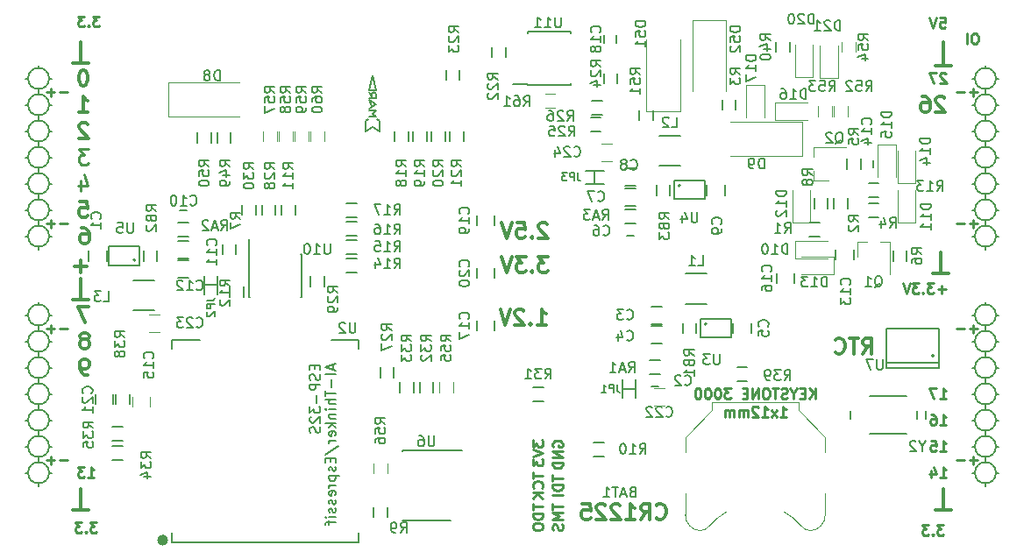
<source format=gbo>
G04 #@! TF.FileFunction,Legend,Bot*
%FSLAX46Y46*%
G04 Gerber Fmt 4.6, Leading zero omitted, Abs format (unit mm)*
G04 Created by KiCad (PCBNEW 4.0.7+dfsg1-1) date Tue Nov 14 05:06:20 2017*
%MOMM*%
%LPD*%
G01*
G04 APERTURE LIST*
%ADD10C,0.100000*%
%ADD11C,0.250000*%
%ADD12C,0.300000*%
%ADD13C,0.200000*%
%ADD14C,0.150000*%
%ADD15C,0.500000*%
%ADD16C,0.120000*%
%ADD17C,0.152400*%
G04 APERTURE END LIST*
D10*
D11*
X186032000Y-91971429D02*
X185270095Y-91971429D01*
X185651047Y-92352381D02*
X185651047Y-91590476D01*
X184793905Y-91971429D02*
X184032000Y-91971429D01*
X186032000Y-69111429D02*
X185270095Y-69111429D01*
X185651047Y-69492381D02*
X185651047Y-68730476D01*
X184793905Y-69111429D02*
X184032000Y-69111429D01*
X186032000Y-81811429D02*
X185270095Y-81811429D01*
X185651047Y-82192381D02*
X185651047Y-81430476D01*
X184793905Y-81811429D02*
X184032000Y-81811429D01*
X186032000Y-104671429D02*
X185270095Y-104671429D01*
X185651047Y-105052381D02*
X185651047Y-104290476D01*
X184793905Y-104671429D02*
X184032000Y-104671429D01*
X98148000Y-104671429D02*
X97386095Y-104671429D01*
X96909905Y-104671429D02*
X96148000Y-104671429D01*
X96528952Y-105052381D02*
X96528952Y-104290476D01*
X98148000Y-91971429D02*
X97386095Y-91971429D01*
X96909905Y-91971429D02*
X96148000Y-91971429D01*
X96528952Y-92352381D02*
X96528952Y-91590476D01*
X98148000Y-81811429D02*
X97386095Y-81811429D01*
X96909905Y-81811429D02*
X96148000Y-81811429D01*
X96528952Y-82192381D02*
X96528952Y-81430476D01*
X98148000Y-69111429D02*
X97386095Y-69111429D01*
X96909905Y-69111429D02*
X96148000Y-69111429D01*
X96528952Y-69492381D02*
X96528952Y-68730476D01*
X185873333Y-63412381D02*
X185682856Y-63412381D01*
X185587618Y-63460000D01*
X185492380Y-63555238D01*
X185444761Y-63745714D01*
X185444761Y-64079048D01*
X185492380Y-64269524D01*
X185587618Y-64364762D01*
X185682856Y-64412381D01*
X185873333Y-64412381D01*
X185968571Y-64364762D01*
X186063809Y-64269524D01*
X186111428Y-64079048D01*
X186111428Y-63745714D01*
X186063809Y-63555238D01*
X185968571Y-63460000D01*
X185873333Y-63412381D01*
X185016190Y-64412381D02*
X185016190Y-63412381D01*
D12*
X181984000Y-109426000D02*
X183508000Y-109426000D01*
X182746000Y-107394000D02*
X182746000Y-109426000D01*
D13*
X95370000Y-96726000D02*
X95370000Y-97234000D01*
X96386000Y-95710000D02*
X96640000Y-95710000D01*
X94354000Y-95710000D02*
X94100000Y-95710000D01*
X187826000Y-98250000D02*
X188080000Y-98250000D01*
X187826000Y-83010000D02*
X188080000Y-83010000D01*
X95370000Y-107140000D02*
X95370000Y-106886000D01*
X96386000Y-105870000D02*
X96640000Y-105870000D01*
X94354000Y-105870000D02*
X94100000Y-105870000D01*
X94354000Y-103330000D02*
X94100000Y-103330000D01*
X95370000Y-104346000D02*
X95370000Y-104854000D01*
X96386000Y-103330000D02*
X96640000Y-103330000D01*
X94354000Y-100790000D02*
X94100000Y-100790000D01*
X95370000Y-102314000D02*
X95370000Y-101806000D01*
X96386000Y-100790000D02*
X96640000Y-100790000D01*
X95370000Y-99266000D02*
X95370000Y-99774000D01*
X94354000Y-98250000D02*
X94100000Y-98250000D01*
X96386000Y-98250000D02*
X96640000Y-98250000D01*
X95370000Y-94186000D02*
X95370000Y-94694000D01*
X96386000Y-93170000D02*
X96640000Y-93170000D01*
X94354000Y-93170000D02*
X94100000Y-93170000D01*
X94354000Y-90630000D02*
X94100000Y-90630000D01*
X95370000Y-91646000D02*
X95370000Y-92154000D01*
X96640000Y-90630000D02*
X96386000Y-90630000D01*
X95370000Y-89360000D02*
X95370000Y-89614000D01*
X94354000Y-83010000D02*
X94100000Y-83010000D01*
X95370000Y-84280000D02*
X95370000Y-84026000D01*
X96386000Y-83010000D02*
X96640000Y-83010000D01*
X95370000Y-81486000D02*
X95370000Y-81994000D01*
X94354000Y-80470000D02*
X94100000Y-80470000D01*
X96640000Y-80470000D02*
X96386000Y-80470000D01*
X95370000Y-78946000D02*
X95370000Y-79454000D01*
X96386000Y-77930000D02*
X96640000Y-77930000D01*
X94354000Y-77930000D02*
X94100000Y-77930000D01*
X95370000Y-76406000D02*
X95370000Y-76914000D01*
X94354000Y-75390000D02*
X94100000Y-75390000D01*
X96386000Y-75390000D02*
X96640000Y-75390000D01*
X95370000Y-73866000D02*
X95370000Y-74374000D01*
X96386000Y-72850000D02*
X96640000Y-72850000D01*
X94100000Y-72850000D02*
X94354000Y-72850000D01*
X94354000Y-70310000D02*
X94100000Y-70310000D01*
X96640000Y-70310000D02*
X96386000Y-70310000D01*
X95370000Y-71326000D02*
X95370000Y-71834000D01*
X95370000Y-68786000D02*
X95370000Y-69294000D01*
X96386000Y-67770000D02*
X96640000Y-67770000D01*
X94354000Y-67770000D02*
X94100000Y-67770000D01*
X95370000Y-66500000D02*
X95370000Y-66754000D01*
X187826000Y-105870000D02*
X188080000Y-105870000D01*
X186810000Y-107140000D02*
X186810000Y-106886000D01*
X185540000Y-105870000D02*
X185794000Y-105870000D01*
X186810000Y-104346000D02*
X186810000Y-104854000D01*
X187826000Y-103330000D02*
X188080000Y-103330000D01*
X185540000Y-103330000D02*
X185794000Y-103330000D01*
X186810000Y-101806000D02*
X186810000Y-102314000D01*
X187826000Y-100790000D02*
X188080000Y-100790000D01*
X185540000Y-100790000D02*
X185794000Y-100790000D01*
X186810000Y-99266000D02*
X186810000Y-99774000D01*
X185540000Y-98250000D02*
X185794000Y-98250000D01*
X186810000Y-97234000D02*
X186810000Y-96726000D01*
X187826000Y-95710000D02*
X188080000Y-95710000D01*
X185540000Y-95710000D02*
X185794000Y-95710000D01*
X186810000Y-94694000D02*
X186810000Y-94186000D01*
X187826000Y-93170000D02*
X188080000Y-93170000D01*
X185540000Y-93170000D02*
X185794000Y-93170000D01*
X186810000Y-92154000D02*
X186810000Y-91646000D01*
X187826000Y-90630000D02*
X188080000Y-90630000D01*
X185540000Y-90630000D02*
X185794000Y-90630000D01*
X186810000Y-89360000D02*
X186810000Y-89614000D01*
X186810000Y-84280000D02*
X186810000Y-84026000D01*
X185540000Y-83010000D02*
X185794000Y-83010000D01*
X186810000Y-81994000D02*
X186810000Y-81486000D01*
X185794000Y-80470000D02*
X185540000Y-80470000D01*
X187826000Y-80470000D02*
X188080000Y-80470000D01*
X186810000Y-78946000D02*
X186810000Y-79454000D01*
X185794000Y-77930000D02*
X185540000Y-77930000D01*
X187826000Y-77930000D02*
X188080000Y-77930000D01*
X186810000Y-76406000D02*
X186810000Y-76914000D01*
X186810000Y-73866000D02*
X186810000Y-74374000D01*
X185794000Y-75390000D02*
X185540000Y-75390000D01*
X187826000Y-75390000D02*
X188080000Y-75390000D01*
X187826000Y-72850000D02*
X188080000Y-72850000D01*
X185540000Y-72850000D02*
X185794000Y-72850000D01*
X186810000Y-71834000D02*
X186810000Y-71326000D01*
X187826000Y-70310000D02*
X188080000Y-70310000D01*
X185540000Y-70310000D02*
X185794000Y-70310000D01*
X187826000Y-67770000D02*
X188080000Y-67770000D01*
X186810000Y-68786000D02*
X186810000Y-69294000D01*
X185540000Y-67770000D02*
X185794000Y-67770000D01*
X186810000Y-66500000D02*
X186810000Y-66754000D01*
X187826000Y-67770000D02*
G75*
G03X187826000Y-67770000I-1016000J0D01*
G01*
X187826000Y-70310000D02*
G75*
G03X187826000Y-70310000I-1016000J0D01*
G01*
X187826000Y-72850000D02*
G75*
G03X187826000Y-72850000I-1016000J0D01*
G01*
X187826000Y-75390000D02*
G75*
G03X187826000Y-75390000I-1016000J0D01*
G01*
X187826000Y-77930000D02*
G75*
G03X187826000Y-77930000I-1016000J0D01*
G01*
X187826000Y-80470000D02*
G75*
G03X187826000Y-80470000I-1016000J0D01*
G01*
X187826000Y-83010000D02*
G75*
G03X187826000Y-83010000I-1016000J0D01*
G01*
X187826000Y-90630000D02*
G75*
G03X187826000Y-90630000I-1016000J0D01*
G01*
X187826000Y-93170000D02*
G75*
G03X187826000Y-93170000I-1016000J0D01*
G01*
X187826000Y-95710000D02*
G75*
G03X187826000Y-95710000I-1016000J0D01*
G01*
X187826000Y-98250000D02*
G75*
G03X187826000Y-98250000I-1016000J0D01*
G01*
X187826000Y-100790000D02*
G75*
G03X187826000Y-100790000I-1016000J0D01*
G01*
X187826000Y-103330000D02*
G75*
G03X187826000Y-103330000I-1016000J0D01*
G01*
X187826000Y-105870000D02*
G75*
G03X187826000Y-105870000I-1016000J0D01*
G01*
X96386000Y-105870000D02*
G75*
G03X96386000Y-105870000I-1016000J0D01*
G01*
X96386000Y-103330000D02*
G75*
G03X96386000Y-103330000I-1016000J0D01*
G01*
X96386000Y-100790000D02*
G75*
G03X96386000Y-100790000I-1016000J0D01*
G01*
X96386000Y-98250000D02*
G75*
G03X96386000Y-98250000I-1016000J0D01*
G01*
X96386000Y-95710000D02*
G75*
G03X96386000Y-95710000I-1016000J0D01*
G01*
X96386000Y-93170000D02*
G75*
G03X96386000Y-93170000I-1016000J0D01*
G01*
X96386000Y-90630000D02*
G75*
G03X96386000Y-90630000I-1016000J0D01*
G01*
X96386000Y-83010000D02*
G75*
G03X96386000Y-83010000I-1016000J0D01*
G01*
X96386000Y-80470000D02*
G75*
G03X96386000Y-80470000I-1016000J0D01*
G01*
X96386000Y-77930000D02*
G75*
G03X96386000Y-77930000I-1016000J0D01*
G01*
X96386000Y-75390000D02*
G75*
G03X96386000Y-75390000I-1016000J0D01*
G01*
X96386000Y-72850000D02*
G75*
G03X96386000Y-72850000I-1016000J0D01*
G01*
X96386000Y-70310000D02*
G75*
G03X96386000Y-70310000I-1016000J0D01*
G01*
X96386000Y-67770000D02*
G75*
G03X96386000Y-67770000I-1016000J0D01*
G01*
D11*
X182428476Y-61888381D02*
X182904667Y-61888381D01*
X182952286Y-62364571D01*
X182904667Y-62316952D01*
X182809429Y-62269333D01*
X182571333Y-62269333D01*
X182476095Y-62316952D01*
X182428476Y-62364571D01*
X182380857Y-62459810D01*
X182380857Y-62697905D01*
X182428476Y-62793143D01*
X182476095Y-62840762D01*
X182571333Y-62888381D01*
X182809429Y-62888381D01*
X182904667Y-62840762D01*
X182952286Y-62793143D01*
X182095143Y-61888381D02*
X181761810Y-62888381D01*
X181428476Y-61888381D01*
D12*
X181984000Y-66500000D02*
X183508000Y-66500000D01*
X182746000Y-64214000D02*
X182746000Y-66500000D01*
D11*
X182999905Y-67317619D02*
X182952286Y-67270000D01*
X182857048Y-67222381D01*
X182618952Y-67222381D01*
X182523714Y-67270000D01*
X182476095Y-67317619D01*
X182428476Y-67412857D01*
X182428476Y-67508095D01*
X182476095Y-67650952D01*
X183047524Y-68222381D01*
X182428476Y-68222381D01*
X182095143Y-67222381D02*
X181428476Y-67222381D01*
X181857048Y-68222381D01*
D12*
X182872857Y-69631429D02*
X182801428Y-69560000D01*
X182658571Y-69488571D01*
X182301428Y-69488571D01*
X182158571Y-69560000D01*
X182087142Y-69631429D01*
X182015714Y-69774286D01*
X182015714Y-69917143D01*
X182087142Y-70131429D01*
X182944285Y-70988571D01*
X182015714Y-70988571D01*
X180730000Y-69488571D02*
X181015714Y-69488571D01*
X181158571Y-69560000D01*
X181230000Y-69631429D01*
X181372857Y-69845714D01*
X181444286Y-70131429D01*
X181444286Y-70702857D01*
X181372857Y-70845714D01*
X181301429Y-70917143D01*
X181158571Y-70988571D01*
X180872857Y-70988571D01*
X180730000Y-70917143D01*
X180658571Y-70845714D01*
X180587143Y-70702857D01*
X180587143Y-70345714D01*
X180658571Y-70202857D01*
X180730000Y-70131429D01*
X180872857Y-70060000D01*
X181158571Y-70060000D01*
X181301429Y-70131429D01*
X181372857Y-70202857D01*
X181444286Y-70345714D01*
X181730000Y-86566000D02*
X183254000Y-86566000D01*
X182492000Y-84534000D02*
X182492000Y-86566000D01*
D11*
X182968000Y-88161429D02*
X182206095Y-88161429D01*
X182587047Y-88542381D02*
X182587047Y-87780476D01*
X181825143Y-87542381D02*
X181206095Y-87542381D01*
X181539429Y-87923333D01*
X181396571Y-87923333D01*
X181301333Y-87970952D01*
X181253714Y-88018571D01*
X181206095Y-88113810D01*
X181206095Y-88351905D01*
X181253714Y-88447143D01*
X181301333Y-88494762D01*
X181396571Y-88542381D01*
X181682286Y-88542381D01*
X181777524Y-88494762D01*
X181825143Y-88447143D01*
X180777524Y-88447143D02*
X180729905Y-88494762D01*
X180777524Y-88542381D01*
X180825143Y-88494762D01*
X180777524Y-88447143D01*
X180777524Y-88542381D01*
X180396572Y-87542381D02*
X179777524Y-87542381D01*
X180110858Y-87923333D01*
X179968000Y-87923333D01*
X179872762Y-87970952D01*
X179825143Y-88018571D01*
X179777524Y-88113810D01*
X179777524Y-88351905D01*
X179825143Y-88447143D01*
X179872762Y-88494762D01*
X179968000Y-88542381D01*
X180253715Y-88542381D01*
X180348953Y-88494762D01*
X180396572Y-88447143D01*
X179491810Y-87542381D02*
X179158477Y-88542381D01*
X178825143Y-87542381D01*
X182428476Y-98702381D02*
X182999905Y-98702381D01*
X182714191Y-98702381D02*
X182714191Y-97702381D01*
X182809429Y-97845238D01*
X182904667Y-97940476D01*
X182999905Y-97988095D01*
X182095143Y-97702381D02*
X181428476Y-97702381D01*
X181857048Y-98702381D01*
X182428476Y-101242381D02*
X182999905Y-101242381D01*
X182714191Y-101242381D02*
X182714191Y-100242381D01*
X182809429Y-100385238D01*
X182904667Y-100480476D01*
X182999905Y-100528095D01*
X181571333Y-100242381D02*
X181761810Y-100242381D01*
X181857048Y-100290000D01*
X181904667Y-100337619D01*
X181999905Y-100480476D01*
X182047524Y-100670952D01*
X182047524Y-101051905D01*
X181999905Y-101147143D01*
X181952286Y-101194762D01*
X181857048Y-101242381D01*
X181666571Y-101242381D01*
X181571333Y-101194762D01*
X181523714Y-101147143D01*
X181476095Y-101051905D01*
X181476095Y-100813810D01*
X181523714Y-100718571D01*
X181571333Y-100670952D01*
X181666571Y-100623333D01*
X181857048Y-100623333D01*
X181952286Y-100670952D01*
X181999905Y-100718571D01*
X182047524Y-100813810D01*
X182428476Y-103782381D02*
X182999905Y-103782381D01*
X182714191Y-103782381D02*
X182714191Y-102782381D01*
X182809429Y-102925238D01*
X182904667Y-103020476D01*
X182999905Y-103068095D01*
X181523714Y-102782381D02*
X181999905Y-102782381D01*
X182047524Y-103258571D01*
X181999905Y-103210952D01*
X181904667Y-103163333D01*
X181666571Y-103163333D01*
X181571333Y-103210952D01*
X181523714Y-103258571D01*
X181476095Y-103353810D01*
X181476095Y-103591905D01*
X181523714Y-103687143D01*
X181571333Y-103734762D01*
X181666571Y-103782381D01*
X181904667Y-103782381D01*
X181999905Y-103734762D01*
X182047524Y-103687143D01*
X182428476Y-106322381D02*
X182999905Y-106322381D01*
X182714191Y-106322381D02*
X182714191Y-105322381D01*
X182809429Y-105465238D01*
X182904667Y-105560476D01*
X182999905Y-105608095D01*
X181571333Y-105655714D02*
X181571333Y-106322381D01*
X181809429Y-105274762D02*
X182047524Y-105989048D01*
X181428476Y-105989048D01*
X182777619Y-110910381D02*
X182158571Y-110910381D01*
X182491905Y-111291333D01*
X182349047Y-111291333D01*
X182253809Y-111338952D01*
X182206190Y-111386571D01*
X182158571Y-111481810D01*
X182158571Y-111719905D01*
X182206190Y-111815143D01*
X182253809Y-111862762D01*
X182349047Y-111910381D01*
X182634762Y-111910381D01*
X182730000Y-111862762D01*
X182777619Y-111815143D01*
X181730000Y-111815143D02*
X181682381Y-111862762D01*
X181730000Y-111910381D01*
X181777619Y-111862762D01*
X181730000Y-111815143D01*
X181730000Y-111910381D01*
X181349048Y-110910381D02*
X180730000Y-110910381D01*
X181063334Y-111291333D01*
X180920476Y-111291333D01*
X180825238Y-111338952D01*
X180777619Y-111386571D01*
X180730000Y-111481810D01*
X180730000Y-111719905D01*
X180777619Y-111815143D01*
X180825238Y-111862762D01*
X180920476Y-111910381D01*
X181206191Y-111910381D01*
X181301429Y-111862762D01*
X181349048Y-111815143D01*
D12*
X100196000Y-109426000D02*
X98672000Y-109426000D01*
X99434000Y-107394000D02*
X99434000Y-109426000D01*
X98672000Y-89106000D02*
X100196000Y-89106000D01*
X99434000Y-87074000D02*
X99434000Y-89106000D01*
X98672000Y-66246000D02*
X100196000Y-66246000D01*
X99434000Y-64214000D02*
X99434000Y-66246000D01*
D11*
X100989619Y-110656381D02*
X100370571Y-110656381D01*
X100703905Y-111037333D01*
X100561047Y-111037333D01*
X100465809Y-111084952D01*
X100418190Y-111132571D01*
X100370571Y-111227810D01*
X100370571Y-111465905D01*
X100418190Y-111561143D01*
X100465809Y-111608762D01*
X100561047Y-111656381D01*
X100846762Y-111656381D01*
X100942000Y-111608762D01*
X100989619Y-111561143D01*
X99942000Y-111561143D02*
X99894381Y-111608762D01*
X99942000Y-111656381D01*
X99989619Y-111608762D01*
X99942000Y-111561143D01*
X99942000Y-111656381D01*
X99561048Y-110656381D02*
X98942000Y-110656381D01*
X99275334Y-111037333D01*
X99132476Y-111037333D01*
X99037238Y-111084952D01*
X98989619Y-111132571D01*
X98942000Y-111227810D01*
X98942000Y-111465905D01*
X98989619Y-111561143D01*
X99037238Y-111608762D01*
X99132476Y-111656381D01*
X99418191Y-111656381D01*
X99513429Y-111608762D01*
X99561048Y-111561143D01*
X100132476Y-106322381D02*
X100703905Y-106322381D01*
X100418191Y-106322381D02*
X100418191Y-105322381D01*
X100513429Y-105465238D01*
X100608667Y-105560476D01*
X100703905Y-105608095D01*
X99799143Y-105322381D02*
X99180095Y-105322381D01*
X99513429Y-105703333D01*
X99370571Y-105703333D01*
X99275333Y-105750952D01*
X99227714Y-105798571D01*
X99180095Y-105893810D01*
X99180095Y-106131905D01*
X99227714Y-106227143D01*
X99275333Y-106274762D01*
X99370571Y-106322381D01*
X99656286Y-106322381D01*
X99751524Y-106274762D01*
X99799143Y-106227143D01*
D12*
X100100714Y-96388571D02*
X99814999Y-96388571D01*
X99672142Y-96317143D01*
X99600714Y-96245714D01*
X99457856Y-96031429D01*
X99386428Y-95745714D01*
X99386428Y-95174286D01*
X99457856Y-95031429D01*
X99529285Y-94960000D01*
X99672142Y-94888571D01*
X99957856Y-94888571D01*
X100100714Y-94960000D01*
X100172142Y-95031429D01*
X100243571Y-95174286D01*
X100243571Y-95531429D01*
X100172142Y-95674286D01*
X100100714Y-95745714D01*
X99957856Y-95817143D01*
X99672142Y-95817143D01*
X99529285Y-95745714D01*
X99457856Y-95674286D01*
X99386428Y-95531429D01*
X99957856Y-92991429D02*
X100100714Y-92920000D01*
X100172142Y-92848571D01*
X100243571Y-92705714D01*
X100243571Y-92634286D01*
X100172142Y-92491429D01*
X100100714Y-92420000D01*
X99957856Y-92348571D01*
X99672142Y-92348571D01*
X99529285Y-92420000D01*
X99457856Y-92491429D01*
X99386428Y-92634286D01*
X99386428Y-92705714D01*
X99457856Y-92848571D01*
X99529285Y-92920000D01*
X99672142Y-92991429D01*
X99957856Y-92991429D01*
X100100714Y-93062857D01*
X100172142Y-93134286D01*
X100243571Y-93277143D01*
X100243571Y-93562857D01*
X100172142Y-93705714D01*
X100100714Y-93777143D01*
X99957856Y-93848571D01*
X99672142Y-93848571D01*
X99529285Y-93777143D01*
X99457856Y-93705714D01*
X99386428Y-93562857D01*
X99386428Y-93277143D01*
X99457856Y-93134286D01*
X99529285Y-93062857D01*
X99672142Y-92991429D01*
X100187999Y-89808571D02*
X99187999Y-89808571D01*
X99830856Y-91308571D01*
X100005428Y-85911143D02*
X98862571Y-85911143D01*
X99434000Y-86482571D02*
X99434000Y-85339714D01*
X99529285Y-82188571D02*
X99814999Y-82188571D01*
X99957856Y-82260000D01*
X100029285Y-82331429D01*
X100172142Y-82545714D01*
X100243571Y-82831429D01*
X100243571Y-83402857D01*
X100172142Y-83545714D01*
X100100714Y-83617143D01*
X99957856Y-83688571D01*
X99672142Y-83688571D01*
X99529285Y-83617143D01*
X99457856Y-83545714D01*
X99386428Y-83402857D01*
X99386428Y-83045714D01*
X99457856Y-82902857D01*
X99529285Y-82831429D01*
X99672142Y-82760000D01*
X99957856Y-82760000D01*
X100100714Y-82831429D01*
X100172142Y-82902857D01*
X100243571Y-83045714D01*
X99330856Y-79648571D02*
X100045142Y-79648571D01*
X100116571Y-80362857D01*
X100045142Y-80291429D01*
X99902285Y-80220000D01*
X99545142Y-80220000D01*
X99402285Y-80291429D01*
X99330856Y-80362857D01*
X99259428Y-80505714D01*
X99259428Y-80862857D01*
X99330856Y-81005714D01*
X99402285Y-81077143D01*
X99545142Y-81148571D01*
X99902285Y-81148571D01*
X100045142Y-81077143D01*
X100116571Y-81005714D01*
D11*
X99402285Y-77608571D02*
X99402285Y-78608571D01*
X99759428Y-77037143D02*
X100116571Y-78108571D01*
X99187999Y-78108571D01*
X100187999Y-74568571D02*
X99259428Y-74568571D01*
X99759428Y-75140000D01*
X99545142Y-75140000D01*
X99402285Y-75211429D01*
X99330856Y-75282857D01*
X99259428Y-75425714D01*
X99259428Y-75782857D01*
X99330856Y-75925714D01*
X99402285Y-75997143D01*
X99545142Y-76068571D01*
X99973714Y-76068571D01*
X100116571Y-75997143D01*
X100187999Y-75925714D01*
D12*
X100116571Y-72171429D02*
X100045142Y-72100000D01*
X99902285Y-72028571D01*
X99545142Y-72028571D01*
X99402285Y-72100000D01*
X99330856Y-72171429D01*
X99259428Y-72314286D01*
X99259428Y-72457143D01*
X99330856Y-72671429D01*
X100187999Y-73528571D01*
X99259428Y-73528571D01*
X99259428Y-70988571D02*
X100116571Y-70988571D01*
X99687999Y-70988571D02*
X99687999Y-69488571D01*
X99830856Y-69702857D01*
X99973714Y-69845714D01*
X100116571Y-69917143D01*
X99759428Y-66948571D02*
X99616571Y-66948571D01*
X99473714Y-67020000D01*
X99402285Y-67091429D01*
X99330856Y-67234286D01*
X99259428Y-67520000D01*
X99259428Y-67877143D01*
X99330856Y-68162857D01*
X99402285Y-68305714D01*
X99473714Y-68377143D01*
X99616571Y-68448571D01*
X99759428Y-68448571D01*
X99902285Y-68377143D01*
X99973714Y-68305714D01*
X100045142Y-68162857D01*
X100116571Y-67877143D01*
X100116571Y-67520000D01*
X100045142Y-67234286D01*
X99973714Y-67091429D01*
X99902285Y-67020000D01*
X99759428Y-66948571D01*
D11*
X101243619Y-61761381D02*
X100624571Y-61761381D01*
X100957905Y-62142333D01*
X100815047Y-62142333D01*
X100719809Y-62189952D01*
X100672190Y-62237571D01*
X100624571Y-62332810D01*
X100624571Y-62570905D01*
X100672190Y-62666143D01*
X100719809Y-62713762D01*
X100815047Y-62761381D01*
X101100762Y-62761381D01*
X101196000Y-62713762D01*
X101243619Y-62666143D01*
X100196000Y-62666143D02*
X100148381Y-62713762D01*
X100196000Y-62761381D01*
X100243619Y-62713762D01*
X100196000Y-62666143D01*
X100196000Y-62761381D01*
X99815048Y-61761381D02*
X99196000Y-61761381D01*
X99529334Y-62142333D01*
X99386476Y-62142333D01*
X99291238Y-62189952D01*
X99243619Y-62237571D01*
X99196000Y-62332810D01*
X99196000Y-62570905D01*
X99243619Y-62666143D01*
X99291238Y-62713762D01*
X99386476Y-62761381D01*
X99672191Y-62761381D01*
X99767429Y-62713762D01*
X99815048Y-62666143D01*
X170370715Y-98716381D02*
X170370715Y-97716381D01*
X169799286Y-98716381D02*
X170227858Y-98144952D01*
X169799286Y-97716381D02*
X170370715Y-98287810D01*
X169370715Y-98192571D02*
X169037381Y-98192571D01*
X168894524Y-98716381D02*
X169370715Y-98716381D01*
X169370715Y-97716381D01*
X168894524Y-97716381D01*
X168275477Y-98240190D02*
X168275477Y-98716381D01*
X168608810Y-97716381D02*
X168275477Y-98240190D01*
X167942143Y-97716381D01*
X167656429Y-98668762D02*
X167513572Y-98716381D01*
X167275476Y-98716381D01*
X167180238Y-98668762D01*
X167132619Y-98621143D01*
X167085000Y-98525905D01*
X167085000Y-98430667D01*
X167132619Y-98335429D01*
X167180238Y-98287810D01*
X167275476Y-98240190D01*
X167465953Y-98192571D01*
X167561191Y-98144952D01*
X167608810Y-98097333D01*
X167656429Y-98002095D01*
X167656429Y-97906857D01*
X167608810Y-97811619D01*
X167561191Y-97764000D01*
X167465953Y-97716381D01*
X167227857Y-97716381D01*
X167085000Y-97764000D01*
X166799286Y-97716381D02*
X166227857Y-97716381D01*
X166513572Y-98716381D02*
X166513572Y-97716381D01*
X165704048Y-97716381D02*
X165513571Y-97716381D01*
X165418333Y-97764000D01*
X165323095Y-97859238D01*
X165275476Y-98049714D01*
X165275476Y-98383048D01*
X165323095Y-98573524D01*
X165418333Y-98668762D01*
X165513571Y-98716381D01*
X165704048Y-98716381D01*
X165799286Y-98668762D01*
X165894524Y-98573524D01*
X165942143Y-98383048D01*
X165942143Y-98049714D01*
X165894524Y-97859238D01*
X165799286Y-97764000D01*
X165704048Y-97716381D01*
X164846905Y-98716381D02*
X164846905Y-97716381D01*
X164275476Y-98716381D01*
X164275476Y-97716381D01*
X163799286Y-98192571D02*
X163465952Y-98192571D01*
X163323095Y-98716381D02*
X163799286Y-98716381D01*
X163799286Y-97716381D01*
X163323095Y-97716381D01*
X162227857Y-97716381D02*
X161608809Y-97716381D01*
X161942143Y-98097333D01*
X161799285Y-98097333D01*
X161704047Y-98144952D01*
X161656428Y-98192571D01*
X161608809Y-98287810D01*
X161608809Y-98525905D01*
X161656428Y-98621143D01*
X161704047Y-98668762D01*
X161799285Y-98716381D01*
X162085000Y-98716381D01*
X162180238Y-98668762D01*
X162227857Y-98621143D01*
X160989762Y-97716381D02*
X160894523Y-97716381D01*
X160799285Y-97764000D01*
X160751666Y-97811619D01*
X160704047Y-97906857D01*
X160656428Y-98097333D01*
X160656428Y-98335429D01*
X160704047Y-98525905D01*
X160751666Y-98621143D01*
X160799285Y-98668762D01*
X160894523Y-98716381D01*
X160989762Y-98716381D01*
X161085000Y-98668762D01*
X161132619Y-98621143D01*
X161180238Y-98525905D01*
X161227857Y-98335429D01*
X161227857Y-98097333D01*
X161180238Y-97906857D01*
X161132619Y-97811619D01*
X161085000Y-97764000D01*
X160989762Y-97716381D01*
X160037381Y-97716381D02*
X159942142Y-97716381D01*
X159846904Y-97764000D01*
X159799285Y-97811619D01*
X159751666Y-97906857D01*
X159704047Y-98097333D01*
X159704047Y-98335429D01*
X159751666Y-98525905D01*
X159799285Y-98621143D01*
X159846904Y-98668762D01*
X159942142Y-98716381D01*
X160037381Y-98716381D01*
X160132619Y-98668762D01*
X160180238Y-98621143D01*
X160227857Y-98525905D01*
X160275476Y-98335429D01*
X160275476Y-98097333D01*
X160227857Y-97906857D01*
X160180238Y-97811619D01*
X160132619Y-97764000D01*
X160037381Y-97716381D01*
X159085000Y-97716381D02*
X158989761Y-97716381D01*
X158894523Y-97764000D01*
X158846904Y-97811619D01*
X158799285Y-97906857D01*
X158751666Y-98097333D01*
X158751666Y-98335429D01*
X158799285Y-98525905D01*
X158846904Y-98621143D01*
X158894523Y-98668762D01*
X158989761Y-98716381D01*
X159085000Y-98716381D01*
X159180238Y-98668762D01*
X159227857Y-98621143D01*
X159275476Y-98525905D01*
X159323095Y-98335429D01*
X159323095Y-98097333D01*
X159275476Y-97906857D01*
X159227857Y-97811619D01*
X159180238Y-97764000D01*
X159085000Y-97716381D01*
X166989761Y-100466381D02*
X167561190Y-100466381D01*
X167275476Y-100466381D02*
X167275476Y-99466381D01*
X167370714Y-99609238D01*
X167465952Y-99704476D01*
X167561190Y-99752095D01*
X166656428Y-100466381D02*
X166132618Y-99799714D01*
X166656428Y-99799714D02*
X166132618Y-100466381D01*
X165227856Y-100466381D02*
X165799285Y-100466381D01*
X165513571Y-100466381D02*
X165513571Y-99466381D01*
X165608809Y-99609238D01*
X165704047Y-99704476D01*
X165799285Y-99752095D01*
X164846904Y-99561619D02*
X164799285Y-99514000D01*
X164704047Y-99466381D01*
X164465951Y-99466381D01*
X164370713Y-99514000D01*
X164323094Y-99561619D01*
X164275475Y-99656857D01*
X164275475Y-99752095D01*
X164323094Y-99894952D01*
X164894523Y-100466381D01*
X164275475Y-100466381D01*
X163846904Y-100466381D02*
X163846904Y-99799714D01*
X163846904Y-99894952D02*
X163799285Y-99847333D01*
X163704047Y-99799714D01*
X163561189Y-99799714D01*
X163465951Y-99847333D01*
X163418332Y-99942571D01*
X163418332Y-100466381D01*
X163418332Y-99942571D02*
X163370713Y-99847333D01*
X163275475Y-99799714D01*
X163132618Y-99799714D01*
X163037380Y-99847333D01*
X162989761Y-99942571D01*
X162989761Y-100466381D01*
X162513571Y-100466381D02*
X162513571Y-99799714D01*
X162513571Y-99894952D02*
X162465952Y-99847333D01*
X162370714Y-99799714D01*
X162227856Y-99799714D01*
X162132618Y-99847333D01*
X162084999Y-99942571D01*
X162084999Y-100466381D01*
X162084999Y-99942571D02*
X162037380Y-99847333D01*
X161942142Y-99799714D01*
X161799285Y-99799714D01*
X161704047Y-99847333D01*
X161656428Y-99942571D01*
X161656428Y-100466381D01*
D12*
X155027856Y-110215714D02*
X155099285Y-110287143D01*
X155313571Y-110358571D01*
X155456428Y-110358571D01*
X155670713Y-110287143D01*
X155813571Y-110144286D01*
X155884999Y-110001429D01*
X155956428Y-109715714D01*
X155956428Y-109501429D01*
X155884999Y-109215714D01*
X155813571Y-109072857D01*
X155670713Y-108930000D01*
X155456428Y-108858571D01*
X155313571Y-108858571D01*
X155099285Y-108930000D01*
X155027856Y-109001429D01*
X153527856Y-110358571D02*
X154027856Y-109644286D01*
X154384999Y-110358571D02*
X154384999Y-108858571D01*
X153813571Y-108858571D01*
X153670713Y-108930000D01*
X153599285Y-109001429D01*
X153527856Y-109144286D01*
X153527856Y-109358571D01*
X153599285Y-109501429D01*
X153670713Y-109572857D01*
X153813571Y-109644286D01*
X154384999Y-109644286D01*
X152099285Y-110358571D02*
X152956428Y-110358571D01*
X152527856Y-110358571D02*
X152527856Y-108858571D01*
X152670713Y-109072857D01*
X152813571Y-109215714D01*
X152956428Y-109287143D01*
X151527857Y-109001429D02*
X151456428Y-108930000D01*
X151313571Y-108858571D01*
X150956428Y-108858571D01*
X150813571Y-108930000D01*
X150742142Y-109001429D01*
X150670714Y-109144286D01*
X150670714Y-109287143D01*
X150742142Y-109501429D01*
X151599285Y-110358571D01*
X150670714Y-110358571D01*
X150099286Y-109001429D02*
X150027857Y-108930000D01*
X149885000Y-108858571D01*
X149527857Y-108858571D01*
X149385000Y-108930000D01*
X149313571Y-109001429D01*
X149242143Y-109144286D01*
X149242143Y-109287143D01*
X149313571Y-109501429D01*
X150170714Y-110358571D01*
X149242143Y-110358571D01*
X147885000Y-108858571D02*
X148599286Y-108858571D01*
X148670715Y-109572857D01*
X148599286Y-109501429D01*
X148456429Y-109430000D01*
X148099286Y-109430000D01*
X147956429Y-109501429D01*
X147885000Y-109572857D01*
X147813572Y-109715714D01*
X147813572Y-110072857D01*
X147885000Y-110215714D01*
X147956429Y-110287143D01*
X148099286Y-110358571D01*
X148456429Y-110358571D01*
X148599286Y-110287143D01*
X148670715Y-110215714D01*
X144502857Y-81823429D02*
X144431428Y-81752000D01*
X144288571Y-81680571D01*
X143931428Y-81680571D01*
X143788571Y-81752000D01*
X143717142Y-81823429D01*
X143645714Y-81966286D01*
X143645714Y-82109143D01*
X143717142Y-82323429D01*
X144574285Y-83180571D01*
X143645714Y-83180571D01*
X143002857Y-83037714D02*
X142931429Y-83109143D01*
X143002857Y-83180571D01*
X143074286Y-83109143D01*
X143002857Y-83037714D01*
X143002857Y-83180571D01*
X141574285Y-81680571D02*
X142288571Y-81680571D01*
X142360000Y-82394857D01*
X142288571Y-82323429D01*
X142145714Y-82252000D01*
X141788571Y-82252000D01*
X141645714Y-82323429D01*
X141574285Y-82394857D01*
X141502857Y-82537714D01*
X141502857Y-82894857D01*
X141574285Y-83037714D01*
X141645714Y-83109143D01*
X141788571Y-83180571D01*
X142145714Y-83180571D01*
X142288571Y-83109143D01*
X142360000Y-83037714D01*
X141074286Y-81680571D02*
X140574286Y-83180571D01*
X140074286Y-81680571D01*
X144574285Y-84982571D02*
X143645714Y-84982571D01*
X144145714Y-85554000D01*
X143931428Y-85554000D01*
X143788571Y-85625429D01*
X143717142Y-85696857D01*
X143645714Y-85839714D01*
X143645714Y-86196857D01*
X143717142Y-86339714D01*
X143788571Y-86411143D01*
X143931428Y-86482571D01*
X144360000Y-86482571D01*
X144502857Y-86411143D01*
X144574285Y-86339714D01*
X143002857Y-86339714D02*
X142931429Y-86411143D01*
X143002857Y-86482571D01*
X143074286Y-86411143D01*
X143002857Y-86339714D01*
X143002857Y-86482571D01*
X142431428Y-84982571D02*
X141502857Y-84982571D01*
X142002857Y-85554000D01*
X141788571Y-85554000D01*
X141645714Y-85625429D01*
X141574285Y-85696857D01*
X141502857Y-85839714D01*
X141502857Y-86196857D01*
X141574285Y-86339714D01*
X141645714Y-86411143D01*
X141788571Y-86482571D01*
X142217143Y-86482571D01*
X142360000Y-86411143D01*
X142431428Y-86339714D01*
X141074286Y-84982571D02*
X140574286Y-86482571D01*
X140074286Y-84982571D01*
X143518714Y-91562571D02*
X144375857Y-91562571D01*
X143947285Y-91562571D02*
X143947285Y-90062571D01*
X144090142Y-90276857D01*
X144233000Y-90419714D01*
X144375857Y-90491143D01*
X142875857Y-91419714D02*
X142804429Y-91491143D01*
X142875857Y-91562571D01*
X142947286Y-91491143D01*
X142875857Y-91419714D01*
X142875857Y-91562571D01*
X142233000Y-90205429D02*
X142161571Y-90134000D01*
X142018714Y-90062571D01*
X141661571Y-90062571D01*
X141518714Y-90134000D01*
X141447285Y-90205429D01*
X141375857Y-90348286D01*
X141375857Y-90491143D01*
X141447285Y-90705429D01*
X142304428Y-91562571D01*
X141375857Y-91562571D01*
X140947286Y-90062571D02*
X140447286Y-91562571D01*
X139947286Y-90062571D01*
D11*
X143082381Y-105854286D02*
X143082381Y-106425715D01*
X144082381Y-106140000D02*
X143082381Y-106140000D01*
X143987143Y-107330477D02*
X144034762Y-107282858D01*
X144082381Y-107140001D01*
X144082381Y-107044763D01*
X144034762Y-106901905D01*
X143939524Y-106806667D01*
X143844286Y-106759048D01*
X143653810Y-106711429D01*
X143510952Y-106711429D01*
X143320476Y-106759048D01*
X143225238Y-106806667D01*
X143130000Y-106901905D01*
X143082381Y-107044763D01*
X143082381Y-107140001D01*
X143130000Y-107282858D01*
X143177619Y-107330477D01*
X144082381Y-107759048D02*
X143082381Y-107759048D01*
X144082381Y-108330477D02*
X143510952Y-107901905D01*
X143082381Y-108330477D02*
X143653810Y-107759048D01*
X143082381Y-102726905D02*
X143082381Y-103345953D01*
X143463333Y-103012619D01*
X143463333Y-103155477D01*
X143510952Y-103250715D01*
X143558571Y-103298334D01*
X143653810Y-103345953D01*
X143891905Y-103345953D01*
X143987143Y-103298334D01*
X144034762Y-103250715D01*
X144082381Y-103155477D01*
X144082381Y-102869762D01*
X144034762Y-102774524D01*
X143987143Y-102726905D01*
X143082381Y-103631667D02*
X144082381Y-103965000D01*
X143082381Y-104298334D01*
X143082381Y-104536429D02*
X143082381Y-105155477D01*
X143463333Y-104822143D01*
X143463333Y-104965001D01*
X143510952Y-105060239D01*
X143558571Y-105107858D01*
X143653810Y-105155477D01*
X143891905Y-105155477D01*
X143987143Y-105107858D01*
X144034762Y-105060239D01*
X144082381Y-104965001D01*
X144082381Y-104679286D01*
X144034762Y-104584048D01*
X143987143Y-104536429D01*
X143082381Y-108878476D02*
X143082381Y-109449905D01*
X144082381Y-109164190D02*
X143082381Y-109164190D01*
X144082381Y-109783238D02*
X143082381Y-109783238D01*
X143082381Y-110021333D01*
X143130000Y-110164191D01*
X143225238Y-110259429D01*
X143320476Y-110307048D01*
X143510952Y-110354667D01*
X143653810Y-110354667D01*
X143844286Y-110307048D01*
X143939524Y-110259429D01*
X144034762Y-110164191D01*
X144082381Y-110021333D01*
X144082381Y-109783238D01*
X143082381Y-110973714D02*
X143082381Y-111164191D01*
X143130000Y-111259429D01*
X143225238Y-111354667D01*
X143415714Y-111402286D01*
X143749048Y-111402286D01*
X143939524Y-111354667D01*
X144034762Y-111259429D01*
X144082381Y-111164191D01*
X144082381Y-110973714D01*
X144034762Y-110878476D01*
X143939524Y-110783238D01*
X143749048Y-110735619D01*
X143415714Y-110735619D01*
X143225238Y-110783238D01*
X143130000Y-110878476D01*
X143082381Y-110973714D01*
X145035000Y-103330096D02*
X144987381Y-103234858D01*
X144987381Y-103092001D01*
X145035000Y-102949143D01*
X145130238Y-102853905D01*
X145225476Y-102806286D01*
X145415952Y-102758667D01*
X145558810Y-102758667D01*
X145749286Y-102806286D01*
X145844524Y-102853905D01*
X145939762Y-102949143D01*
X145987381Y-103092001D01*
X145987381Y-103187239D01*
X145939762Y-103330096D01*
X145892143Y-103377715D01*
X145558810Y-103377715D01*
X145558810Y-103187239D01*
X145987381Y-103806286D02*
X144987381Y-103806286D01*
X145987381Y-104377715D01*
X144987381Y-104377715D01*
X145987381Y-104853905D02*
X144987381Y-104853905D01*
X144987381Y-105092000D01*
X145035000Y-105234858D01*
X145130238Y-105330096D01*
X145225476Y-105377715D01*
X145415952Y-105425334D01*
X145558810Y-105425334D01*
X145749286Y-105377715D01*
X145844524Y-105330096D01*
X145939762Y-105234858D01*
X145987381Y-105092000D01*
X145987381Y-104853905D01*
X144987381Y-106116191D02*
X144987381Y-106687620D01*
X145987381Y-106401905D02*
X144987381Y-106401905D01*
X145987381Y-107020953D02*
X144987381Y-107020953D01*
X144987381Y-107259048D01*
X145035000Y-107401906D01*
X145130238Y-107497144D01*
X145225476Y-107544763D01*
X145415952Y-107592382D01*
X145558810Y-107592382D01*
X145749286Y-107544763D01*
X145844524Y-107497144D01*
X145939762Y-107401906D01*
X145987381Y-107259048D01*
X145987381Y-107020953D01*
X145987381Y-108020953D02*
X144987381Y-108020953D01*
X144987381Y-108854667D02*
X144987381Y-109426096D01*
X145987381Y-109140381D02*
X144987381Y-109140381D01*
X145987381Y-109759429D02*
X144987381Y-109759429D01*
X145701667Y-110092763D01*
X144987381Y-110426096D01*
X145987381Y-110426096D01*
X145939762Y-110854667D02*
X145987381Y-110997524D01*
X145987381Y-111235620D01*
X145939762Y-111330858D01*
X145892143Y-111378477D01*
X145796905Y-111426096D01*
X145701667Y-111426096D01*
X145606429Y-111378477D01*
X145558810Y-111330858D01*
X145511190Y-111235620D01*
X145463571Y-111045143D01*
X145415952Y-110949905D01*
X145368333Y-110902286D01*
X145273095Y-110854667D01*
X145177857Y-110854667D01*
X145082619Y-110902286D01*
X145035000Y-110949905D01*
X144987381Y-111045143D01*
X144987381Y-111283239D01*
X145035000Y-111426096D01*
D12*
X174967142Y-94356571D02*
X175467142Y-93642286D01*
X175824285Y-94356571D02*
X175824285Y-92856571D01*
X175252857Y-92856571D01*
X175109999Y-92928000D01*
X175038571Y-92999429D01*
X174967142Y-93142286D01*
X174967142Y-93356571D01*
X175038571Y-93499429D01*
X175109999Y-93570857D01*
X175252857Y-93642286D01*
X175824285Y-93642286D01*
X174538571Y-92856571D02*
X173681428Y-92856571D01*
X174109999Y-94356571D02*
X174109999Y-92856571D01*
X172324285Y-94213714D02*
X172395714Y-94285143D01*
X172610000Y-94356571D01*
X172752857Y-94356571D01*
X172967142Y-94285143D01*
X173110000Y-94142286D01*
X173181428Y-93999429D01*
X173252857Y-93713714D01*
X173252857Y-93499429D01*
X173181428Y-93213714D01*
X173110000Y-93070857D01*
X172967142Y-92928000D01*
X172752857Y-92856571D01*
X172610000Y-92856571D01*
X172395714Y-92928000D01*
X172324285Y-92999429D01*
D14*
X102823000Y-98258000D02*
X102823000Y-99258000D01*
X104173000Y-99258000D02*
X104173000Y-98258000D01*
X151758000Y-97742000D02*
X153028000Y-97742000D01*
X153028000Y-96853000D02*
X153028000Y-98631000D01*
X151758000Y-96853000D02*
X151758000Y-98631000D01*
X108232500Y-112562000D02*
X108232500Y-111673000D01*
X126266500Y-112562000D02*
X108232500Y-112562000D01*
X126266500Y-111673000D02*
X126266500Y-112562000D01*
X126266500Y-93004000D02*
X126266500Y-93893000D01*
X123663000Y-93004000D02*
X126266500Y-93004000D01*
X108232500Y-93004000D02*
X110963000Y-93004000D01*
X108232500Y-93893000D02*
X108232500Y-93004000D01*
D15*
X107638415Y-112384338D02*
G75*
G03X107638415Y-112384338I-283981J0D01*
G01*
D16*
X157345000Y-70900000D02*
X154045000Y-70900000D01*
X154045000Y-70900000D02*
X154045000Y-64000000D01*
X157345000Y-70900000D02*
X157345000Y-64000000D01*
D14*
X153369000Y-70826000D02*
X153369000Y-71826000D01*
X154719000Y-71826000D02*
X154719000Y-70826000D01*
X157870000Y-89565000D02*
X159870000Y-89565000D01*
X159870000Y-86615000D02*
X157870000Y-86615000D01*
X159886803Y-91500000D02*
G75*
G03X159886803Y-91500000I-111803J0D01*
G01*
X159275000Y-92800000D02*
X162275000Y-92800000D01*
X162275000Y-92800000D02*
X162275000Y-91000000D01*
X162275000Y-91000000D02*
X159275000Y-91000000D01*
X159275000Y-91000000D02*
X159275000Y-92800000D01*
X155330000Y-76230000D02*
X157330000Y-76230000D01*
X157330000Y-73280000D02*
X155330000Y-73280000D01*
X157346803Y-78135000D02*
G75*
G03X157346803Y-78135000I-111803J0D01*
G01*
X156735000Y-79435000D02*
X159735000Y-79435000D01*
X159735000Y-79435000D02*
X159735000Y-77635000D01*
X159735000Y-77635000D02*
X156735000Y-77635000D01*
X156735000Y-77635000D02*
X156735000Y-79435000D01*
X106530000Y-87250000D02*
X104530000Y-87250000D01*
X104530000Y-90200000D02*
X106530000Y-90200000D01*
X104736803Y-85315000D02*
G75*
G03X104736803Y-85315000I-111803J0D01*
G01*
X105125000Y-84015000D02*
X102125000Y-84015000D01*
X102125000Y-84015000D02*
X102125000Y-85815000D01*
X102125000Y-85815000D02*
X105125000Y-85815000D01*
X105125000Y-85815000D02*
X105125000Y-84015000D01*
X100235000Y-85415000D02*
X100235000Y-84415000D01*
X101935000Y-84415000D02*
X101935000Y-85415000D01*
X155560000Y-91480000D02*
X154560000Y-91480000D01*
X154560000Y-89780000D02*
X155560000Y-89780000D01*
X155560000Y-93385000D02*
X154560000Y-93385000D01*
X154560000Y-91685000D02*
X155560000Y-91685000D01*
X164165000Y-91400000D02*
X164165000Y-92400000D01*
X162465000Y-92400000D02*
X162465000Y-91400000D01*
X153020000Y-80050000D02*
X152020000Y-80050000D01*
X152020000Y-78350000D02*
X153020000Y-78350000D01*
X153020000Y-78145000D02*
X152020000Y-78145000D01*
X152020000Y-76445000D02*
X153020000Y-76445000D01*
X161625000Y-78065000D02*
X161625000Y-79065000D01*
X159925000Y-79065000D02*
X159925000Y-78065000D01*
X108840000Y-83430000D02*
X109840000Y-83430000D01*
X109840000Y-85130000D02*
X108840000Y-85130000D01*
X108840000Y-85335000D02*
X109840000Y-85335000D01*
X109840000Y-87035000D02*
X108840000Y-87035000D01*
X181857000Y-94567000D02*
G75*
G03X181857000Y-94567000I-127000J0D01*
G01*
X182365000Y-95202000D02*
X177285000Y-95202000D01*
X182365000Y-91900000D02*
X177285000Y-91900000D01*
X182365000Y-95710000D02*
X177285000Y-95710000D01*
X182365000Y-95710000D02*
X182365000Y-91900000D01*
X177285000Y-95710000D02*
X177285000Y-91900000D01*
X174071000Y-84288000D02*
X174071000Y-85288000D01*
X172371000Y-85288000D02*
X172371000Y-84288000D01*
D16*
X174435000Y-83520000D02*
X175365000Y-83520000D01*
X177595000Y-83520000D02*
X176665000Y-83520000D01*
X177595000Y-83520000D02*
X177595000Y-86680000D01*
X174435000Y-83520000D02*
X174435000Y-84980000D01*
X170175000Y-77605000D02*
X170175000Y-76675000D01*
X170175000Y-74445000D02*
X170175000Y-75375000D01*
X170175000Y-74445000D02*
X173335000Y-74445000D01*
X170175000Y-77605000D02*
X171635000Y-77605000D01*
D14*
X154510000Y-97510000D02*
X155210000Y-97510000D01*
X155210000Y-96310000D02*
X154510000Y-96310000D01*
X152170000Y-82975000D02*
X152870000Y-82975000D01*
X152870000Y-81775000D02*
X152170000Y-81775000D01*
X109690000Y-80505000D02*
X108990000Y-80505000D01*
X108990000Y-81705000D02*
X109690000Y-81705000D01*
X174780000Y-75675000D02*
X174780000Y-76375000D01*
X175980000Y-76375000D02*
X175980000Y-75675000D01*
X170800000Y-81700000D02*
X169800000Y-81700000D01*
X169800000Y-83050000D02*
X170800000Y-83050000D01*
X172165000Y-79335000D02*
X172165000Y-80335000D01*
X173515000Y-80335000D02*
X173515000Y-79335000D01*
X175515000Y-81145000D02*
X176515000Y-81145000D01*
X176515000Y-79795000D02*
X175515000Y-79795000D01*
X174785000Y-76525000D02*
X174785000Y-75525000D01*
X173435000Y-75525000D02*
X173435000Y-76525000D01*
X179230000Y-85415000D02*
X179230000Y-84415000D01*
X177880000Y-84415000D02*
X177880000Y-85415000D01*
X114460000Y-84780000D02*
X114460000Y-83780000D01*
X113110000Y-83780000D02*
X113110000Y-84780000D01*
X170260000Y-79335000D02*
X170260000Y-80335000D01*
X171610000Y-80335000D02*
X171610000Y-79335000D01*
X129065000Y-110180000D02*
X129065000Y-109180000D01*
X127715000Y-109180000D02*
X127715000Y-110180000D01*
X148972000Y-104259000D02*
X149972000Y-104259000D01*
X149972000Y-102909000D02*
X148972000Y-102909000D01*
X175515000Y-79240000D02*
X176515000Y-79240000D01*
X176515000Y-77890000D02*
X175515000Y-77890000D01*
X155360000Y-94965000D02*
X154360000Y-94965000D01*
X154360000Y-96315000D02*
X155360000Y-96315000D01*
X108840000Y-83050000D02*
X109840000Y-83050000D01*
X109840000Y-81700000D02*
X108840000Y-81700000D01*
X153020000Y-80430000D02*
X152020000Y-80430000D01*
X152020000Y-81780000D02*
X153020000Y-81780000D01*
X158910000Y-92400000D02*
X158910000Y-91400000D01*
X157560000Y-91400000D02*
X157560000Y-92400000D01*
X105490000Y-84415000D02*
X105490000Y-85415000D01*
X106840000Y-85415000D02*
X106840000Y-84415000D01*
X156370000Y-79065000D02*
X156370000Y-78065000D01*
X155020000Y-78065000D02*
X155020000Y-79065000D01*
X125096000Y-86479000D02*
X126096000Y-86479000D01*
X126096000Y-85129000D02*
X125096000Y-85129000D01*
X125096000Y-84701000D02*
X126096000Y-84701000D01*
X126096000Y-83351000D02*
X125096000Y-83351000D01*
X125096000Y-82923000D02*
X126096000Y-82923000D01*
X126096000Y-81573000D02*
X125096000Y-81573000D01*
X125096000Y-81145000D02*
X126096000Y-81145000D01*
X126096000Y-79795000D02*
X125096000Y-79795000D01*
X129747000Y-72858000D02*
X129747000Y-73858000D01*
X131097000Y-73858000D02*
X131097000Y-72858000D01*
X131525000Y-72858000D02*
X131525000Y-73858000D01*
X132875000Y-73858000D02*
X132875000Y-72858000D01*
X133303000Y-72858000D02*
X133303000Y-73858000D01*
X134653000Y-73858000D02*
X134653000Y-72858000D01*
X135081000Y-72858000D02*
X135081000Y-73858000D01*
X136431000Y-73858000D02*
X136431000Y-72858000D01*
X115655000Y-84745000D02*
X115705000Y-84745000D01*
X115655000Y-88895000D02*
X115800000Y-88895000D01*
X120805000Y-88895000D02*
X120660000Y-88895000D01*
X120805000Y-84745000D02*
X120660000Y-84745000D01*
X115655000Y-84745000D02*
X115655000Y-88895000D01*
X120805000Y-84745000D02*
X120805000Y-88895000D01*
X115705000Y-84745000D02*
X115705000Y-83345000D01*
X151189600Y-64310000D02*
X151189600Y-63610000D01*
X149989600Y-63610000D02*
X149989600Y-64310000D01*
X142605000Y-68375000D02*
X142605000Y-68325000D01*
X146755000Y-68375000D02*
X146755000Y-68230000D01*
X146755000Y-63225000D02*
X146755000Y-63370000D01*
X142605000Y-63225000D02*
X142605000Y-63370000D01*
X142605000Y-68375000D02*
X146755000Y-68375000D01*
X142605000Y-63225000D02*
X146755000Y-63225000D01*
X142605000Y-68325000D02*
X141205000Y-68325000D01*
X161370000Y-69810000D02*
X161370000Y-70810000D01*
X162720000Y-70810000D02*
X162720000Y-69810000D01*
X139145000Y-64730000D02*
X139145000Y-65730000D01*
X140495000Y-65730000D02*
X140495000Y-64730000D01*
X134700000Y-66932000D02*
X134700000Y-67932000D01*
X136050000Y-67932000D02*
X136050000Y-66932000D01*
X149940000Y-67270000D02*
X149940000Y-68270000D01*
X151290000Y-68270000D02*
X151290000Y-67270000D01*
X148675000Y-72890000D02*
X149675000Y-72890000D01*
X149675000Y-71540000D02*
X148675000Y-71540000D01*
X148780000Y-71275000D02*
X149780000Y-71275000D01*
X149780000Y-69925000D02*
X148780000Y-69925000D01*
X130510000Y-103690000D02*
X130510000Y-103790000D01*
X130510000Y-110515000D02*
X130510000Y-110490000D01*
X135160000Y-110515000D02*
X135160000Y-110490000D01*
X136235000Y-103690000D02*
X130510000Y-103690000D01*
X135160000Y-110515000D02*
X130510000Y-110515000D01*
X120175000Y-80970000D02*
X120175000Y-79970000D01*
X118825000Y-79970000D02*
X118825000Y-80970000D01*
X113805000Y-87900000D02*
X113805000Y-88900000D01*
X115155000Y-88900000D02*
X115155000Y-87900000D01*
X128350000Y-95675000D02*
X128350000Y-96675000D01*
X129700000Y-96675000D02*
X129700000Y-95675000D01*
X118270000Y-80970000D02*
X118270000Y-79970000D01*
X116920000Y-79970000D02*
X116920000Y-80970000D01*
X122955000Y-87900000D02*
X122955000Y-86900000D01*
X121605000Y-86900000D02*
X121605000Y-87900000D01*
X116365000Y-80970000D02*
X116365000Y-79970000D01*
X115015000Y-79970000D02*
X115015000Y-80970000D01*
X143130000Y-98925000D02*
X144130000Y-98925000D01*
X144130000Y-97575000D02*
X143130000Y-97575000D01*
X132160000Y-97115000D02*
X132160000Y-98115000D01*
X133510000Y-98115000D02*
X133510000Y-97115000D01*
X130255000Y-97115000D02*
X130255000Y-98115000D01*
X131605000Y-98115000D02*
X131605000Y-97115000D01*
X103490000Y-103290000D02*
X102490000Y-103290000D01*
X102490000Y-104640000D02*
X103490000Y-104640000D01*
X102490000Y-102735000D02*
X103490000Y-102735000D01*
X103490000Y-101385000D02*
X102490000Y-101385000D01*
X168356000Y-86574000D02*
X168356000Y-87574000D01*
X166656000Y-87574000D02*
X166656000Y-86574000D01*
X162815000Y-97020000D02*
X163815000Y-97020000D01*
X163815000Y-95670000D02*
X162815000Y-95670000D01*
X166577000Y-64222000D02*
X166577000Y-65222000D01*
X167927000Y-65222000D02*
X167927000Y-64222000D01*
X137700000Y-92146000D02*
X137700000Y-91146000D01*
X139400000Y-91146000D02*
X139400000Y-92146000D01*
X139400000Y-80986000D02*
X139400000Y-81986000D01*
X137700000Y-81986000D02*
X137700000Y-80986000D01*
X137700000Y-87066000D02*
X137700000Y-86066000D01*
X139400000Y-86066000D02*
X139400000Y-87066000D01*
X100870000Y-99258000D02*
X100870000Y-98258000D01*
X102570000Y-98258000D02*
X102570000Y-99258000D01*
X112602000Y-72985000D02*
X112602000Y-73985000D01*
X113952000Y-73985000D02*
X113952000Y-72985000D01*
X110697000Y-72985000D02*
X110697000Y-73985000D01*
X112047000Y-73985000D02*
X112047000Y-72985000D01*
D16*
X172160000Y-70445000D02*
X172160000Y-71445000D01*
X173520000Y-71445000D02*
X173520000Y-70445000D01*
X170636000Y-70445000D02*
X170636000Y-71445000D01*
X171996000Y-71445000D02*
X171996000Y-70445000D01*
D14*
X173812000Y-99882000D02*
X173812000Y-100682000D01*
X179212000Y-98482000D02*
X175612000Y-98482000D01*
X179212000Y-102082000D02*
X175612000Y-102082000D01*
X180212000Y-99882000D02*
X180212000Y-100682000D01*
X181012000Y-99882000D02*
X181012000Y-100682000D01*
D16*
X106126000Y-98512000D02*
X106126000Y-99512000D01*
X104426000Y-99512000D02*
X104426000Y-98512000D01*
X107861000Y-71452000D02*
X107861000Y-68152000D01*
X107861000Y-68152000D02*
X114761000Y-68152000D01*
X107861000Y-71452000D02*
X114761000Y-71452000D01*
X169112000Y-71962000D02*
X169112000Y-75262000D01*
X169112000Y-75262000D02*
X162212000Y-75262000D01*
X169112000Y-71962000D02*
X162212000Y-71962000D01*
X158490000Y-62100000D02*
X161790000Y-62100000D01*
X161790000Y-62100000D02*
X161790000Y-69000000D01*
X158490000Y-62100000D02*
X158490000Y-69000000D01*
X155814000Y-99354000D02*
X154814000Y-99354000D01*
X154814000Y-97654000D02*
X155814000Y-97654000D01*
X106046000Y-90542000D02*
X107046000Y-90542000D01*
X107046000Y-92242000D02*
X106046000Y-92242000D01*
X149734000Y-74032000D02*
X150734000Y-74032000D01*
X150734000Y-75732000D02*
X149734000Y-75732000D01*
X172922000Y-64222000D02*
X172922000Y-65222000D01*
X174282000Y-65222000D02*
X174282000Y-64222000D01*
X135420000Y-98115000D02*
X135420000Y-97115000D01*
X134060000Y-97115000D02*
X134060000Y-98115000D01*
D14*
X126928000Y-71869000D02*
X127228000Y-71669000D01*
X128328000Y-71869000D02*
X128028000Y-71669000D01*
X126928000Y-72869000D02*
X126928000Y-71869000D01*
X127628000Y-72469000D02*
X126928000Y-72869000D01*
X128328000Y-72869000D02*
X127628000Y-72469000D01*
X128328000Y-71869000D02*
X128328000Y-72869000D01*
X127628000Y-67469000D02*
X127328000Y-68869000D01*
X127928000Y-68869000D02*
X127628000Y-67469000D01*
X127328000Y-68869000D02*
X127928000Y-68869000D01*
X127328000Y-69069000D02*
X127528000Y-69569000D01*
X127528000Y-69269000D02*
X127528000Y-69669000D01*
X127728000Y-69069000D02*
X127528000Y-69269000D01*
X127928000Y-69269000D02*
X127728000Y-69069000D01*
X127928000Y-69669000D02*
X127928000Y-69269000D01*
X127328000Y-69669000D02*
X127928000Y-69669000D01*
X127328000Y-69869000D02*
X127528000Y-70469000D01*
X127928000Y-70269000D02*
X127328000Y-69869000D01*
X127328000Y-70669000D02*
X127928000Y-70269000D01*
X127928000Y-70869000D02*
X127328000Y-70869000D01*
X127628000Y-71169000D02*
X127928000Y-70869000D01*
X127928000Y-71469000D02*
X127628000Y-71169000D01*
X127328000Y-71469000D02*
X127928000Y-71469000D01*
D16*
X160091264Y-111074552D02*
G75*
G02X161785000Y-109670000I4493736J-3695448D01*
G01*
X167317553Y-109624793D02*
G75*
G02X169085000Y-111070000I-2732553J-5145207D01*
G01*
X159170385Y-111454160D02*
G75*
G03X160085000Y-111070000I124615J984160D01*
G01*
X169999615Y-111454160D02*
G75*
G02X169085000Y-111070000I-124615J984160D01*
G01*
X157835000Y-109920000D02*
G75*
G03X159285000Y-111470000I1500000J-50000D01*
G01*
X171335000Y-109920000D02*
G75*
G02X169885000Y-111470000I-1500000J-50000D01*
G01*
X157835000Y-107870000D02*
X157835000Y-109970000D01*
X171335000Y-107870000D02*
X171335000Y-109970000D01*
X171335000Y-103870000D02*
X171335000Y-102420000D01*
X171335000Y-102420000D02*
X168735000Y-99820000D01*
X168735000Y-99820000D02*
X168735000Y-99020000D01*
X168735000Y-99020000D02*
X160435000Y-99020000D01*
X160435000Y-99020000D02*
X160435000Y-99820000D01*
X160435000Y-99820000D02*
X157835000Y-102420000D01*
X157835000Y-102420000D02*
X157835000Y-103870000D01*
X170134000Y-67638000D02*
X168434000Y-67638000D01*
X168434000Y-67638000D02*
X168434000Y-64488000D01*
X170134000Y-67638000D02*
X170134000Y-64488000D01*
X172547000Y-67731000D02*
X170847000Y-67731000D01*
X170847000Y-67731000D02*
X170847000Y-64581000D01*
X172547000Y-67731000D02*
X172547000Y-64581000D01*
X168400000Y-85130000D02*
X168400000Y-83430000D01*
X168400000Y-83430000D02*
X171550000Y-83430000D01*
X168400000Y-85130000D02*
X171550000Y-85130000D01*
X180040000Y-81735000D02*
X178340000Y-81735000D01*
X178340000Y-81735000D02*
X178340000Y-78585000D01*
X180040000Y-81735000D02*
X180040000Y-78585000D01*
X169880000Y-81735000D02*
X168180000Y-81735000D01*
X168180000Y-81735000D02*
X168180000Y-78585000D01*
X169880000Y-81735000D02*
X169880000Y-78585000D01*
X172200000Y-84954000D02*
X172200000Y-86654000D01*
X172200000Y-86654000D02*
X169050000Y-86654000D01*
X172200000Y-84954000D02*
X169050000Y-84954000D01*
X180040000Y-77925000D02*
X178340000Y-77925000D01*
X178340000Y-77925000D02*
X178340000Y-74775000D01*
X180040000Y-77925000D02*
X180040000Y-74775000D01*
X176435000Y-74125000D02*
X178135000Y-74125000D01*
X178135000Y-74125000D02*
X178135000Y-77275000D01*
X176435000Y-74125000D02*
X176435000Y-77275000D01*
X166495000Y-71795000D02*
X166495000Y-70095000D01*
X166495000Y-70095000D02*
X169645000Y-70095000D01*
X166495000Y-71795000D02*
X169645000Y-71795000D01*
X163735000Y-68410000D02*
X165435000Y-68410000D01*
X165435000Y-68410000D02*
X165435000Y-71560000D01*
X163735000Y-68410000D02*
X163735000Y-71560000D01*
D14*
X111372000Y-87709000D02*
X112642000Y-87709000D01*
X112642000Y-86820000D02*
X112642000Y-88598000D01*
X111372000Y-86820000D02*
X111372000Y-88598000D01*
X149091000Y-76660000D02*
X149091000Y-77930000D01*
X149980000Y-77930000D02*
X148202000Y-77930000D01*
X149980000Y-76660000D02*
X148202000Y-76660000D01*
D16*
X127710000Y-104946000D02*
X127710000Y-105946000D01*
X129070000Y-105946000D02*
X129070000Y-104946000D01*
X117042000Y-72858000D02*
X117042000Y-73858000D01*
X118402000Y-73858000D02*
X118402000Y-72858000D01*
X118566000Y-72858000D02*
X118566000Y-73858000D01*
X119926000Y-73858000D02*
X119926000Y-72858000D01*
X120090000Y-72858000D02*
X120090000Y-73858000D01*
X121450000Y-73858000D02*
X121450000Y-72858000D01*
X121614000Y-72858000D02*
X121614000Y-73858000D01*
X122974000Y-73858000D02*
X122974000Y-72858000D01*
X144280000Y-70580000D02*
X145280000Y-70580000D01*
X145280000Y-69220000D02*
X144280000Y-69220000D01*
D14*
X103696381Y-92781143D02*
X103220190Y-92447809D01*
X103696381Y-92209714D02*
X102696381Y-92209714D01*
X102696381Y-92590667D01*
X102744000Y-92685905D01*
X102791619Y-92733524D01*
X102886857Y-92781143D01*
X103029714Y-92781143D01*
X103124952Y-92733524D01*
X103172571Y-92685905D01*
X103220190Y-92590667D01*
X103220190Y-92209714D01*
X102696381Y-93114476D02*
X102696381Y-93733524D01*
X103077333Y-93400190D01*
X103077333Y-93543048D01*
X103124952Y-93638286D01*
X103172571Y-93685905D01*
X103267810Y-93733524D01*
X103505905Y-93733524D01*
X103601143Y-93685905D01*
X103648762Y-93638286D01*
X103696381Y-93543048D01*
X103696381Y-93257333D01*
X103648762Y-93162095D01*
X103601143Y-93114476D01*
X103124952Y-94304952D02*
X103077333Y-94209714D01*
X103029714Y-94162095D01*
X102934476Y-94114476D01*
X102886857Y-94114476D01*
X102791619Y-94162095D01*
X102744000Y-94209714D01*
X102696381Y-94304952D01*
X102696381Y-94495429D01*
X102744000Y-94590667D01*
X102791619Y-94638286D01*
X102886857Y-94685905D01*
X102934476Y-94685905D01*
X103029714Y-94638286D01*
X103077333Y-94590667D01*
X103124952Y-94495429D01*
X103124952Y-94304952D01*
X103172571Y-94209714D01*
X103220190Y-94162095D01*
X103315429Y-94114476D01*
X103505905Y-94114476D01*
X103601143Y-94162095D01*
X103648762Y-94209714D01*
X103696381Y-94304952D01*
X103696381Y-94495429D01*
X103648762Y-94590667D01*
X103601143Y-94638286D01*
X103505905Y-94685905D01*
X103315429Y-94685905D01*
X103220190Y-94638286D01*
X103172571Y-94590667D01*
X103124952Y-94495429D01*
D17*
X151249999Y-97324714D02*
X151249999Y-97869000D01*
X151286285Y-97977857D01*
X151358856Y-98050429D01*
X151467713Y-98086714D01*
X151540285Y-98086714D01*
X150887142Y-98086714D02*
X150887142Y-97324714D01*
X150596857Y-97324714D01*
X150524285Y-97361000D01*
X150488000Y-97397286D01*
X150451714Y-97469857D01*
X150451714Y-97578714D01*
X150488000Y-97651286D01*
X150524285Y-97687571D01*
X150596857Y-97723857D01*
X150887142Y-97723857D01*
X149726000Y-98086714D02*
X150161428Y-98086714D01*
X149943714Y-98086714D02*
X149943714Y-97324714D01*
X150016285Y-97433571D01*
X150088857Y-97506143D01*
X150161428Y-97542429D01*
D14*
X125976905Y-91352381D02*
X125976905Y-92161905D01*
X125929286Y-92257143D01*
X125881667Y-92304762D01*
X125786429Y-92352381D01*
X125595952Y-92352381D01*
X125500714Y-92304762D01*
X125453095Y-92257143D01*
X125405476Y-92161905D01*
X125405476Y-91352381D01*
X124976905Y-91447619D02*
X124929286Y-91400000D01*
X124834048Y-91352381D01*
X124595952Y-91352381D01*
X124500714Y-91400000D01*
X124453095Y-91447619D01*
X124405476Y-91542857D01*
X124405476Y-91638095D01*
X124453095Y-91780952D01*
X125024524Y-92352381D01*
X124405476Y-92352381D01*
X123779667Y-95446333D02*
X123779667Y-95922524D01*
X124065381Y-95351095D02*
X123065381Y-95684428D01*
X124065381Y-96017762D01*
X124065381Y-96351095D02*
X123065381Y-96351095D01*
X123684429Y-96827285D02*
X123684429Y-97589190D01*
X123065381Y-97922523D02*
X123065381Y-98493952D01*
X124065381Y-98208237D02*
X123065381Y-98208237D01*
X124065381Y-98827285D02*
X123065381Y-98827285D01*
X124065381Y-99255857D02*
X123541571Y-99255857D01*
X123446333Y-99208238D01*
X123398714Y-99113000D01*
X123398714Y-98970142D01*
X123446333Y-98874904D01*
X123493952Y-98827285D01*
X124065381Y-99732047D02*
X123398714Y-99732047D01*
X123065381Y-99732047D02*
X123113000Y-99684428D01*
X123160619Y-99732047D01*
X123113000Y-99779666D01*
X123065381Y-99732047D01*
X123160619Y-99732047D01*
X123398714Y-100208237D02*
X124065381Y-100208237D01*
X123493952Y-100208237D02*
X123446333Y-100255856D01*
X123398714Y-100351094D01*
X123398714Y-100493952D01*
X123446333Y-100589190D01*
X123541571Y-100636809D01*
X124065381Y-100636809D01*
X124065381Y-101112999D02*
X123065381Y-101112999D01*
X123684429Y-101208237D02*
X124065381Y-101493952D01*
X123398714Y-101493952D02*
X123779667Y-101112999D01*
X124017762Y-102303476D02*
X124065381Y-102208238D01*
X124065381Y-102017761D01*
X124017762Y-101922523D01*
X123922524Y-101874904D01*
X123541571Y-101874904D01*
X123446333Y-101922523D01*
X123398714Y-102017761D01*
X123398714Y-102208238D01*
X123446333Y-102303476D01*
X123541571Y-102351095D01*
X123636810Y-102351095D01*
X123732048Y-101874904D01*
X124065381Y-102779666D02*
X123398714Y-102779666D01*
X123589190Y-102779666D02*
X123493952Y-102827285D01*
X123446333Y-102874904D01*
X123398714Y-102970142D01*
X123398714Y-103065381D01*
X123017762Y-104113000D02*
X124303476Y-103255857D01*
X123541571Y-104446333D02*
X123541571Y-104779667D01*
X124065381Y-104922524D02*
X124065381Y-104446333D01*
X123065381Y-104446333D01*
X123065381Y-104922524D01*
X124017762Y-105303476D02*
X124065381Y-105398714D01*
X124065381Y-105589190D01*
X124017762Y-105684429D01*
X123922524Y-105732048D01*
X123874905Y-105732048D01*
X123779667Y-105684429D01*
X123732048Y-105589190D01*
X123732048Y-105446333D01*
X123684429Y-105351095D01*
X123589190Y-105303476D01*
X123541571Y-105303476D01*
X123446333Y-105351095D01*
X123398714Y-105446333D01*
X123398714Y-105589190D01*
X123446333Y-105684429D01*
X123398714Y-106160619D02*
X124398714Y-106160619D01*
X123446333Y-106160619D02*
X123398714Y-106255857D01*
X123398714Y-106446334D01*
X123446333Y-106541572D01*
X123493952Y-106589191D01*
X123589190Y-106636810D01*
X123874905Y-106636810D01*
X123970143Y-106589191D01*
X124017762Y-106541572D01*
X124065381Y-106446334D01*
X124065381Y-106255857D01*
X124017762Y-106160619D01*
X124065381Y-107065381D02*
X123398714Y-107065381D01*
X123589190Y-107065381D02*
X123493952Y-107113000D01*
X123446333Y-107160619D01*
X123398714Y-107255857D01*
X123398714Y-107351096D01*
X124017762Y-108065382D02*
X124065381Y-107970144D01*
X124065381Y-107779667D01*
X124017762Y-107684429D01*
X123922524Y-107636810D01*
X123541571Y-107636810D01*
X123446333Y-107684429D01*
X123398714Y-107779667D01*
X123398714Y-107970144D01*
X123446333Y-108065382D01*
X123541571Y-108113001D01*
X123636810Y-108113001D01*
X123732048Y-107636810D01*
X124017762Y-108493953D02*
X124065381Y-108589191D01*
X124065381Y-108779667D01*
X124017762Y-108874906D01*
X123922524Y-108922525D01*
X123874905Y-108922525D01*
X123779667Y-108874906D01*
X123732048Y-108779667D01*
X123732048Y-108636810D01*
X123684429Y-108541572D01*
X123589190Y-108493953D01*
X123541571Y-108493953D01*
X123446333Y-108541572D01*
X123398714Y-108636810D01*
X123398714Y-108779667D01*
X123446333Y-108874906D01*
X124017762Y-109303477D02*
X124065381Y-109398715D01*
X124065381Y-109589191D01*
X124017762Y-109684430D01*
X123922524Y-109732049D01*
X123874905Y-109732049D01*
X123779667Y-109684430D01*
X123732048Y-109589191D01*
X123732048Y-109446334D01*
X123684429Y-109351096D01*
X123589190Y-109303477D01*
X123541571Y-109303477D01*
X123446333Y-109351096D01*
X123398714Y-109446334D01*
X123398714Y-109589191D01*
X123446333Y-109684430D01*
X124065381Y-110160620D02*
X123398714Y-110160620D01*
X123065381Y-110160620D02*
X123113000Y-110113001D01*
X123160619Y-110160620D01*
X123113000Y-110208239D01*
X123065381Y-110160620D01*
X123160619Y-110160620D01*
X123398714Y-110493953D02*
X123398714Y-110874905D01*
X124065381Y-110636810D02*
X123208238Y-110636810D01*
X123113000Y-110684429D01*
X123065381Y-110779667D01*
X123065381Y-110874905D01*
X122041571Y-95474905D02*
X122041571Y-95808239D01*
X122565381Y-95951096D02*
X122565381Y-95474905D01*
X121565381Y-95474905D01*
X121565381Y-95951096D01*
X122517762Y-96332048D02*
X122565381Y-96474905D01*
X122565381Y-96713001D01*
X122517762Y-96808239D01*
X122470143Y-96855858D01*
X122374905Y-96903477D01*
X122279667Y-96903477D01*
X122184429Y-96855858D01*
X122136810Y-96808239D01*
X122089190Y-96713001D01*
X122041571Y-96522524D01*
X121993952Y-96427286D01*
X121946333Y-96379667D01*
X121851095Y-96332048D01*
X121755857Y-96332048D01*
X121660619Y-96379667D01*
X121613000Y-96427286D01*
X121565381Y-96522524D01*
X121565381Y-96760620D01*
X121613000Y-96903477D01*
X122565381Y-97332048D02*
X121565381Y-97332048D01*
X121565381Y-97713001D01*
X121613000Y-97808239D01*
X121660619Y-97855858D01*
X121755857Y-97903477D01*
X121898714Y-97903477D01*
X121993952Y-97855858D01*
X122041571Y-97808239D01*
X122089190Y-97713001D01*
X122089190Y-97332048D01*
X122184429Y-98332048D02*
X122184429Y-99093953D01*
X121565381Y-99474905D02*
X121565381Y-100093953D01*
X121946333Y-99760619D01*
X121946333Y-99903477D01*
X121993952Y-99998715D01*
X122041571Y-100046334D01*
X122136810Y-100093953D01*
X122374905Y-100093953D01*
X122470143Y-100046334D01*
X122517762Y-99998715D01*
X122565381Y-99903477D01*
X122565381Y-99617762D01*
X122517762Y-99522524D01*
X122470143Y-99474905D01*
X121660619Y-100474905D02*
X121613000Y-100522524D01*
X121565381Y-100617762D01*
X121565381Y-100855858D01*
X121613000Y-100951096D01*
X121660619Y-100998715D01*
X121755857Y-101046334D01*
X121851095Y-101046334D01*
X121993952Y-100998715D01*
X122565381Y-100427286D01*
X122565381Y-101046334D01*
X122517762Y-101427286D02*
X122565381Y-101570143D01*
X122565381Y-101808239D01*
X122517762Y-101903477D01*
X122470143Y-101951096D01*
X122374905Y-101998715D01*
X122279667Y-101998715D01*
X122184429Y-101951096D01*
X122136810Y-101903477D01*
X122089190Y-101808239D01*
X122041571Y-101617762D01*
X121993952Y-101522524D01*
X121946333Y-101474905D01*
X121851095Y-101427286D01*
X121755857Y-101427286D01*
X121660619Y-101474905D01*
X121613000Y-101522524D01*
X121565381Y-101617762D01*
X121565381Y-101855858D01*
X121613000Y-101998715D01*
X153988381Y-62237714D02*
X152988381Y-62237714D01*
X152988381Y-62475809D01*
X153036000Y-62618667D01*
X153131238Y-62713905D01*
X153226476Y-62761524D01*
X153416952Y-62809143D01*
X153559810Y-62809143D01*
X153750286Y-62761524D01*
X153845524Y-62713905D01*
X153940762Y-62618667D01*
X153988381Y-62475809D01*
X153988381Y-62237714D01*
X152988381Y-63713905D02*
X152988381Y-63237714D01*
X153464571Y-63190095D01*
X153416952Y-63237714D01*
X153369333Y-63332952D01*
X153369333Y-63571048D01*
X153416952Y-63666286D01*
X153464571Y-63713905D01*
X153559810Y-63761524D01*
X153797905Y-63761524D01*
X153893143Y-63713905D01*
X153940762Y-63666286D01*
X153988381Y-63571048D01*
X153988381Y-63332952D01*
X153940762Y-63237714D01*
X153893143Y-63190095D01*
X153988381Y-64713905D02*
X153988381Y-64142476D01*
X153988381Y-64428190D02*
X152988381Y-64428190D01*
X153131238Y-64332952D01*
X153226476Y-64237714D01*
X153274095Y-64142476D01*
X153480381Y-67381143D02*
X153004190Y-67047809D01*
X153480381Y-66809714D02*
X152480381Y-66809714D01*
X152480381Y-67190667D01*
X152528000Y-67285905D01*
X152575619Y-67333524D01*
X152670857Y-67381143D01*
X152813714Y-67381143D01*
X152908952Y-67333524D01*
X152956571Y-67285905D01*
X153004190Y-67190667D01*
X153004190Y-66809714D01*
X152480381Y-68285905D02*
X152480381Y-67809714D01*
X152956571Y-67762095D01*
X152908952Y-67809714D01*
X152861333Y-67904952D01*
X152861333Y-68143048D01*
X152908952Y-68238286D01*
X152956571Y-68285905D01*
X153051810Y-68333524D01*
X153289905Y-68333524D01*
X153385143Y-68285905D01*
X153432762Y-68238286D01*
X153480381Y-68143048D01*
X153480381Y-67904952D01*
X153432762Y-67809714D01*
X153385143Y-67762095D01*
X153480381Y-69285905D02*
X153480381Y-68714476D01*
X153480381Y-69000190D02*
X152480381Y-69000190D01*
X152623238Y-68904952D01*
X152718476Y-68809714D01*
X152766095Y-68714476D01*
X159036666Y-85842381D02*
X159512857Y-85842381D01*
X159512857Y-84842381D01*
X158179523Y-85842381D02*
X158750952Y-85842381D01*
X158465238Y-85842381D02*
X158465238Y-84842381D01*
X158560476Y-84985238D01*
X158655714Y-85080476D01*
X158750952Y-85128095D01*
D13*
X161155905Y-94400381D02*
X161155905Y-95209905D01*
X161108286Y-95305143D01*
X161060667Y-95352762D01*
X160965429Y-95400381D01*
X160774952Y-95400381D01*
X160679714Y-95352762D01*
X160632095Y-95305143D01*
X160584476Y-95209905D01*
X160584476Y-94400381D01*
X160203524Y-94400381D02*
X159584476Y-94400381D01*
X159917810Y-94781333D01*
X159774952Y-94781333D01*
X159679714Y-94828952D01*
X159632095Y-94876571D01*
X159584476Y-94971810D01*
X159584476Y-95209905D01*
X159632095Y-95305143D01*
X159679714Y-95352762D01*
X159774952Y-95400381D01*
X160060667Y-95400381D01*
X160155905Y-95352762D01*
X160203524Y-95305143D01*
D14*
X156496666Y-72507381D02*
X156972857Y-72507381D01*
X156972857Y-71507381D01*
X156210952Y-71602619D02*
X156163333Y-71555000D01*
X156068095Y-71507381D01*
X155829999Y-71507381D01*
X155734761Y-71555000D01*
X155687142Y-71602619D01*
X155639523Y-71697857D01*
X155639523Y-71793095D01*
X155687142Y-71935952D01*
X156258571Y-72507381D01*
X155639523Y-72507381D01*
D13*
X158996905Y-80684381D02*
X158996905Y-81493905D01*
X158949286Y-81589143D01*
X158901667Y-81636762D01*
X158806429Y-81684381D01*
X158615952Y-81684381D01*
X158520714Y-81636762D01*
X158473095Y-81589143D01*
X158425476Y-81493905D01*
X158425476Y-80684381D01*
X157520714Y-81017714D02*
X157520714Y-81684381D01*
X157758810Y-80636762D02*
X157996905Y-81351048D01*
X157377857Y-81351048D01*
D14*
X101632666Y-89304381D02*
X102108857Y-89304381D01*
X102108857Y-88304381D01*
X101394571Y-88304381D02*
X100775523Y-88304381D01*
X101108857Y-88685333D01*
X100965999Y-88685333D01*
X100870761Y-88732952D01*
X100823142Y-88780571D01*
X100775523Y-88875810D01*
X100775523Y-89113905D01*
X100823142Y-89209143D01*
X100870761Y-89256762D01*
X100965999Y-89304381D01*
X101251714Y-89304381D01*
X101346952Y-89256762D01*
X101394571Y-89209143D01*
D13*
X104513905Y-81700381D02*
X104513905Y-82509905D01*
X104466286Y-82605143D01*
X104418667Y-82652762D01*
X104323429Y-82700381D01*
X104132952Y-82700381D01*
X104037714Y-82652762D01*
X103990095Y-82605143D01*
X103942476Y-82509905D01*
X103942476Y-81700381D01*
X102990095Y-81700381D02*
X103466286Y-81700381D01*
X103513905Y-82176571D01*
X103466286Y-82128952D01*
X103371048Y-82081333D01*
X103132952Y-82081333D01*
X103037714Y-82128952D01*
X102990095Y-82176571D01*
X102942476Y-82271810D01*
X102942476Y-82509905D01*
X102990095Y-82605143D01*
X103037714Y-82652762D01*
X103132952Y-82700381D01*
X103371048Y-82700381D01*
X103466286Y-82652762D01*
X103513905Y-82605143D01*
D14*
X101315143Y-81319334D02*
X101362762Y-81271715D01*
X101410381Y-81128858D01*
X101410381Y-81033620D01*
X101362762Y-80890762D01*
X101267524Y-80795524D01*
X101172286Y-80747905D01*
X100981810Y-80700286D01*
X100838952Y-80700286D01*
X100648476Y-80747905D01*
X100553238Y-80795524D01*
X100458000Y-80890762D01*
X100410381Y-81033620D01*
X100410381Y-81128858D01*
X100458000Y-81271715D01*
X100505619Y-81319334D01*
X101410381Y-82271715D02*
X101410381Y-81700286D01*
X101410381Y-81986000D02*
X100410381Y-81986000D01*
X100553238Y-81890762D01*
X100648476Y-81795524D01*
X100696095Y-81700286D01*
X152178666Y-90987143D02*
X152226285Y-91034762D01*
X152369142Y-91082381D01*
X152464380Y-91082381D01*
X152607238Y-91034762D01*
X152702476Y-90939524D01*
X152750095Y-90844286D01*
X152797714Y-90653810D01*
X152797714Y-90510952D01*
X152750095Y-90320476D01*
X152702476Y-90225238D01*
X152607238Y-90130000D01*
X152464380Y-90082381D01*
X152369142Y-90082381D01*
X152226285Y-90130000D01*
X152178666Y-90177619D01*
X151845333Y-90082381D02*
X151226285Y-90082381D01*
X151559619Y-90463333D01*
X151416761Y-90463333D01*
X151321523Y-90510952D01*
X151273904Y-90558571D01*
X151226285Y-90653810D01*
X151226285Y-90891905D01*
X151273904Y-90987143D01*
X151321523Y-91034762D01*
X151416761Y-91082381D01*
X151702476Y-91082381D01*
X151797714Y-91034762D01*
X151845333Y-90987143D01*
X152178666Y-93019143D02*
X152226285Y-93066762D01*
X152369142Y-93114381D01*
X152464380Y-93114381D01*
X152607238Y-93066762D01*
X152702476Y-92971524D01*
X152750095Y-92876286D01*
X152797714Y-92685810D01*
X152797714Y-92542952D01*
X152750095Y-92352476D01*
X152702476Y-92257238D01*
X152607238Y-92162000D01*
X152464380Y-92114381D01*
X152369142Y-92114381D01*
X152226285Y-92162000D01*
X152178666Y-92209619D01*
X151321523Y-92447714D02*
X151321523Y-93114381D01*
X151559619Y-92066762D02*
X151797714Y-92781048D01*
X151178666Y-92781048D01*
X165772143Y-91733334D02*
X165819762Y-91685715D01*
X165867381Y-91542858D01*
X165867381Y-91447620D01*
X165819762Y-91304762D01*
X165724524Y-91209524D01*
X165629286Y-91161905D01*
X165438810Y-91114286D01*
X165295952Y-91114286D01*
X165105476Y-91161905D01*
X165010238Y-91209524D01*
X164915000Y-91304762D01*
X164867381Y-91447620D01*
X164867381Y-91542858D01*
X164915000Y-91685715D01*
X164962619Y-91733334D01*
X164867381Y-92638096D02*
X164867381Y-92161905D01*
X165343571Y-92114286D01*
X165295952Y-92161905D01*
X165248333Y-92257143D01*
X165248333Y-92495239D01*
X165295952Y-92590477D01*
X165343571Y-92638096D01*
X165438810Y-92685715D01*
X165676905Y-92685715D01*
X165772143Y-92638096D01*
X165819762Y-92590477D01*
X165867381Y-92495239D01*
X165867381Y-92257143D01*
X165819762Y-92161905D01*
X165772143Y-92114286D01*
X149384666Y-79557143D02*
X149432285Y-79604762D01*
X149575142Y-79652381D01*
X149670380Y-79652381D01*
X149813238Y-79604762D01*
X149908476Y-79509524D01*
X149956095Y-79414286D01*
X150003714Y-79223810D01*
X150003714Y-79080952D01*
X149956095Y-78890476D01*
X149908476Y-78795238D01*
X149813238Y-78700000D01*
X149670380Y-78652381D01*
X149575142Y-78652381D01*
X149432285Y-78700000D01*
X149384666Y-78747619D01*
X149051333Y-78652381D02*
X148384666Y-78652381D01*
X148813238Y-79652381D01*
X152559666Y-76509143D02*
X152607285Y-76556762D01*
X152750142Y-76604381D01*
X152845380Y-76604381D01*
X152988238Y-76556762D01*
X153083476Y-76461524D01*
X153131095Y-76366286D01*
X153178714Y-76175810D01*
X153178714Y-76032952D01*
X153131095Y-75842476D01*
X153083476Y-75747238D01*
X152988238Y-75652000D01*
X152845380Y-75604381D01*
X152750142Y-75604381D01*
X152607285Y-75652000D01*
X152559666Y-75699619D01*
X151988238Y-76032952D02*
X152083476Y-75985333D01*
X152131095Y-75937714D01*
X152178714Y-75842476D01*
X152178714Y-75794857D01*
X152131095Y-75699619D01*
X152083476Y-75652000D01*
X151988238Y-75604381D01*
X151797761Y-75604381D01*
X151702523Y-75652000D01*
X151654904Y-75699619D01*
X151607285Y-75794857D01*
X151607285Y-75842476D01*
X151654904Y-75937714D01*
X151702523Y-75985333D01*
X151797761Y-76032952D01*
X151988238Y-76032952D01*
X152083476Y-76080571D01*
X152131095Y-76128190D01*
X152178714Y-76223429D01*
X152178714Y-76413905D01*
X152131095Y-76509143D01*
X152083476Y-76556762D01*
X151988238Y-76604381D01*
X151797761Y-76604381D01*
X151702523Y-76556762D01*
X151654904Y-76509143D01*
X151607285Y-76413905D01*
X151607285Y-76223429D01*
X151654904Y-76128190D01*
X151702523Y-76080571D01*
X151797761Y-76032952D01*
X161259143Y-81827334D02*
X161306762Y-81779715D01*
X161354381Y-81636858D01*
X161354381Y-81541620D01*
X161306762Y-81398762D01*
X161211524Y-81303524D01*
X161116286Y-81255905D01*
X160925810Y-81208286D01*
X160782952Y-81208286D01*
X160592476Y-81255905D01*
X160497238Y-81303524D01*
X160402000Y-81398762D01*
X160354381Y-81541620D01*
X160354381Y-81636858D01*
X160402000Y-81779715D01*
X160449619Y-81827334D01*
X161354381Y-82303524D02*
X161354381Y-82494000D01*
X161306762Y-82589239D01*
X161259143Y-82636858D01*
X161116286Y-82732096D01*
X160925810Y-82779715D01*
X160544857Y-82779715D01*
X160449619Y-82732096D01*
X160402000Y-82684477D01*
X160354381Y-82589239D01*
X160354381Y-82398762D01*
X160402000Y-82303524D01*
X160449619Y-82255905D01*
X160544857Y-82208286D01*
X160782952Y-82208286D01*
X160878190Y-82255905D01*
X160925810Y-82303524D01*
X160973429Y-82398762D01*
X160973429Y-82589239D01*
X160925810Y-82684477D01*
X160878190Y-82732096D01*
X160782952Y-82779715D01*
X112491143Y-83891143D02*
X112538762Y-83843524D01*
X112586381Y-83700667D01*
X112586381Y-83605429D01*
X112538762Y-83462571D01*
X112443524Y-83367333D01*
X112348286Y-83319714D01*
X112157810Y-83272095D01*
X112014952Y-83272095D01*
X111824476Y-83319714D01*
X111729238Y-83367333D01*
X111634000Y-83462571D01*
X111586381Y-83605429D01*
X111586381Y-83700667D01*
X111634000Y-83843524D01*
X111681619Y-83891143D01*
X112586381Y-84843524D02*
X112586381Y-84272095D01*
X112586381Y-84557809D02*
X111586381Y-84557809D01*
X111729238Y-84462571D01*
X111824476Y-84367333D01*
X111872095Y-84272095D01*
X112586381Y-85795905D02*
X112586381Y-85224476D01*
X112586381Y-85510190D02*
X111586381Y-85510190D01*
X111729238Y-85414952D01*
X111824476Y-85319714D01*
X111872095Y-85224476D01*
X110617857Y-88157143D02*
X110665476Y-88204762D01*
X110808333Y-88252381D01*
X110903571Y-88252381D01*
X111046429Y-88204762D01*
X111141667Y-88109524D01*
X111189286Y-88014286D01*
X111236905Y-87823810D01*
X111236905Y-87680952D01*
X111189286Y-87490476D01*
X111141667Y-87395238D01*
X111046429Y-87300000D01*
X110903571Y-87252381D01*
X110808333Y-87252381D01*
X110665476Y-87300000D01*
X110617857Y-87347619D01*
X109665476Y-88252381D02*
X110236905Y-88252381D01*
X109951191Y-88252381D02*
X109951191Y-87252381D01*
X110046429Y-87395238D01*
X110141667Y-87490476D01*
X110236905Y-87538095D01*
X109284524Y-87347619D02*
X109236905Y-87300000D01*
X109141667Y-87252381D01*
X108903571Y-87252381D01*
X108808333Y-87300000D01*
X108760714Y-87347619D01*
X108713095Y-87442857D01*
X108713095Y-87538095D01*
X108760714Y-87680952D01*
X109332143Y-88252381D01*
X108713095Y-88252381D01*
X176903905Y-94908381D02*
X176903905Y-95717905D01*
X176856286Y-95813143D01*
X176808667Y-95860762D01*
X176713429Y-95908381D01*
X176522952Y-95908381D01*
X176427714Y-95860762D01*
X176380095Y-95813143D01*
X176332476Y-95717905D01*
X176332476Y-94908381D01*
X175951524Y-94908381D02*
X175284857Y-94908381D01*
X175713429Y-95908381D01*
X173705143Y-87701143D02*
X173752762Y-87653524D01*
X173800381Y-87510667D01*
X173800381Y-87415429D01*
X173752762Y-87272571D01*
X173657524Y-87177333D01*
X173562286Y-87129714D01*
X173371810Y-87082095D01*
X173228952Y-87082095D01*
X173038476Y-87129714D01*
X172943238Y-87177333D01*
X172848000Y-87272571D01*
X172800381Y-87415429D01*
X172800381Y-87510667D01*
X172848000Y-87653524D01*
X172895619Y-87701143D01*
X173800381Y-88653524D02*
X173800381Y-88082095D01*
X173800381Y-88367809D02*
X172800381Y-88367809D01*
X172943238Y-88272571D01*
X173038476Y-88177333D01*
X173086095Y-88082095D01*
X172800381Y-88986857D02*
X172800381Y-89605905D01*
X173181333Y-89272571D01*
X173181333Y-89415429D01*
X173228952Y-89510667D01*
X173276571Y-89558286D01*
X173371810Y-89605905D01*
X173609905Y-89605905D01*
X173705143Y-89558286D01*
X173752762Y-89510667D01*
X173800381Y-89415429D01*
X173800381Y-89129714D01*
X173752762Y-89034476D01*
X173705143Y-88986857D01*
X176110238Y-87939119D02*
X176205476Y-87891500D01*
X176300714Y-87796262D01*
X176443571Y-87653405D01*
X176538810Y-87605786D01*
X176634048Y-87605786D01*
X176586429Y-87843881D02*
X176681667Y-87796262D01*
X176776905Y-87701024D01*
X176824524Y-87510548D01*
X176824524Y-87177214D01*
X176776905Y-86986738D01*
X176681667Y-86891500D01*
X176586429Y-86843881D01*
X176395952Y-86843881D01*
X176300714Y-86891500D01*
X176205476Y-86986738D01*
X176157857Y-87177214D01*
X176157857Y-87510548D01*
X176205476Y-87701024D01*
X176300714Y-87796262D01*
X176395952Y-87843881D01*
X176586429Y-87843881D01*
X175205476Y-87843881D02*
X175776905Y-87843881D01*
X175491191Y-87843881D02*
X175491191Y-86843881D01*
X175586429Y-86986738D01*
X175681667Y-87081976D01*
X175776905Y-87129595D01*
X172325238Y-74072619D02*
X172420476Y-74025000D01*
X172515714Y-73929762D01*
X172658571Y-73786905D01*
X172753810Y-73739286D01*
X172849048Y-73739286D01*
X172801429Y-73977381D02*
X172896667Y-73929762D01*
X172991905Y-73834524D01*
X173039524Y-73644048D01*
X173039524Y-73310714D01*
X172991905Y-73120238D01*
X172896667Y-73025000D01*
X172801429Y-72977381D01*
X172610952Y-72977381D01*
X172515714Y-73025000D01*
X172420476Y-73120238D01*
X172372857Y-73310714D01*
X172372857Y-73644048D01*
X172420476Y-73834524D01*
X172515714Y-73929762D01*
X172610952Y-73977381D01*
X172801429Y-73977381D01*
X171991905Y-73072619D02*
X171944286Y-73025000D01*
X171849048Y-72977381D01*
X171610952Y-72977381D01*
X171515714Y-73025000D01*
X171468095Y-73072619D01*
X171420476Y-73167857D01*
X171420476Y-73263095D01*
X171468095Y-73405952D01*
X172039524Y-73977381D01*
X171420476Y-73977381D01*
X157766666Y-97337143D02*
X157814285Y-97384762D01*
X157957142Y-97432381D01*
X158052380Y-97432381D01*
X158195238Y-97384762D01*
X158290476Y-97289524D01*
X158338095Y-97194286D01*
X158385714Y-97003810D01*
X158385714Y-96860952D01*
X158338095Y-96670476D01*
X158290476Y-96575238D01*
X158195238Y-96480000D01*
X158052380Y-96432381D01*
X157957142Y-96432381D01*
X157814285Y-96480000D01*
X157766666Y-96527619D01*
X157385714Y-96527619D02*
X157338095Y-96480000D01*
X157242857Y-96432381D01*
X157004761Y-96432381D01*
X156909523Y-96480000D01*
X156861904Y-96527619D01*
X156814285Y-96622857D01*
X156814285Y-96718095D01*
X156861904Y-96860952D01*
X157433333Y-97432381D01*
X156814285Y-97432381D01*
X149892666Y-82859143D02*
X149940285Y-82906762D01*
X150083142Y-82954381D01*
X150178380Y-82954381D01*
X150321238Y-82906762D01*
X150416476Y-82811524D01*
X150464095Y-82716286D01*
X150511714Y-82525810D01*
X150511714Y-82382952D01*
X150464095Y-82192476D01*
X150416476Y-82097238D01*
X150321238Y-82002000D01*
X150178380Y-81954381D01*
X150083142Y-81954381D01*
X149940285Y-82002000D01*
X149892666Y-82049619D01*
X149035523Y-81954381D02*
X149226000Y-81954381D01*
X149321238Y-82002000D01*
X149368857Y-82049619D01*
X149464095Y-82192476D01*
X149511714Y-82382952D01*
X149511714Y-82763905D01*
X149464095Y-82859143D01*
X149416476Y-82906762D01*
X149321238Y-82954381D01*
X149130761Y-82954381D01*
X149035523Y-82906762D01*
X148987904Y-82859143D01*
X148940285Y-82763905D01*
X148940285Y-82525810D01*
X148987904Y-82430571D01*
X149035523Y-82382952D01*
X149130761Y-82335333D01*
X149321238Y-82335333D01*
X149416476Y-82382952D01*
X149464095Y-82430571D01*
X149511714Y-82525810D01*
X110022857Y-79957143D02*
X110070476Y-80004762D01*
X110213333Y-80052381D01*
X110308571Y-80052381D01*
X110451429Y-80004762D01*
X110546667Y-79909524D01*
X110594286Y-79814286D01*
X110641905Y-79623810D01*
X110641905Y-79480952D01*
X110594286Y-79290476D01*
X110546667Y-79195238D01*
X110451429Y-79100000D01*
X110308571Y-79052381D01*
X110213333Y-79052381D01*
X110070476Y-79100000D01*
X110022857Y-79147619D01*
X109070476Y-80052381D02*
X109641905Y-80052381D01*
X109356191Y-80052381D02*
X109356191Y-79052381D01*
X109451429Y-79195238D01*
X109546667Y-79290476D01*
X109641905Y-79338095D01*
X108451429Y-79052381D02*
X108356190Y-79052381D01*
X108260952Y-79100000D01*
X108213333Y-79147619D01*
X108165714Y-79242857D01*
X108118095Y-79433333D01*
X108118095Y-79671429D01*
X108165714Y-79861905D01*
X108213333Y-79957143D01*
X108260952Y-80004762D01*
X108356190Y-80052381D01*
X108451429Y-80052381D01*
X108546667Y-80004762D01*
X108594286Y-79957143D01*
X108641905Y-79861905D01*
X108689524Y-79671429D01*
X108689524Y-79433333D01*
X108641905Y-79242857D01*
X108594286Y-79147619D01*
X108546667Y-79100000D01*
X108451429Y-79052381D01*
X175737143Y-72207143D02*
X175784762Y-72159524D01*
X175832381Y-72016667D01*
X175832381Y-71921429D01*
X175784762Y-71778571D01*
X175689524Y-71683333D01*
X175594286Y-71635714D01*
X175403810Y-71588095D01*
X175260952Y-71588095D01*
X175070476Y-71635714D01*
X174975238Y-71683333D01*
X174880000Y-71778571D01*
X174832381Y-71921429D01*
X174832381Y-72016667D01*
X174880000Y-72159524D01*
X174927619Y-72207143D01*
X175832381Y-73159524D02*
X175832381Y-72588095D01*
X175832381Y-72873809D02*
X174832381Y-72873809D01*
X174975238Y-72778571D01*
X175070476Y-72683333D01*
X175118095Y-72588095D01*
X175165714Y-74016667D02*
X175832381Y-74016667D01*
X174784762Y-73778571D02*
X175499048Y-73540476D01*
X175499048Y-74159524D01*
X167418666Y-82700381D02*
X167752000Y-82224190D01*
X167990095Y-82700381D02*
X167990095Y-81700381D01*
X167609142Y-81700381D01*
X167513904Y-81748000D01*
X167466285Y-81795619D01*
X167418666Y-81890857D01*
X167418666Y-82033714D01*
X167466285Y-82128952D01*
X167513904Y-82176571D01*
X167609142Y-82224190D01*
X167990095Y-82224190D01*
X166466285Y-82700381D02*
X167037714Y-82700381D01*
X166752000Y-82700381D02*
X166752000Y-81700381D01*
X166847238Y-81843238D01*
X166942476Y-81938476D01*
X167037714Y-81986095D01*
X174562381Y-81573334D02*
X174086190Y-81240000D01*
X174562381Y-81001905D02*
X173562381Y-81001905D01*
X173562381Y-81382858D01*
X173610000Y-81478096D01*
X173657619Y-81525715D01*
X173752857Y-81573334D01*
X173895714Y-81573334D01*
X173990952Y-81525715D01*
X174038571Y-81478096D01*
X174086190Y-81382858D01*
X174086190Y-81001905D01*
X173657619Y-81954286D02*
X173610000Y-82001905D01*
X173562381Y-82097143D01*
X173562381Y-82335239D01*
X173610000Y-82430477D01*
X173657619Y-82478096D01*
X173752857Y-82525715D01*
X173848095Y-82525715D01*
X173990952Y-82478096D01*
X174562381Y-81906667D01*
X174562381Y-82525715D01*
X177578666Y-82192381D02*
X177912000Y-81716190D01*
X178150095Y-82192381D02*
X178150095Y-81192381D01*
X177769142Y-81192381D01*
X177673904Y-81240000D01*
X177626285Y-81287619D01*
X177578666Y-81382857D01*
X177578666Y-81525714D01*
X177626285Y-81620952D01*
X177673904Y-81668571D01*
X177769142Y-81716190D01*
X178150095Y-81716190D01*
X176721523Y-81525714D02*
X176721523Y-82192381D01*
X176959619Y-81144762D02*
X177197714Y-81859048D01*
X176578666Y-81859048D01*
X174562381Y-73191334D02*
X174086190Y-72858000D01*
X174562381Y-72619905D02*
X173562381Y-72619905D01*
X173562381Y-73000858D01*
X173610000Y-73096096D01*
X173657619Y-73143715D01*
X173752857Y-73191334D01*
X173895714Y-73191334D01*
X173990952Y-73143715D01*
X174038571Y-73096096D01*
X174086190Y-73000858D01*
X174086190Y-72619905D01*
X173562381Y-74096096D02*
X173562381Y-73619905D01*
X174038571Y-73572286D01*
X173990952Y-73619905D01*
X173943333Y-73715143D01*
X173943333Y-73953239D01*
X173990952Y-74048477D01*
X174038571Y-74096096D01*
X174133810Y-74143715D01*
X174371905Y-74143715D01*
X174467143Y-74096096D01*
X174514762Y-74048477D01*
X174562381Y-73953239D01*
X174562381Y-73715143D01*
X174514762Y-73619905D01*
X174467143Y-73572286D01*
X180658381Y-84748334D02*
X180182190Y-84415000D01*
X180658381Y-84176905D02*
X179658381Y-84176905D01*
X179658381Y-84557858D01*
X179706000Y-84653096D01*
X179753619Y-84700715D01*
X179848857Y-84748334D01*
X179991714Y-84748334D01*
X180086952Y-84700715D01*
X180134571Y-84653096D01*
X180182190Y-84557858D01*
X180182190Y-84176905D01*
X179658381Y-85605477D02*
X179658381Y-85415000D01*
X179706000Y-85319762D01*
X179753619Y-85272143D01*
X179896476Y-85176905D01*
X180086952Y-85129286D01*
X180467905Y-85129286D01*
X180563143Y-85176905D01*
X180610762Y-85224524D01*
X180658381Y-85319762D01*
X180658381Y-85510239D01*
X180610762Y-85605477D01*
X180563143Y-85653096D01*
X180467905Y-85700715D01*
X180229810Y-85700715D01*
X180134571Y-85653096D01*
X180086952Y-85605477D01*
X180039333Y-85510239D01*
X180039333Y-85319762D01*
X180086952Y-85224524D01*
X180134571Y-85176905D01*
X180229810Y-85129286D01*
X114872381Y-81319334D02*
X114396190Y-80986000D01*
X114872381Y-80747905D02*
X113872381Y-80747905D01*
X113872381Y-81128858D01*
X113920000Y-81224096D01*
X113967619Y-81271715D01*
X114062857Y-81319334D01*
X114205714Y-81319334D01*
X114300952Y-81271715D01*
X114348571Y-81224096D01*
X114396190Y-81128858D01*
X114396190Y-80747905D01*
X113872381Y-81652667D02*
X113872381Y-82319334D01*
X114872381Y-81890762D01*
X170117381Y-77128334D02*
X169641190Y-76795000D01*
X170117381Y-76556905D02*
X169117381Y-76556905D01*
X169117381Y-76937858D01*
X169165000Y-77033096D01*
X169212619Y-77080715D01*
X169307857Y-77128334D01*
X169450714Y-77128334D01*
X169545952Y-77080715D01*
X169593571Y-77033096D01*
X169641190Y-76937858D01*
X169641190Y-76556905D01*
X169545952Y-77699762D02*
X169498333Y-77604524D01*
X169450714Y-77556905D01*
X169355476Y-77509286D01*
X169307857Y-77509286D01*
X169212619Y-77556905D01*
X169165000Y-77604524D01*
X169117381Y-77699762D01*
X169117381Y-77890239D01*
X169165000Y-77985477D01*
X169212619Y-78033096D01*
X169307857Y-78080715D01*
X169355476Y-78080715D01*
X169450714Y-78033096D01*
X169498333Y-77985477D01*
X169545952Y-77890239D01*
X169545952Y-77699762D01*
X169593571Y-77604524D01*
X169641190Y-77556905D01*
X169736429Y-77509286D01*
X169926905Y-77509286D01*
X170022143Y-77556905D01*
X170069762Y-77604524D01*
X170117381Y-77699762D01*
X170117381Y-77890239D01*
X170069762Y-77985477D01*
X170022143Y-78033096D01*
X169926905Y-78080715D01*
X169736429Y-78080715D01*
X169641190Y-78033096D01*
X169593571Y-77985477D01*
X169545952Y-77890239D01*
X130334666Y-111656381D02*
X130668000Y-111180190D01*
X130906095Y-111656381D02*
X130906095Y-110656381D01*
X130525142Y-110656381D01*
X130429904Y-110704000D01*
X130382285Y-110751619D01*
X130334666Y-110846857D01*
X130334666Y-110989714D01*
X130382285Y-111084952D01*
X130429904Y-111132571D01*
X130525142Y-111180190D01*
X130906095Y-111180190D01*
X129858476Y-111656381D02*
X129668000Y-111656381D01*
X129572761Y-111608762D01*
X129525142Y-111561143D01*
X129429904Y-111418286D01*
X129382285Y-111227810D01*
X129382285Y-110846857D01*
X129429904Y-110751619D01*
X129477523Y-110704000D01*
X129572761Y-110656381D01*
X129763238Y-110656381D01*
X129858476Y-110704000D01*
X129906095Y-110751619D01*
X129953714Y-110846857D01*
X129953714Y-111084952D01*
X129906095Y-111180190D01*
X129858476Y-111227810D01*
X129763238Y-111275429D01*
X129572761Y-111275429D01*
X129477523Y-111227810D01*
X129429904Y-111180190D01*
X129382285Y-111084952D01*
X153416857Y-104036381D02*
X153750191Y-103560190D01*
X153988286Y-104036381D02*
X153988286Y-103036381D01*
X153607333Y-103036381D01*
X153512095Y-103084000D01*
X153464476Y-103131619D01*
X153416857Y-103226857D01*
X153416857Y-103369714D01*
X153464476Y-103464952D01*
X153512095Y-103512571D01*
X153607333Y-103560190D01*
X153988286Y-103560190D01*
X152464476Y-104036381D02*
X153035905Y-104036381D01*
X152750191Y-104036381D02*
X152750191Y-103036381D01*
X152845429Y-103179238D01*
X152940667Y-103274476D01*
X153035905Y-103322095D01*
X151845429Y-103036381D02*
X151750190Y-103036381D01*
X151654952Y-103084000D01*
X151607333Y-103131619D01*
X151559714Y-103226857D01*
X151512095Y-103417333D01*
X151512095Y-103655429D01*
X151559714Y-103845905D01*
X151607333Y-103941143D01*
X151654952Y-103988762D01*
X151750190Y-104036381D01*
X151845429Y-104036381D01*
X151940667Y-103988762D01*
X151988286Y-103941143D01*
X152035905Y-103845905D01*
X152083524Y-103655429D01*
X152083524Y-103417333D01*
X152035905Y-103226857D01*
X151988286Y-103131619D01*
X151940667Y-103084000D01*
X151845429Y-103036381D01*
X182118857Y-78636381D02*
X182452191Y-78160190D01*
X182690286Y-78636381D02*
X182690286Y-77636381D01*
X182309333Y-77636381D01*
X182214095Y-77684000D01*
X182166476Y-77731619D01*
X182118857Y-77826857D01*
X182118857Y-77969714D01*
X182166476Y-78064952D01*
X182214095Y-78112571D01*
X182309333Y-78160190D01*
X182690286Y-78160190D01*
X181166476Y-78636381D02*
X181737905Y-78636381D01*
X181452191Y-78636381D02*
X181452191Y-77636381D01*
X181547429Y-77779238D01*
X181642667Y-77874476D01*
X181737905Y-77922095D01*
X180833143Y-77636381D02*
X180214095Y-77636381D01*
X180547429Y-78017333D01*
X180404571Y-78017333D01*
X180309333Y-78064952D01*
X180261714Y-78112571D01*
X180214095Y-78207810D01*
X180214095Y-78445905D01*
X180261714Y-78541143D01*
X180309333Y-78588762D01*
X180404571Y-78636381D01*
X180690286Y-78636381D01*
X180785524Y-78588762D01*
X180833143Y-78541143D01*
X152353238Y-96162381D02*
X152686572Y-95686190D01*
X152924667Y-96162381D02*
X152924667Y-95162381D01*
X152543714Y-95162381D01*
X152448476Y-95210000D01*
X152400857Y-95257619D01*
X152353238Y-95352857D01*
X152353238Y-95495714D01*
X152400857Y-95590952D01*
X152448476Y-95638571D01*
X152543714Y-95686190D01*
X152924667Y-95686190D01*
X151972286Y-95876667D02*
X151496095Y-95876667D01*
X152067524Y-96162381D02*
X151734191Y-95162381D01*
X151400857Y-96162381D01*
X150543714Y-96162381D02*
X151115143Y-96162381D01*
X150829429Y-96162381D02*
X150829429Y-95162381D01*
X150924667Y-95305238D01*
X151019905Y-95400476D01*
X151115143Y-95448095D01*
X112983238Y-82446381D02*
X113316572Y-81970190D01*
X113554667Y-82446381D02*
X113554667Y-81446381D01*
X113173714Y-81446381D01*
X113078476Y-81494000D01*
X113030857Y-81541619D01*
X112983238Y-81636857D01*
X112983238Y-81779714D01*
X113030857Y-81874952D01*
X113078476Y-81922571D01*
X113173714Y-81970190D01*
X113554667Y-81970190D01*
X112602286Y-82160667D02*
X112126095Y-82160667D01*
X112697524Y-82446381D02*
X112364191Y-81446381D01*
X112030857Y-82446381D01*
X111745143Y-81541619D02*
X111697524Y-81494000D01*
X111602286Y-81446381D01*
X111364190Y-81446381D01*
X111268952Y-81494000D01*
X111221333Y-81541619D01*
X111173714Y-81636857D01*
X111173714Y-81732095D01*
X111221333Y-81874952D01*
X111792762Y-82446381D01*
X111173714Y-82446381D01*
X149813238Y-81430381D02*
X150146572Y-80954190D01*
X150384667Y-81430381D02*
X150384667Y-80430381D01*
X150003714Y-80430381D01*
X149908476Y-80478000D01*
X149860857Y-80525619D01*
X149813238Y-80620857D01*
X149813238Y-80763714D01*
X149860857Y-80858952D01*
X149908476Y-80906571D01*
X150003714Y-80954190D01*
X150384667Y-80954190D01*
X149432286Y-81144667D02*
X148956095Y-81144667D01*
X149527524Y-81430381D02*
X149194191Y-80430381D01*
X148860857Y-81430381D01*
X148622762Y-80430381D02*
X148003714Y-80430381D01*
X148337048Y-80811333D01*
X148194190Y-80811333D01*
X148098952Y-80858952D01*
X148051333Y-80906571D01*
X148003714Y-81001810D01*
X148003714Y-81239905D01*
X148051333Y-81335143D01*
X148098952Y-81382762D01*
X148194190Y-81430381D01*
X148479905Y-81430381D01*
X148575143Y-81382762D01*
X148622762Y-81335143D01*
X158687381Y-94535334D02*
X158211190Y-94202000D01*
X158687381Y-93963905D02*
X157687381Y-93963905D01*
X157687381Y-94344858D01*
X157735000Y-94440096D01*
X157782619Y-94487715D01*
X157877857Y-94535334D01*
X158020714Y-94535334D01*
X158115952Y-94487715D01*
X158163571Y-94440096D01*
X158211190Y-94344858D01*
X158211190Y-93963905D01*
X158163571Y-95297239D02*
X158211190Y-95440096D01*
X158258810Y-95487715D01*
X158354048Y-95535334D01*
X158496905Y-95535334D01*
X158592143Y-95487715D01*
X158639762Y-95440096D01*
X158687381Y-95344858D01*
X158687381Y-94963905D01*
X157687381Y-94963905D01*
X157687381Y-95297239D01*
X157735000Y-95392477D01*
X157782619Y-95440096D01*
X157877857Y-95487715D01*
X157973095Y-95487715D01*
X158068333Y-95440096D01*
X158115952Y-95392477D01*
X158163571Y-95297239D01*
X158163571Y-94963905D01*
X158687381Y-96487715D02*
X158687381Y-95916286D01*
X158687381Y-96202000D02*
X157687381Y-96202000D01*
X157830238Y-96106762D01*
X157925476Y-96011524D01*
X157973095Y-95916286D01*
X106744381Y-80565334D02*
X106268190Y-80232000D01*
X106744381Y-79993905D02*
X105744381Y-79993905D01*
X105744381Y-80374858D01*
X105792000Y-80470096D01*
X105839619Y-80517715D01*
X105934857Y-80565334D01*
X106077714Y-80565334D01*
X106172952Y-80517715D01*
X106220571Y-80470096D01*
X106268190Y-80374858D01*
X106268190Y-79993905D01*
X106220571Y-81327239D02*
X106268190Y-81470096D01*
X106315810Y-81517715D01*
X106411048Y-81565334D01*
X106553905Y-81565334D01*
X106649143Y-81517715D01*
X106696762Y-81470096D01*
X106744381Y-81374858D01*
X106744381Y-80993905D01*
X105744381Y-80993905D01*
X105744381Y-81327239D01*
X105792000Y-81422477D01*
X105839619Y-81470096D01*
X105934857Y-81517715D01*
X106030095Y-81517715D01*
X106125333Y-81470096D01*
X106172952Y-81422477D01*
X106220571Y-81327239D01*
X106220571Y-80993905D01*
X105839619Y-81946286D02*
X105792000Y-81993905D01*
X105744381Y-82089143D01*
X105744381Y-82327239D01*
X105792000Y-82422477D01*
X105839619Y-82470096D01*
X105934857Y-82517715D01*
X106030095Y-82517715D01*
X106172952Y-82470096D01*
X106744381Y-81898667D01*
X106744381Y-82517715D01*
X156274381Y-81327334D02*
X155798190Y-80994000D01*
X156274381Y-80755905D02*
X155274381Y-80755905D01*
X155274381Y-81136858D01*
X155322000Y-81232096D01*
X155369619Y-81279715D01*
X155464857Y-81327334D01*
X155607714Y-81327334D01*
X155702952Y-81279715D01*
X155750571Y-81232096D01*
X155798190Y-81136858D01*
X155798190Y-80755905D01*
X155750571Y-82089239D02*
X155798190Y-82232096D01*
X155845810Y-82279715D01*
X155941048Y-82327334D01*
X156083905Y-82327334D01*
X156179143Y-82279715D01*
X156226762Y-82232096D01*
X156274381Y-82136858D01*
X156274381Y-81755905D01*
X155274381Y-81755905D01*
X155274381Y-82089239D01*
X155322000Y-82184477D01*
X155369619Y-82232096D01*
X155464857Y-82279715D01*
X155560095Y-82279715D01*
X155655333Y-82232096D01*
X155702952Y-82184477D01*
X155750571Y-82089239D01*
X155750571Y-81755905D01*
X155274381Y-82660667D02*
X155274381Y-83279715D01*
X155655333Y-82946381D01*
X155655333Y-83089239D01*
X155702952Y-83184477D01*
X155750571Y-83232096D01*
X155845810Y-83279715D01*
X156083905Y-83279715D01*
X156179143Y-83232096D01*
X156226762Y-83184477D01*
X156274381Y-83089239D01*
X156274381Y-82803524D01*
X156226762Y-82708286D01*
X156179143Y-82660667D01*
X129708857Y-86129381D02*
X130042191Y-85653190D01*
X130280286Y-86129381D02*
X130280286Y-85129381D01*
X129899333Y-85129381D01*
X129804095Y-85177000D01*
X129756476Y-85224619D01*
X129708857Y-85319857D01*
X129708857Y-85462714D01*
X129756476Y-85557952D01*
X129804095Y-85605571D01*
X129899333Y-85653190D01*
X130280286Y-85653190D01*
X128756476Y-86129381D02*
X129327905Y-86129381D01*
X129042191Y-86129381D02*
X129042191Y-85129381D01*
X129137429Y-85272238D01*
X129232667Y-85367476D01*
X129327905Y-85415095D01*
X127899333Y-85462714D02*
X127899333Y-86129381D01*
X128137429Y-85081762D02*
X128375524Y-85796048D01*
X127756476Y-85796048D01*
X129708857Y-84479381D02*
X130042191Y-84003190D01*
X130280286Y-84479381D02*
X130280286Y-83479381D01*
X129899333Y-83479381D01*
X129804095Y-83527000D01*
X129756476Y-83574619D01*
X129708857Y-83669857D01*
X129708857Y-83812714D01*
X129756476Y-83907952D01*
X129804095Y-83955571D01*
X129899333Y-84003190D01*
X130280286Y-84003190D01*
X128756476Y-84479381D02*
X129327905Y-84479381D01*
X129042191Y-84479381D02*
X129042191Y-83479381D01*
X129137429Y-83622238D01*
X129232667Y-83717476D01*
X129327905Y-83765095D01*
X127851714Y-83479381D02*
X128327905Y-83479381D01*
X128375524Y-83955571D01*
X128327905Y-83907952D01*
X128232667Y-83860333D01*
X127994571Y-83860333D01*
X127899333Y-83907952D01*
X127851714Y-83955571D01*
X127804095Y-84050810D01*
X127804095Y-84288905D01*
X127851714Y-84384143D01*
X127899333Y-84431762D01*
X127994571Y-84479381D01*
X128232667Y-84479381D01*
X128327905Y-84431762D01*
X128375524Y-84384143D01*
X129708857Y-82827381D02*
X130042191Y-82351190D01*
X130280286Y-82827381D02*
X130280286Y-81827381D01*
X129899333Y-81827381D01*
X129804095Y-81875000D01*
X129756476Y-81922619D01*
X129708857Y-82017857D01*
X129708857Y-82160714D01*
X129756476Y-82255952D01*
X129804095Y-82303571D01*
X129899333Y-82351190D01*
X130280286Y-82351190D01*
X128756476Y-82827381D02*
X129327905Y-82827381D01*
X129042191Y-82827381D02*
X129042191Y-81827381D01*
X129137429Y-81970238D01*
X129232667Y-82065476D01*
X129327905Y-82113095D01*
X127899333Y-81827381D02*
X128089810Y-81827381D01*
X128185048Y-81875000D01*
X128232667Y-81922619D01*
X128327905Y-82065476D01*
X128375524Y-82255952D01*
X128375524Y-82636905D01*
X128327905Y-82732143D01*
X128280286Y-82779762D01*
X128185048Y-82827381D01*
X127994571Y-82827381D01*
X127899333Y-82779762D01*
X127851714Y-82732143D01*
X127804095Y-82636905D01*
X127804095Y-82398810D01*
X127851714Y-82303571D01*
X127899333Y-82255952D01*
X127994571Y-82208333D01*
X128185048Y-82208333D01*
X128280286Y-82255952D01*
X128327905Y-82303571D01*
X128375524Y-82398810D01*
X129708857Y-80922381D02*
X130042191Y-80446190D01*
X130280286Y-80922381D02*
X130280286Y-79922381D01*
X129899333Y-79922381D01*
X129804095Y-79970000D01*
X129756476Y-80017619D01*
X129708857Y-80112857D01*
X129708857Y-80255714D01*
X129756476Y-80350952D01*
X129804095Y-80398571D01*
X129899333Y-80446190D01*
X130280286Y-80446190D01*
X128756476Y-80922381D02*
X129327905Y-80922381D01*
X129042191Y-80922381D02*
X129042191Y-79922381D01*
X129137429Y-80065238D01*
X129232667Y-80160476D01*
X129327905Y-80208095D01*
X128423143Y-79922381D02*
X127756476Y-79922381D01*
X128185048Y-80922381D01*
X130874381Y-76271143D02*
X130398190Y-75937809D01*
X130874381Y-75699714D02*
X129874381Y-75699714D01*
X129874381Y-76080667D01*
X129922000Y-76175905D01*
X129969619Y-76223524D01*
X130064857Y-76271143D01*
X130207714Y-76271143D01*
X130302952Y-76223524D01*
X130350571Y-76175905D01*
X130398190Y-76080667D01*
X130398190Y-75699714D01*
X130874381Y-77223524D02*
X130874381Y-76652095D01*
X130874381Y-76937809D02*
X129874381Y-76937809D01*
X130017238Y-76842571D01*
X130112476Y-76747333D01*
X130160095Y-76652095D01*
X130302952Y-77794952D02*
X130255333Y-77699714D01*
X130207714Y-77652095D01*
X130112476Y-77604476D01*
X130064857Y-77604476D01*
X129969619Y-77652095D01*
X129922000Y-77699714D01*
X129874381Y-77794952D01*
X129874381Y-77985429D01*
X129922000Y-78080667D01*
X129969619Y-78128286D01*
X130064857Y-78175905D01*
X130112476Y-78175905D01*
X130207714Y-78128286D01*
X130255333Y-78080667D01*
X130302952Y-77985429D01*
X130302952Y-77794952D01*
X130350571Y-77699714D01*
X130398190Y-77652095D01*
X130493429Y-77604476D01*
X130683905Y-77604476D01*
X130779143Y-77652095D01*
X130826762Y-77699714D01*
X130874381Y-77794952D01*
X130874381Y-77985429D01*
X130826762Y-78080667D01*
X130779143Y-78128286D01*
X130683905Y-78175905D01*
X130493429Y-78175905D01*
X130398190Y-78128286D01*
X130350571Y-78080667D01*
X130302952Y-77985429D01*
X132652381Y-76271143D02*
X132176190Y-75937809D01*
X132652381Y-75699714D02*
X131652381Y-75699714D01*
X131652381Y-76080667D01*
X131700000Y-76175905D01*
X131747619Y-76223524D01*
X131842857Y-76271143D01*
X131985714Y-76271143D01*
X132080952Y-76223524D01*
X132128571Y-76175905D01*
X132176190Y-76080667D01*
X132176190Y-75699714D01*
X132652381Y-77223524D02*
X132652381Y-76652095D01*
X132652381Y-76937809D02*
X131652381Y-76937809D01*
X131795238Y-76842571D01*
X131890476Y-76747333D01*
X131938095Y-76652095D01*
X132652381Y-77699714D02*
X132652381Y-77890190D01*
X132604762Y-77985429D01*
X132557143Y-78033048D01*
X132414286Y-78128286D01*
X132223810Y-78175905D01*
X131842857Y-78175905D01*
X131747619Y-78128286D01*
X131700000Y-78080667D01*
X131652381Y-77985429D01*
X131652381Y-77794952D01*
X131700000Y-77699714D01*
X131747619Y-77652095D01*
X131842857Y-77604476D01*
X132080952Y-77604476D01*
X132176190Y-77652095D01*
X132223810Y-77699714D01*
X132271429Y-77794952D01*
X132271429Y-77985429D01*
X132223810Y-78080667D01*
X132176190Y-78128286D01*
X132080952Y-78175905D01*
X134430381Y-76271143D02*
X133954190Y-75937809D01*
X134430381Y-75699714D02*
X133430381Y-75699714D01*
X133430381Y-76080667D01*
X133478000Y-76175905D01*
X133525619Y-76223524D01*
X133620857Y-76271143D01*
X133763714Y-76271143D01*
X133858952Y-76223524D01*
X133906571Y-76175905D01*
X133954190Y-76080667D01*
X133954190Y-75699714D01*
X133525619Y-76652095D02*
X133478000Y-76699714D01*
X133430381Y-76794952D01*
X133430381Y-77033048D01*
X133478000Y-77128286D01*
X133525619Y-77175905D01*
X133620857Y-77223524D01*
X133716095Y-77223524D01*
X133858952Y-77175905D01*
X134430381Y-76604476D01*
X134430381Y-77223524D01*
X133430381Y-77842571D02*
X133430381Y-77937810D01*
X133478000Y-78033048D01*
X133525619Y-78080667D01*
X133620857Y-78128286D01*
X133811333Y-78175905D01*
X134049429Y-78175905D01*
X134239905Y-78128286D01*
X134335143Y-78080667D01*
X134382762Y-78033048D01*
X134430381Y-77937810D01*
X134430381Y-77842571D01*
X134382762Y-77747333D01*
X134335143Y-77699714D01*
X134239905Y-77652095D01*
X134049429Y-77604476D01*
X133811333Y-77604476D01*
X133620857Y-77652095D01*
X133525619Y-77699714D01*
X133478000Y-77747333D01*
X133430381Y-77842571D01*
X136208381Y-76271143D02*
X135732190Y-75937809D01*
X136208381Y-75699714D02*
X135208381Y-75699714D01*
X135208381Y-76080667D01*
X135256000Y-76175905D01*
X135303619Y-76223524D01*
X135398857Y-76271143D01*
X135541714Y-76271143D01*
X135636952Y-76223524D01*
X135684571Y-76175905D01*
X135732190Y-76080667D01*
X135732190Y-75699714D01*
X135303619Y-76652095D02*
X135256000Y-76699714D01*
X135208381Y-76794952D01*
X135208381Y-77033048D01*
X135256000Y-77128286D01*
X135303619Y-77175905D01*
X135398857Y-77223524D01*
X135494095Y-77223524D01*
X135636952Y-77175905D01*
X136208381Y-76604476D01*
X136208381Y-77223524D01*
X136208381Y-78175905D02*
X136208381Y-77604476D01*
X136208381Y-77890190D02*
X135208381Y-77890190D01*
X135351238Y-77794952D01*
X135446476Y-77699714D01*
X135494095Y-77604476D01*
X123532095Y-83732381D02*
X123532095Y-84541905D01*
X123484476Y-84637143D01*
X123436857Y-84684762D01*
X123341619Y-84732381D01*
X123151142Y-84732381D01*
X123055904Y-84684762D01*
X123008285Y-84637143D01*
X122960666Y-84541905D01*
X122960666Y-83732381D01*
X121960666Y-84732381D02*
X122532095Y-84732381D01*
X122246381Y-84732381D02*
X122246381Y-83732381D01*
X122341619Y-83875238D01*
X122436857Y-83970476D01*
X122532095Y-84018095D01*
X121341619Y-83732381D02*
X121246380Y-83732381D01*
X121151142Y-83780000D01*
X121103523Y-83827619D01*
X121055904Y-83922857D01*
X121008285Y-84113333D01*
X121008285Y-84351429D01*
X121055904Y-84541905D01*
X121103523Y-84637143D01*
X121151142Y-84684762D01*
X121246380Y-84732381D01*
X121341619Y-84732381D01*
X121436857Y-84684762D01*
X121484476Y-84637143D01*
X121532095Y-84541905D01*
X121579714Y-84351429D01*
X121579714Y-84113333D01*
X121532095Y-83922857D01*
X121484476Y-83827619D01*
X121436857Y-83780000D01*
X121341619Y-83732381D01*
X149575143Y-63317143D02*
X149622762Y-63269524D01*
X149670381Y-63126667D01*
X149670381Y-63031429D01*
X149622762Y-62888571D01*
X149527524Y-62793333D01*
X149432286Y-62745714D01*
X149241810Y-62698095D01*
X149098952Y-62698095D01*
X148908476Y-62745714D01*
X148813238Y-62793333D01*
X148718000Y-62888571D01*
X148670381Y-63031429D01*
X148670381Y-63126667D01*
X148718000Y-63269524D01*
X148765619Y-63317143D01*
X149670381Y-64269524D02*
X149670381Y-63698095D01*
X149670381Y-63983809D02*
X148670381Y-63983809D01*
X148813238Y-63888571D01*
X148908476Y-63793333D01*
X148956095Y-63698095D01*
X149098952Y-64840952D02*
X149051333Y-64745714D01*
X149003714Y-64698095D01*
X148908476Y-64650476D01*
X148860857Y-64650476D01*
X148765619Y-64698095D01*
X148718000Y-64745714D01*
X148670381Y-64840952D01*
X148670381Y-65031429D01*
X148718000Y-65126667D01*
X148765619Y-65174286D01*
X148860857Y-65221905D01*
X148908476Y-65221905D01*
X149003714Y-65174286D01*
X149051333Y-65126667D01*
X149098952Y-65031429D01*
X149098952Y-64840952D01*
X149146571Y-64745714D01*
X149194190Y-64698095D01*
X149289429Y-64650476D01*
X149479905Y-64650476D01*
X149575143Y-64698095D01*
X149622762Y-64745714D01*
X149670381Y-64840952D01*
X149670381Y-65031429D01*
X149622762Y-65126667D01*
X149575143Y-65174286D01*
X149479905Y-65221905D01*
X149289429Y-65221905D01*
X149194190Y-65174286D01*
X149146571Y-65126667D01*
X149098952Y-65031429D01*
X145818095Y-61852381D02*
X145818095Y-62661905D01*
X145770476Y-62757143D01*
X145722857Y-62804762D01*
X145627619Y-62852381D01*
X145437142Y-62852381D01*
X145341904Y-62804762D01*
X145294285Y-62757143D01*
X145246666Y-62661905D01*
X145246666Y-61852381D01*
X144246666Y-62852381D02*
X144818095Y-62852381D01*
X144532381Y-62852381D02*
X144532381Y-61852381D01*
X144627619Y-61995238D01*
X144722857Y-62090476D01*
X144818095Y-62138095D01*
X143294285Y-62852381D02*
X143865714Y-62852381D01*
X143580000Y-62852381D02*
X143580000Y-61852381D01*
X143675238Y-61995238D01*
X143770476Y-62090476D01*
X143865714Y-62138095D01*
X163132381Y-67349334D02*
X162656190Y-67016000D01*
X163132381Y-66777905D02*
X162132381Y-66777905D01*
X162132381Y-67158858D01*
X162180000Y-67254096D01*
X162227619Y-67301715D01*
X162322857Y-67349334D01*
X162465714Y-67349334D01*
X162560952Y-67301715D01*
X162608571Y-67254096D01*
X162656190Y-67158858D01*
X162656190Y-66777905D01*
X162132381Y-67682667D02*
X162132381Y-68301715D01*
X162513333Y-67968381D01*
X162513333Y-68111239D01*
X162560952Y-68206477D01*
X162608571Y-68254096D01*
X162703810Y-68301715D01*
X162941905Y-68301715D01*
X163037143Y-68254096D01*
X163084762Y-68206477D01*
X163132381Y-68111239D01*
X163132381Y-67825524D01*
X163084762Y-67730286D01*
X163037143Y-67682667D01*
X139732381Y-67857143D02*
X139256190Y-67523809D01*
X139732381Y-67285714D02*
X138732381Y-67285714D01*
X138732381Y-67666667D01*
X138780000Y-67761905D01*
X138827619Y-67809524D01*
X138922857Y-67857143D01*
X139065714Y-67857143D01*
X139160952Y-67809524D01*
X139208571Y-67761905D01*
X139256190Y-67666667D01*
X139256190Y-67285714D01*
X138827619Y-68238095D02*
X138780000Y-68285714D01*
X138732381Y-68380952D01*
X138732381Y-68619048D01*
X138780000Y-68714286D01*
X138827619Y-68761905D01*
X138922857Y-68809524D01*
X139018095Y-68809524D01*
X139160952Y-68761905D01*
X139732381Y-68190476D01*
X139732381Y-68809524D01*
X138827619Y-69190476D02*
X138780000Y-69238095D01*
X138732381Y-69333333D01*
X138732381Y-69571429D01*
X138780000Y-69666667D01*
X138827619Y-69714286D01*
X138922857Y-69761905D01*
X139018095Y-69761905D01*
X139160952Y-69714286D01*
X139732381Y-69142857D01*
X139732381Y-69761905D01*
X135954381Y-63317143D02*
X135478190Y-62983809D01*
X135954381Y-62745714D02*
X134954381Y-62745714D01*
X134954381Y-63126667D01*
X135002000Y-63221905D01*
X135049619Y-63269524D01*
X135144857Y-63317143D01*
X135287714Y-63317143D01*
X135382952Y-63269524D01*
X135430571Y-63221905D01*
X135478190Y-63126667D01*
X135478190Y-62745714D01*
X135049619Y-63698095D02*
X135002000Y-63745714D01*
X134954381Y-63840952D01*
X134954381Y-64079048D01*
X135002000Y-64174286D01*
X135049619Y-64221905D01*
X135144857Y-64269524D01*
X135240095Y-64269524D01*
X135382952Y-64221905D01*
X135954381Y-63650476D01*
X135954381Y-64269524D01*
X134954381Y-64602857D02*
X134954381Y-65221905D01*
X135335333Y-64888571D01*
X135335333Y-65031429D01*
X135382952Y-65126667D01*
X135430571Y-65174286D01*
X135525810Y-65221905D01*
X135763905Y-65221905D01*
X135859143Y-65174286D01*
X135906762Y-65126667D01*
X135954381Y-65031429D01*
X135954381Y-64745714D01*
X135906762Y-64650476D01*
X135859143Y-64602857D01*
X149670381Y-66619143D02*
X149194190Y-66285809D01*
X149670381Y-66047714D02*
X148670381Y-66047714D01*
X148670381Y-66428667D01*
X148718000Y-66523905D01*
X148765619Y-66571524D01*
X148860857Y-66619143D01*
X149003714Y-66619143D01*
X149098952Y-66571524D01*
X149146571Y-66523905D01*
X149194190Y-66428667D01*
X149194190Y-66047714D01*
X148765619Y-67000095D02*
X148718000Y-67047714D01*
X148670381Y-67142952D01*
X148670381Y-67381048D01*
X148718000Y-67476286D01*
X148765619Y-67523905D01*
X148860857Y-67571524D01*
X148956095Y-67571524D01*
X149098952Y-67523905D01*
X149670381Y-66952476D01*
X149670381Y-67571524D01*
X149003714Y-68428667D02*
X149670381Y-68428667D01*
X148622762Y-68190571D02*
X149337048Y-67952476D01*
X149337048Y-68571524D01*
X146558857Y-73352381D02*
X146892191Y-72876190D01*
X147130286Y-73352381D02*
X147130286Y-72352381D01*
X146749333Y-72352381D01*
X146654095Y-72400000D01*
X146606476Y-72447619D01*
X146558857Y-72542857D01*
X146558857Y-72685714D01*
X146606476Y-72780952D01*
X146654095Y-72828571D01*
X146749333Y-72876190D01*
X147130286Y-72876190D01*
X146177905Y-72447619D02*
X146130286Y-72400000D01*
X146035048Y-72352381D01*
X145796952Y-72352381D01*
X145701714Y-72400000D01*
X145654095Y-72447619D01*
X145606476Y-72542857D01*
X145606476Y-72638095D01*
X145654095Y-72780952D01*
X146225524Y-73352381D01*
X145606476Y-73352381D01*
X144701714Y-72352381D02*
X145177905Y-72352381D01*
X145225524Y-72828571D01*
X145177905Y-72780952D01*
X145082667Y-72733333D01*
X144844571Y-72733333D01*
X144749333Y-72780952D01*
X144701714Y-72828571D01*
X144654095Y-72923810D01*
X144654095Y-73161905D01*
X144701714Y-73257143D01*
X144749333Y-73304762D01*
X144844571Y-73352381D01*
X145082667Y-73352381D01*
X145177905Y-73304762D01*
X145225524Y-73257143D01*
X146422857Y-71852381D02*
X146756191Y-71376190D01*
X146994286Y-71852381D02*
X146994286Y-70852381D01*
X146613333Y-70852381D01*
X146518095Y-70900000D01*
X146470476Y-70947619D01*
X146422857Y-71042857D01*
X146422857Y-71185714D01*
X146470476Y-71280952D01*
X146518095Y-71328571D01*
X146613333Y-71376190D01*
X146994286Y-71376190D01*
X146041905Y-70947619D02*
X145994286Y-70900000D01*
X145899048Y-70852381D01*
X145660952Y-70852381D01*
X145565714Y-70900000D01*
X145518095Y-70947619D01*
X145470476Y-71042857D01*
X145470476Y-71138095D01*
X145518095Y-71280952D01*
X146089524Y-71852381D01*
X145470476Y-71852381D01*
X144613333Y-70852381D02*
X144803810Y-70852381D01*
X144899048Y-70900000D01*
X144946667Y-70947619D01*
X145041905Y-71090476D01*
X145089524Y-71280952D01*
X145089524Y-71661905D01*
X145041905Y-71757143D01*
X144994286Y-71804762D01*
X144899048Y-71852381D01*
X144708571Y-71852381D01*
X144613333Y-71804762D01*
X144565714Y-71757143D01*
X144518095Y-71661905D01*
X144518095Y-71423810D01*
X144565714Y-71328571D01*
X144613333Y-71280952D01*
X144708571Y-71233333D01*
X144899048Y-71233333D01*
X144994286Y-71280952D01*
X145041905Y-71328571D01*
X145089524Y-71423810D01*
X133596905Y-102292381D02*
X133596905Y-103101905D01*
X133549286Y-103197143D01*
X133501667Y-103244762D01*
X133406429Y-103292381D01*
X133215952Y-103292381D01*
X133120714Y-103244762D01*
X133073095Y-103197143D01*
X133025476Y-103101905D01*
X133025476Y-102292381D01*
X132120714Y-102292381D02*
X132311191Y-102292381D01*
X132406429Y-102340000D01*
X132454048Y-102387619D01*
X132549286Y-102530476D01*
X132596905Y-102720952D01*
X132596905Y-103101905D01*
X132549286Y-103197143D01*
X132501667Y-103244762D01*
X132406429Y-103292381D01*
X132215952Y-103292381D01*
X132120714Y-103244762D01*
X132073095Y-103197143D01*
X132025476Y-103101905D01*
X132025476Y-102863810D01*
X132073095Y-102768571D01*
X132120714Y-102720952D01*
X132215952Y-102673333D01*
X132406429Y-102673333D01*
X132501667Y-102720952D01*
X132549286Y-102768571D01*
X132596905Y-102863810D01*
X119952381Y-76525143D02*
X119476190Y-76191809D01*
X119952381Y-75953714D02*
X118952381Y-75953714D01*
X118952381Y-76334667D01*
X119000000Y-76429905D01*
X119047619Y-76477524D01*
X119142857Y-76525143D01*
X119285714Y-76525143D01*
X119380952Y-76477524D01*
X119428571Y-76429905D01*
X119476190Y-76334667D01*
X119476190Y-75953714D01*
X119952381Y-77477524D02*
X119952381Y-76906095D01*
X119952381Y-77191809D02*
X118952381Y-77191809D01*
X119095238Y-77096571D01*
X119190476Y-77001333D01*
X119238095Y-76906095D01*
X119952381Y-78429905D02*
X119952381Y-77858476D01*
X119952381Y-78144190D02*
X118952381Y-78144190D01*
X119095238Y-78048952D01*
X119190476Y-77953714D01*
X119238095Y-77858476D01*
X113856381Y-87828143D02*
X113380190Y-87494809D01*
X113856381Y-87256714D02*
X112856381Y-87256714D01*
X112856381Y-87637667D01*
X112904000Y-87732905D01*
X112951619Y-87780524D01*
X113046857Y-87828143D01*
X113189714Y-87828143D01*
X113284952Y-87780524D01*
X113332571Y-87732905D01*
X113380190Y-87637667D01*
X113380190Y-87256714D01*
X113856381Y-88780524D02*
X113856381Y-88209095D01*
X113856381Y-88494809D02*
X112856381Y-88494809D01*
X112999238Y-88399571D01*
X113094476Y-88304333D01*
X113142095Y-88209095D01*
X112951619Y-89161476D02*
X112904000Y-89209095D01*
X112856381Y-89304333D01*
X112856381Y-89542429D01*
X112904000Y-89637667D01*
X112951619Y-89685286D01*
X113046857Y-89732905D01*
X113142095Y-89732905D01*
X113284952Y-89685286D01*
X113856381Y-89113857D01*
X113856381Y-89732905D01*
X129477381Y-92103143D02*
X129001190Y-91769809D01*
X129477381Y-91531714D02*
X128477381Y-91531714D01*
X128477381Y-91912667D01*
X128525000Y-92007905D01*
X128572619Y-92055524D01*
X128667857Y-92103143D01*
X128810714Y-92103143D01*
X128905952Y-92055524D01*
X128953571Y-92007905D01*
X129001190Y-91912667D01*
X129001190Y-91531714D01*
X128572619Y-92484095D02*
X128525000Y-92531714D01*
X128477381Y-92626952D01*
X128477381Y-92865048D01*
X128525000Y-92960286D01*
X128572619Y-93007905D01*
X128667857Y-93055524D01*
X128763095Y-93055524D01*
X128905952Y-93007905D01*
X129477381Y-92436476D01*
X129477381Y-93055524D01*
X128477381Y-93388857D02*
X128477381Y-94055524D01*
X129477381Y-93626952D01*
X118174381Y-76525143D02*
X117698190Y-76191809D01*
X118174381Y-75953714D02*
X117174381Y-75953714D01*
X117174381Y-76334667D01*
X117222000Y-76429905D01*
X117269619Y-76477524D01*
X117364857Y-76525143D01*
X117507714Y-76525143D01*
X117602952Y-76477524D01*
X117650571Y-76429905D01*
X117698190Y-76334667D01*
X117698190Y-75953714D01*
X117269619Y-76906095D02*
X117222000Y-76953714D01*
X117174381Y-77048952D01*
X117174381Y-77287048D01*
X117222000Y-77382286D01*
X117269619Y-77429905D01*
X117364857Y-77477524D01*
X117460095Y-77477524D01*
X117602952Y-77429905D01*
X118174381Y-76858476D01*
X118174381Y-77477524D01*
X117602952Y-78048952D02*
X117555333Y-77953714D01*
X117507714Y-77906095D01*
X117412476Y-77858476D01*
X117364857Y-77858476D01*
X117269619Y-77906095D01*
X117222000Y-77953714D01*
X117174381Y-78048952D01*
X117174381Y-78239429D01*
X117222000Y-78334667D01*
X117269619Y-78382286D01*
X117364857Y-78429905D01*
X117412476Y-78429905D01*
X117507714Y-78382286D01*
X117555333Y-78334667D01*
X117602952Y-78239429D01*
X117602952Y-78048952D01*
X117650571Y-77953714D01*
X117698190Y-77906095D01*
X117793429Y-77858476D01*
X117983905Y-77858476D01*
X118079143Y-77906095D01*
X118126762Y-77953714D01*
X118174381Y-78048952D01*
X118174381Y-78239429D01*
X118126762Y-78334667D01*
X118079143Y-78382286D01*
X117983905Y-78429905D01*
X117793429Y-78429905D01*
X117698190Y-78382286D01*
X117650571Y-78334667D01*
X117602952Y-78239429D01*
X124270381Y-88463143D02*
X123794190Y-88129809D01*
X124270381Y-87891714D02*
X123270381Y-87891714D01*
X123270381Y-88272667D01*
X123318000Y-88367905D01*
X123365619Y-88415524D01*
X123460857Y-88463143D01*
X123603714Y-88463143D01*
X123698952Y-88415524D01*
X123746571Y-88367905D01*
X123794190Y-88272667D01*
X123794190Y-87891714D01*
X123365619Y-88844095D02*
X123318000Y-88891714D01*
X123270381Y-88986952D01*
X123270381Y-89225048D01*
X123318000Y-89320286D01*
X123365619Y-89367905D01*
X123460857Y-89415524D01*
X123556095Y-89415524D01*
X123698952Y-89367905D01*
X124270381Y-88796476D01*
X124270381Y-89415524D01*
X124270381Y-89891714D02*
X124270381Y-90082190D01*
X124222762Y-90177429D01*
X124175143Y-90225048D01*
X124032286Y-90320286D01*
X123841810Y-90367905D01*
X123460857Y-90367905D01*
X123365619Y-90320286D01*
X123318000Y-90272667D01*
X123270381Y-90177429D01*
X123270381Y-89986952D01*
X123318000Y-89891714D01*
X123365619Y-89844095D01*
X123460857Y-89796476D01*
X123698952Y-89796476D01*
X123794190Y-89844095D01*
X123841810Y-89891714D01*
X123889429Y-89986952D01*
X123889429Y-90177429D01*
X123841810Y-90272667D01*
X123794190Y-90320286D01*
X123698952Y-90367905D01*
X116142381Y-76525143D02*
X115666190Y-76191809D01*
X116142381Y-75953714D02*
X115142381Y-75953714D01*
X115142381Y-76334667D01*
X115190000Y-76429905D01*
X115237619Y-76477524D01*
X115332857Y-76525143D01*
X115475714Y-76525143D01*
X115570952Y-76477524D01*
X115618571Y-76429905D01*
X115666190Y-76334667D01*
X115666190Y-75953714D01*
X115142381Y-76858476D02*
X115142381Y-77477524D01*
X115523333Y-77144190D01*
X115523333Y-77287048D01*
X115570952Y-77382286D01*
X115618571Y-77429905D01*
X115713810Y-77477524D01*
X115951905Y-77477524D01*
X116047143Y-77429905D01*
X116094762Y-77382286D01*
X116142381Y-77287048D01*
X116142381Y-77001333D01*
X116094762Y-76906095D01*
X116047143Y-76858476D01*
X115142381Y-78096571D02*
X115142381Y-78191810D01*
X115190000Y-78287048D01*
X115237619Y-78334667D01*
X115332857Y-78382286D01*
X115523333Y-78429905D01*
X115761429Y-78429905D01*
X115951905Y-78382286D01*
X116047143Y-78334667D01*
X116094762Y-78287048D01*
X116142381Y-78191810D01*
X116142381Y-78096571D01*
X116094762Y-78001333D01*
X116047143Y-77953714D01*
X115951905Y-77906095D01*
X115761429Y-77858476D01*
X115523333Y-77858476D01*
X115332857Y-77906095D01*
X115237619Y-77953714D01*
X115190000Y-78001333D01*
X115142381Y-78096571D01*
X144272857Y-96802381D02*
X144606191Y-96326190D01*
X144844286Y-96802381D02*
X144844286Y-95802381D01*
X144463333Y-95802381D01*
X144368095Y-95850000D01*
X144320476Y-95897619D01*
X144272857Y-95992857D01*
X144272857Y-96135714D01*
X144320476Y-96230952D01*
X144368095Y-96278571D01*
X144463333Y-96326190D01*
X144844286Y-96326190D01*
X143939524Y-95802381D02*
X143320476Y-95802381D01*
X143653810Y-96183333D01*
X143510952Y-96183333D01*
X143415714Y-96230952D01*
X143368095Y-96278571D01*
X143320476Y-96373810D01*
X143320476Y-96611905D01*
X143368095Y-96707143D01*
X143415714Y-96754762D01*
X143510952Y-96802381D01*
X143796667Y-96802381D01*
X143891905Y-96754762D01*
X143939524Y-96707143D01*
X142368095Y-96802381D02*
X142939524Y-96802381D01*
X142653810Y-96802381D02*
X142653810Y-95802381D01*
X142749048Y-95945238D01*
X142844286Y-96040476D01*
X142939524Y-96088095D01*
X133287381Y-93162143D02*
X132811190Y-92828809D01*
X133287381Y-92590714D02*
X132287381Y-92590714D01*
X132287381Y-92971667D01*
X132335000Y-93066905D01*
X132382619Y-93114524D01*
X132477857Y-93162143D01*
X132620714Y-93162143D01*
X132715952Y-93114524D01*
X132763571Y-93066905D01*
X132811190Y-92971667D01*
X132811190Y-92590714D01*
X132287381Y-93495476D02*
X132287381Y-94114524D01*
X132668333Y-93781190D01*
X132668333Y-93924048D01*
X132715952Y-94019286D01*
X132763571Y-94066905D01*
X132858810Y-94114524D01*
X133096905Y-94114524D01*
X133192143Y-94066905D01*
X133239762Y-94019286D01*
X133287381Y-93924048D01*
X133287381Y-93638333D01*
X133239762Y-93543095D01*
X133192143Y-93495476D01*
X132382619Y-94495476D02*
X132335000Y-94543095D01*
X132287381Y-94638333D01*
X132287381Y-94876429D01*
X132335000Y-94971667D01*
X132382619Y-95019286D01*
X132477857Y-95066905D01*
X132573095Y-95066905D01*
X132715952Y-95019286D01*
X133287381Y-94447857D01*
X133287381Y-95066905D01*
X131382381Y-93162143D02*
X130906190Y-92828809D01*
X131382381Y-92590714D02*
X130382381Y-92590714D01*
X130382381Y-92971667D01*
X130430000Y-93066905D01*
X130477619Y-93114524D01*
X130572857Y-93162143D01*
X130715714Y-93162143D01*
X130810952Y-93114524D01*
X130858571Y-93066905D01*
X130906190Y-92971667D01*
X130906190Y-92590714D01*
X130382381Y-93495476D02*
X130382381Y-94114524D01*
X130763333Y-93781190D01*
X130763333Y-93924048D01*
X130810952Y-94019286D01*
X130858571Y-94066905D01*
X130953810Y-94114524D01*
X131191905Y-94114524D01*
X131287143Y-94066905D01*
X131334762Y-94019286D01*
X131382381Y-93924048D01*
X131382381Y-93638333D01*
X131334762Y-93543095D01*
X131287143Y-93495476D01*
X130382381Y-94447857D02*
X130382381Y-95066905D01*
X130763333Y-94733571D01*
X130763333Y-94876429D01*
X130810952Y-94971667D01*
X130858571Y-95019286D01*
X130953810Y-95066905D01*
X131191905Y-95066905D01*
X131287143Y-95019286D01*
X131334762Y-94971667D01*
X131382381Y-94876429D01*
X131382381Y-94590714D01*
X131334762Y-94495476D01*
X131287143Y-94447857D01*
X106236381Y-104465143D02*
X105760190Y-104131809D01*
X106236381Y-103893714D02*
X105236381Y-103893714D01*
X105236381Y-104274667D01*
X105284000Y-104369905D01*
X105331619Y-104417524D01*
X105426857Y-104465143D01*
X105569714Y-104465143D01*
X105664952Y-104417524D01*
X105712571Y-104369905D01*
X105760190Y-104274667D01*
X105760190Y-103893714D01*
X105236381Y-104798476D02*
X105236381Y-105417524D01*
X105617333Y-105084190D01*
X105617333Y-105227048D01*
X105664952Y-105322286D01*
X105712571Y-105369905D01*
X105807810Y-105417524D01*
X106045905Y-105417524D01*
X106141143Y-105369905D01*
X106188762Y-105322286D01*
X106236381Y-105227048D01*
X106236381Y-104941333D01*
X106188762Y-104846095D01*
X106141143Y-104798476D01*
X105569714Y-106274667D02*
X106236381Y-106274667D01*
X105188762Y-106036571D02*
X105903048Y-105798476D01*
X105903048Y-106417524D01*
X100648381Y-101544143D02*
X100172190Y-101210809D01*
X100648381Y-100972714D02*
X99648381Y-100972714D01*
X99648381Y-101353667D01*
X99696000Y-101448905D01*
X99743619Y-101496524D01*
X99838857Y-101544143D01*
X99981714Y-101544143D01*
X100076952Y-101496524D01*
X100124571Y-101448905D01*
X100172190Y-101353667D01*
X100172190Y-100972714D01*
X99648381Y-101877476D02*
X99648381Y-102496524D01*
X100029333Y-102163190D01*
X100029333Y-102306048D01*
X100076952Y-102401286D01*
X100124571Y-102448905D01*
X100219810Y-102496524D01*
X100457905Y-102496524D01*
X100553143Y-102448905D01*
X100600762Y-102401286D01*
X100648381Y-102306048D01*
X100648381Y-102020333D01*
X100600762Y-101925095D01*
X100553143Y-101877476D01*
X99648381Y-103401286D02*
X99648381Y-102925095D01*
X100124571Y-102877476D01*
X100076952Y-102925095D01*
X100029333Y-103020333D01*
X100029333Y-103258429D01*
X100076952Y-103353667D01*
X100124571Y-103401286D01*
X100219810Y-103448905D01*
X100457905Y-103448905D01*
X100553143Y-103401286D01*
X100600762Y-103353667D01*
X100648381Y-103258429D01*
X100648381Y-103020333D01*
X100600762Y-102925095D01*
X100553143Y-102877476D01*
X166085143Y-86431143D02*
X166132762Y-86383524D01*
X166180381Y-86240667D01*
X166180381Y-86145429D01*
X166132762Y-86002571D01*
X166037524Y-85907333D01*
X165942286Y-85859714D01*
X165751810Y-85812095D01*
X165608952Y-85812095D01*
X165418476Y-85859714D01*
X165323238Y-85907333D01*
X165228000Y-86002571D01*
X165180381Y-86145429D01*
X165180381Y-86240667D01*
X165228000Y-86383524D01*
X165275619Y-86431143D01*
X166180381Y-87383524D02*
X166180381Y-86812095D01*
X166180381Y-87097809D02*
X165180381Y-87097809D01*
X165323238Y-87002571D01*
X165418476Y-86907333D01*
X165466095Y-86812095D01*
X165180381Y-88240667D02*
X165180381Y-88050190D01*
X165228000Y-87954952D01*
X165275619Y-87907333D01*
X165418476Y-87812095D01*
X165608952Y-87764476D01*
X165989905Y-87764476D01*
X166085143Y-87812095D01*
X166132762Y-87859714D01*
X166180381Y-87954952D01*
X166180381Y-88145429D01*
X166132762Y-88240667D01*
X166085143Y-88288286D01*
X165989905Y-88335905D01*
X165751810Y-88335905D01*
X165656571Y-88288286D01*
X165608952Y-88240667D01*
X165561333Y-88145429D01*
X165561333Y-87954952D01*
X165608952Y-87859714D01*
X165656571Y-87812095D01*
X165751810Y-87764476D01*
X167386857Y-96924381D02*
X167720191Y-96448190D01*
X167958286Y-96924381D02*
X167958286Y-95924381D01*
X167577333Y-95924381D01*
X167482095Y-95972000D01*
X167434476Y-96019619D01*
X167386857Y-96114857D01*
X167386857Y-96257714D01*
X167434476Y-96352952D01*
X167482095Y-96400571D01*
X167577333Y-96448190D01*
X167958286Y-96448190D01*
X167053524Y-95924381D02*
X166434476Y-95924381D01*
X166767810Y-96305333D01*
X166624952Y-96305333D01*
X166529714Y-96352952D01*
X166482095Y-96400571D01*
X166434476Y-96495810D01*
X166434476Y-96733905D01*
X166482095Y-96829143D01*
X166529714Y-96876762D01*
X166624952Y-96924381D01*
X166910667Y-96924381D01*
X167005905Y-96876762D01*
X167053524Y-96829143D01*
X165958286Y-96924381D02*
X165767810Y-96924381D01*
X165672571Y-96876762D01*
X165624952Y-96829143D01*
X165529714Y-96686286D01*
X165482095Y-96495810D01*
X165482095Y-96114857D01*
X165529714Y-96019619D01*
X165577333Y-95972000D01*
X165672571Y-95924381D01*
X165863048Y-95924381D01*
X165958286Y-95972000D01*
X166005905Y-96019619D01*
X166053524Y-96114857D01*
X166053524Y-96352952D01*
X166005905Y-96448190D01*
X165958286Y-96495810D01*
X165863048Y-96543429D01*
X165672571Y-96543429D01*
X165577333Y-96495810D01*
X165529714Y-96448190D01*
X165482095Y-96352952D01*
X166053381Y-64079143D02*
X165577190Y-63745809D01*
X166053381Y-63507714D02*
X165053381Y-63507714D01*
X165053381Y-63888667D01*
X165101000Y-63983905D01*
X165148619Y-64031524D01*
X165243857Y-64079143D01*
X165386714Y-64079143D01*
X165481952Y-64031524D01*
X165529571Y-63983905D01*
X165577190Y-63888667D01*
X165577190Y-63507714D01*
X165386714Y-64936286D02*
X166053381Y-64936286D01*
X165005762Y-64698190D02*
X165720048Y-64460095D01*
X165720048Y-65079143D01*
X165053381Y-65650571D02*
X165053381Y-65745810D01*
X165101000Y-65841048D01*
X165148619Y-65888667D01*
X165243857Y-65936286D01*
X165434333Y-65983905D01*
X165672429Y-65983905D01*
X165862905Y-65936286D01*
X165958143Y-65888667D01*
X166005762Y-65841048D01*
X166053381Y-65745810D01*
X166053381Y-65650571D01*
X166005762Y-65555333D01*
X165958143Y-65507714D01*
X165862905Y-65460095D01*
X165672429Y-65412476D01*
X165434333Y-65412476D01*
X165243857Y-65460095D01*
X165148619Y-65507714D01*
X165101000Y-65555333D01*
X165053381Y-65650571D01*
X136875143Y-91003143D02*
X136922762Y-90955524D01*
X136970381Y-90812667D01*
X136970381Y-90717429D01*
X136922762Y-90574571D01*
X136827524Y-90479333D01*
X136732286Y-90431714D01*
X136541810Y-90384095D01*
X136398952Y-90384095D01*
X136208476Y-90431714D01*
X136113238Y-90479333D01*
X136018000Y-90574571D01*
X135970381Y-90717429D01*
X135970381Y-90812667D01*
X136018000Y-90955524D01*
X136065619Y-91003143D01*
X136970381Y-91955524D02*
X136970381Y-91384095D01*
X136970381Y-91669809D02*
X135970381Y-91669809D01*
X136113238Y-91574571D01*
X136208476Y-91479333D01*
X136256095Y-91384095D01*
X135970381Y-92288857D02*
X135970381Y-92955524D01*
X136970381Y-92526952D01*
X136875143Y-80843143D02*
X136922762Y-80795524D01*
X136970381Y-80652667D01*
X136970381Y-80557429D01*
X136922762Y-80414571D01*
X136827524Y-80319333D01*
X136732286Y-80271714D01*
X136541810Y-80224095D01*
X136398952Y-80224095D01*
X136208476Y-80271714D01*
X136113238Y-80319333D01*
X136018000Y-80414571D01*
X135970381Y-80557429D01*
X135970381Y-80652667D01*
X136018000Y-80795524D01*
X136065619Y-80843143D01*
X136970381Y-81795524D02*
X136970381Y-81224095D01*
X136970381Y-81509809D02*
X135970381Y-81509809D01*
X136113238Y-81414571D01*
X136208476Y-81319333D01*
X136256095Y-81224095D01*
X136970381Y-82271714D02*
X136970381Y-82462190D01*
X136922762Y-82557429D01*
X136875143Y-82605048D01*
X136732286Y-82700286D01*
X136541810Y-82747905D01*
X136160857Y-82747905D01*
X136065619Y-82700286D01*
X136018000Y-82652667D01*
X135970381Y-82557429D01*
X135970381Y-82366952D01*
X136018000Y-82271714D01*
X136065619Y-82224095D01*
X136160857Y-82176476D01*
X136398952Y-82176476D01*
X136494190Y-82224095D01*
X136541810Y-82271714D01*
X136589429Y-82366952D01*
X136589429Y-82557429D01*
X136541810Y-82652667D01*
X136494190Y-82700286D01*
X136398952Y-82747905D01*
X136875143Y-85943143D02*
X136922762Y-85895524D01*
X136970381Y-85752667D01*
X136970381Y-85657429D01*
X136922762Y-85514571D01*
X136827524Y-85419333D01*
X136732286Y-85371714D01*
X136541810Y-85324095D01*
X136398952Y-85324095D01*
X136208476Y-85371714D01*
X136113238Y-85419333D01*
X136018000Y-85514571D01*
X135970381Y-85657429D01*
X135970381Y-85752667D01*
X136018000Y-85895524D01*
X136065619Y-85943143D01*
X136065619Y-86324095D02*
X136018000Y-86371714D01*
X135970381Y-86466952D01*
X135970381Y-86705048D01*
X136018000Y-86800286D01*
X136065619Y-86847905D01*
X136160857Y-86895524D01*
X136256095Y-86895524D01*
X136398952Y-86847905D01*
X136970381Y-86276476D01*
X136970381Y-86895524D01*
X135970381Y-87514571D02*
X135970381Y-87609810D01*
X136018000Y-87705048D01*
X136065619Y-87752667D01*
X136160857Y-87800286D01*
X136351333Y-87847905D01*
X136589429Y-87847905D01*
X136779905Y-87800286D01*
X136875143Y-87752667D01*
X136922762Y-87705048D01*
X136970381Y-87609810D01*
X136970381Y-87514571D01*
X136922762Y-87419333D01*
X136875143Y-87371714D01*
X136779905Y-87324095D01*
X136589429Y-87276476D01*
X136351333Y-87276476D01*
X136160857Y-87324095D01*
X136065619Y-87371714D01*
X136018000Y-87419333D01*
X135970381Y-87514571D01*
X100489643Y-98178643D02*
X100537262Y-98131024D01*
X100584881Y-97988167D01*
X100584881Y-97892929D01*
X100537262Y-97750071D01*
X100442024Y-97654833D01*
X100346786Y-97607214D01*
X100156310Y-97559595D01*
X100013452Y-97559595D01*
X99822976Y-97607214D01*
X99727738Y-97654833D01*
X99632500Y-97750071D01*
X99584881Y-97892929D01*
X99584881Y-97988167D01*
X99632500Y-98131024D01*
X99680119Y-98178643D01*
X99680119Y-98559595D02*
X99632500Y-98607214D01*
X99584881Y-98702452D01*
X99584881Y-98940548D01*
X99632500Y-99035786D01*
X99680119Y-99083405D01*
X99775357Y-99131024D01*
X99870595Y-99131024D01*
X100013452Y-99083405D01*
X100584881Y-98511976D01*
X100584881Y-99131024D01*
X100584881Y-100083405D02*
X100584881Y-99511976D01*
X100584881Y-99797690D02*
X99584881Y-99797690D01*
X99727738Y-99702452D01*
X99822976Y-99607214D01*
X99870595Y-99511976D01*
X113856381Y-76271143D02*
X113380190Y-75937809D01*
X113856381Y-75699714D02*
X112856381Y-75699714D01*
X112856381Y-76080667D01*
X112904000Y-76175905D01*
X112951619Y-76223524D01*
X113046857Y-76271143D01*
X113189714Y-76271143D01*
X113284952Y-76223524D01*
X113332571Y-76175905D01*
X113380190Y-76080667D01*
X113380190Y-75699714D01*
X113189714Y-77128286D02*
X113856381Y-77128286D01*
X112808762Y-76890190D02*
X113523048Y-76652095D01*
X113523048Y-77271143D01*
X113856381Y-77699714D02*
X113856381Y-77890190D01*
X113808762Y-77985429D01*
X113761143Y-78033048D01*
X113618286Y-78128286D01*
X113427810Y-78175905D01*
X113046857Y-78175905D01*
X112951619Y-78128286D01*
X112904000Y-78080667D01*
X112856381Y-77985429D01*
X112856381Y-77794952D01*
X112904000Y-77699714D01*
X112951619Y-77652095D01*
X113046857Y-77604476D01*
X113284952Y-77604476D01*
X113380190Y-77652095D01*
X113427810Y-77699714D01*
X113475429Y-77794952D01*
X113475429Y-77985429D01*
X113427810Y-78080667D01*
X113380190Y-78128286D01*
X113284952Y-78175905D01*
X111824381Y-76271143D02*
X111348190Y-75937809D01*
X111824381Y-75699714D02*
X110824381Y-75699714D01*
X110824381Y-76080667D01*
X110872000Y-76175905D01*
X110919619Y-76223524D01*
X111014857Y-76271143D01*
X111157714Y-76271143D01*
X111252952Y-76223524D01*
X111300571Y-76175905D01*
X111348190Y-76080667D01*
X111348190Y-75699714D01*
X110824381Y-77175905D02*
X110824381Y-76699714D01*
X111300571Y-76652095D01*
X111252952Y-76699714D01*
X111205333Y-76794952D01*
X111205333Y-77033048D01*
X111252952Y-77128286D01*
X111300571Y-77175905D01*
X111395810Y-77223524D01*
X111633905Y-77223524D01*
X111729143Y-77175905D01*
X111776762Y-77128286D01*
X111824381Y-77033048D01*
X111824381Y-76794952D01*
X111776762Y-76699714D01*
X111729143Y-76652095D01*
X110824381Y-77842571D02*
X110824381Y-77937810D01*
X110872000Y-78033048D01*
X110919619Y-78080667D01*
X111014857Y-78128286D01*
X111205333Y-78175905D01*
X111443429Y-78175905D01*
X111633905Y-78128286D01*
X111729143Y-78080667D01*
X111776762Y-78033048D01*
X111824381Y-77937810D01*
X111824381Y-77842571D01*
X111776762Y-77747333D01*
X111729143Y-77699714D01*
X111633905Y-77652095D01*
X111443429Y-77604476D01*
X111205333Y-77604476D01*
X111014857Y-77652095D01*
X110919619Y-77699714D01*
X110872000Y-77747333D01*
X110824381Y-77842571D01*
X175260857Y-68984381D02*
X175594191Y-68508190D01*
X175832286Y-68984381D02*
X175832286Y-67984381D01*
X175451333Y-67984381D01*
X175356095Y-68032000D01*
X175308476Y-68079619D01*
X175260857Y-68174857D01*
X175260857Y-68317714D01*
X175308476Y-68412952D01*
X175356095Y-68460571D01*
X175451333Y-68508190D01*
X175832286Y-68508190D01*
X174356095Y-67984381D02*
X174832286Y-67984381D01*
X174879905Y-68460571D01*
X174832286Y-68412952D01*
X174737048Y-68365333D01*
X174498952Y-68365333D01*
X174403714Y-68412952D01*
X174356095Y-68460571D01*
X174308476Y-68555810D01*
X174308476Y-68793905D01*
X174356095Y-68889143D01*
X174403714Y-68936762D01*
X174498952Y-68984381D01*
X174737048Y-68984381D01*
X174832286Y-68936762D01*
X174879905Y-68889143D01*
X173927524Y-68079619D02*
X173879905Y-68032000D01*
X173784667Y-67984381D01*
X173546571Y-67984381D01*
X173451333Y-68032000D01*
X173403714Y-68079619D01*
X173356095Y-68174857D01*
X173356095Y-68270095D01*
X173403714Y-68412952D01*
X173975143Y-68984381D01*
X173356095Y-68984381D01*
X171704857Y-68984381D02*
X172038191Y-68508190D01*
X172276286Y-68984381D02*
X172276286Y-67984381D01*
X171895333Y-67984381D01*
X171800095Y-68032000D01*
X171752476Y-68079619D01*
X171704857Y-68174857D01*
X171704857Y-68317714D01*
X171752476Y-68412952D01*
X171800095Y-68460571D01*
X171895333Y-68508190D01*
X172276286Y-68508190D01*
X170800095Y-67984381D02*
X171276286Y-67984381D01*
X171323905Y-68460571D01*
X171276286Y-68412952D01*
X171181048Y-68365333D01*
X170942952Y-68365333D01*
X170847714Y-68412952D01*
X170800095Y-68460571D01*
X170752476Y-68555810D01*
X170752476Y-68793905D01*
X170800095Y-68889143D01*
X170847714Y-68936762D01*
X170942952Y-68984381D01*
X171181048Y-68984381D01*
X171276286Y-68936762D01*
X171323905Y-68889143D01*
X170419143Y-67984381D02*
X169800095Y-67984381D01*
X170133429Y-68365333D01*
X169990571Y-68365333D01*
X169895333Y-68412952D01*
X169847714Y-68460571D01*
X169800095Y-68555810D01*
X169800095Y-68793905D01*
X169847714Y-68889143D01*
X169895333Y-68936762D01*
X169990571Y-68984381D01*
X170276286Y-68984381D01*
X170371524Y-68936762D01*
X170419143Y-68889143D01*
X180682191Y-103306190D02*
X180682191Y-103782381D01*
X181015524Y-102782381D02*
X180682191Y-103306190D01*
X180348857Y-102782381D01*
X180063143Y-102877619D02*
X180015524Y-102830000D01*
X179920286Y-102782381D01*
X179682190Y-102782381D01*
X179586952Y-102830000D01*
X179539333Y-102877619D01*
X179491714Y-102972857D01*
X179491714Y-103068095D01*
X179539333Y-103210952D01*
X180110762Y-103782381D01*
X179491714Y-103782381D01*
X106395143Y-94813143D02*
X106442762Y-94765524D01*
X106490381Y-94622667D01*
X106490381Y-94527429D01*
X106442762Y-94384571D01*
X106347524Y-94289333D01*
X106252286Y-94241714D01*
X106061810Y-94194095D01*
X105918952Y-94194095D01*
X105728476Y-94241714D01*
X105633238Y-94289333D01*
X105538000Y-94384571D01*
X105490381Y-94527429D01*
X105490381Y-94622667D01*
X105538000Y-94765524D01*
X105585619Y-94813143D01*
X106490381Y-95765524D02*
X106490381Y-95194095D01*
X106490381Y-95479809D02*
X105490381Y-95479809D01*
X105633238Y-95384571D01*
X105728476Y-95289333D01*
X105776095Y-95194095D01*
X105490381Y-96670286D02*
X105490381Y-96194095D01*
X105966571Y-96146476D01*
X105918952Y-96194095D01*
X105871333Y-96289333D01*
X105871333Y-96527429D01*
X105918952Y-96622667D01*
X105966571Y-96670286D01*
X106061810Y-96717905D01*
X106299905Y-96717905D01*
X106395143Y-96670286D01*
X106442762Y-96622667D01*
X106490381Y-96527429D01*
X106490381Y-96289333D01*
X106442762Y-96194095D01*
X106395143Y-96146476D01*
X112872095Y-67968381D02*
X112872095Y-66968381D01*
X112634000Y-66968381D01*
X112491142Y-67016000D01*
X112395904Y-67111238D01*
X112348285Y-67206476D01*
X112300666Y-67396952D01*
X112300666Y-67539810D01*
X112348285Y-67730286D01*
X112395904Y-67825524D01*
X112491142Y-67920762D01*
X112634000Y-67968381D01*
X112872095Y-67968381D01*
X111729238Y-67396952D02*
X111824476Y-67349333D01*
X111872095Y-67301714D01*
X111919714Y-67206476D01*
X111919714Y-67158857D01*
X111872095Y-67063619D01*
X111824476Y-67016000D01*
X111729238Y-66968381D01*
X111538761Y-66968381D01*
X111443523Y-67016000D01*
X111395904Y-67063619D01*
X111348285Y-67158857D01*
X111348285Y-67206476D01*
X111395904Y-67301714D01*
X111443523Y-67349333D01*
X111538761Y-67396952D01*
X111729238Y-67396952D01*
X111824476Y-67444571D01*
X111872095Y-67492190D01*
X111919714Y-67587429D01*
X111919714Y-67777905D01*
X111872095Y-67873143D01*
X111824476Y-67920762D01*
X111729238Y-67968381D01*
X111538761Y-67968381D01*
X111443523Y-67920762D01*
X111395904Y-67873143D01*
X111348285Y-67777905D01*
X111348285Y-67587429D01*
X111395904Y-67492190D01*
X111443523Y-67444571D01*
X111538761Y-67396952D01*
X165450095Y-76477381D02*
X165450095Y-75477381D01*
X165212000Y-75477381D01*
X165069142Y-75525000D01*
X164973904Y-75620238D01*
X164926285Y-75715476D01*
X164878666Y-75905952D01*
X164878666Y-76048810D01*
X164926285Y-76239286D01*
X164973904Y-76334524D01*
X165069142Y-76429762D01*
X165212000Y-76477381D01*
X165450095Y-76477381D01*
X164402476Y-76477381D02*
X164212000Y-76477381D01*
X164116761Y-76429762D01*
X164069142Y-76382143D01*
X163973904Y-76239286D01*
X163926285Y-76048810D01*
X163926285Y-75667857D01*
X163973904Y-75572619D01*
X164021523Y-75525000D01*
X164116761Y-75477381D01*
X164307238Y-75477381D01*
X164402476Y-75525000D01*
X164450095Y-75572619D01*
X164497714Y-75667857D01*
X164497714Y-75905952D01*
X164450095Y-76001190D01*
X164402476Y-76048810D01*
X164307238Y-76096429D01*
X164116761Y-76096429D01*
X164021523Y-76048810D01*
X163973904Y-76001190D01*
X163926285Y-75905952D01*
X163132381Y-62745714D02*
X162132381Y-62745714D01*
X162132381Y-62983809D01*
X162180000Y-63126667D01*
X162275238Y-63221905D01*
X162370476Y-63269524D01*
X162560952Y-63317143D01*
X162703810Y-63317143D01*
X162894286Y-63269524D01*
X162989524Y-63221905D01*
X163084762Y-63126667D01*
X163132381Y-62983809D01*
X163132381Y-62745714D01*
X162132381Y-64221905D02*
X162132381Y-63745714D01*
X162608571Y-63698095D01*
X162560952Y-63745714D01*
X162513333Y-63840952D01*
X162513333Y-64079048D01*
X162560952Y-64174286D01*
X162608571Y-64221905D01*
X162703810Y-64269524D01*
X162941905Y-64269524D01*
X163037143Y-64221905D01*
X163084762Y-64174286D01*
X163132381Y-64079048D01*
X163132381Y-63840952D01*
X163084762Y-63745714D01*
X163037143Y-63698095D01*
X162227619Y-64650476D02*
X162180000Y-64698095D01*
X162132381Y-64793333D01*
X162132381Y-65031429D01*
X162180000Y-65126667D01*
X162227619Y-65174286D01*
X162322857Y-65221905D01*
X162418095Y-65221905D01*
X162560952Y-65174286D01*
X163132381Y-64602857D01*
X163132381Y-65221905D01*
X155956857Y-100385143D02*
X156004476Y-100432762D01*
X156147333Y-100480381D01*
X156242571Y-100480381D01*
X156385429Y-100432762D01*
X156480667Y-100337524D01*
X156528286Y-100242286D01*
X156575905Y-100051810D01*
X156575905Y-99908952D01*
X156528286Y-99718476D01*
X156480667Y-99623238D01*
X156385429Y-99528000D01*
X156242571Y-99480381D01*
X156147333Y-99480381D01*
X156004476Y-99528000D01*
X155956857Y-99575619D01*
X155575905Y-99575619D02*
X155528286Y-99528000D01*
X155433048Y-99480381D01*
X155194952Y-99480381D01*
X155099714Y-99528000D01*
X155052095Y-99575619D01*
X155004476Y-99670857D01*
X155004476Y-99766095D01*
X155052095Y-99908952D01*
X155623524Y-100480381D01*
X155004476Y-100480381D01*
X154623524Y-99575619D02*
X154575905Y-99528000D01*
X154480667Y-99480381D01*
X154242571Y-99480381D01*
X154147333Y-99528000D01*
X154099714Y-99575619D01*
X154052095Y-99670857D01*
X154052095Y-99766095D01*
X154099714Y-99908952D01*
X154671143Y-100480381D01*
X154052095Y-100480381D01*
X110617857Y-91749143D02*
X110665476Y-91796762D01*
X110808333Y-91844381D01*
X110903571Y-91844381D01*
X111046429Y-91796762D01*
X111141667Y-91701524D01*
X111189286Y-91606286D01*
X111236905Y-91415810D01*
X111236905Y-91272952D01*
X111189286Y-91082476D01*
X111141667Y-90987238D01*
X111046429Y-90892000D01*
X110903571Y-90844381D01*
X110808333Y-90844381D01*
X110665476Y-90892000D01*
X110617857Y-90939619D01*
X110236905Y-90939619D02*
X110189286Y-90892000D01*
X110094048Y-90844381D01*
X109855952Y-90844381D01*
X109760714Y-90892000D01*
X109713095Y-90939619D01*
X109665476Y-91034857D01*
X109665476Y-91130095D01*
X109713095Y-91272952D01*
X110284524Y-91844381D01*
X109665476Y-91844381D01*
X109332143Y-90844381D02*
X108713095Y-90844381D01*
X109046429Y-91225333D01*
X108903571Y-91225333D01*
X108808333Y-91272952D01*
X108760714Y-91320571D01*
X108713095Y-91415810D01*
X108713095Y-91653905D01*
X108760714Y-91749143D01*
X108808333Y-91796762D01*
X108903571Y-91844381D01*
X109189286Y-91844381D01*
X109284524Y-91796762D01*
X109332143Y-91749143D01*
X147066857Y-75239143D02*
X147114476Y-75286762D01*
X147257333Y-75334381D01*
X147352571Y-75334381D01*
X147495429Y-75286762D01*
X147590667Y-75191524D01*
X147638286Y-75096286D01*
X147685905Y-74905810D01*
X147685905Y-74762952D01*
X147638286Y-74572476D01*
X147590667Y-74477238D01*
X147495429Y-74382000D01*
X147352571Y-74334381D01*
X147257333Y-74334381D01*
X147114476Y-74382000D01*
X147066857Y-74429619D01*
X146685905Y-74429619D02*
X146638286Y-74382000D01*
X146543048Y-74334381D01*
X146304952Y-74334381D01*
X146209714Y-74382000D01*
X146162095Y-74429619D01*
X146114476Y-74524857D01*
X146114476Y-74620095D01*
X146162095Y-74762952D01*
X146733524Y-75334381D01*
X146114476Y-75334381D01*
X145257333Y-74667714D02*
X145257333Y-75334381D01*
X145495429Y-74286762D02*
X145733524Y-75001048D01*
X145114476Y-75001048D01*
X175504381Y-64079143D02*
X175028190Y-63745809D01*
X175504381Y-63507714D02*
X174504381Y-63507714D01*
X174504381Y-63888667D01*
X174552000Y-63983905D01*
X174599619Y-64031524D01*
X174694857Y-64079143D01*
X174837714Y-64079143D01*
X174932952Y-64031524D01*
X174980571Y-63983905D01*
X175028190Y-63888667D01*
X175028190Y-63507714D01*
X174504381Y-64983905D02*
X174504381Y-64507714D01*
X174980571Y-64460095D01*
X174932952Y-64507714D01*
X174885333Y-64602952D01*
X174885333Y-64841048D01*
X174932952Y-64936286D01*
X174980571Y-64983905D01*
X175075810Y-65031524D01*
X175313905Y-65031524D01*
X175409143Y-64983905D01*
X175456762Y-64936286D01*
X175504381Y-64841048D01*
X175504381Y-64602952D01*
X175456762Y-64507714D01*
X175409143Y-64460095D01*
X174837714Y-65888667D02*
X175504381Y-65888667D01*
X174456762Y-65650571D02*
X175171048Y-65412476D01*
X175171048Y-66031524D01*
X135192381Y-93162143D02*
X134716190Y-92828809D01*
X135192381Y-92590714D02*
X134192381Y-92590714D01*
X134192381Y-92971667D01*
X134240000Y-93066905D01*
X134287619Y-93114524D01*
X134382857Y-93162143D01*
X134525714Y-93162143D01*
X134620952Y-93114524D01*
X134668571Y-93066905D01*
X134716190Y-92971667D01*
X134716190Y-92590714D01*
X134192381Y-94066905D02*
X134192381Y-93590714D01*
X134668571Y-93543095D01*
X134620952Y-93590714D01*
X134573333Y-93685952D01*
X134573333Y-93924048D01*
X134620952Y-94019286D01*
X134668571Y-94066905D01*
X134763810Y-94114524D01*
X135001905Y-94114524D01*
X135097143Y-94066905D01*
X135144762Y-94019286D01*
X135192381Y-93924048D01*
X135192381Y-93685952D01*
X135144762Y-93590714D01*
X135097143Y-93543095D01*
X134192381Y-95019286D02*
X134192381Y-94543095D01*
X134668571Y-94495476D01*
X134620952Y-94543095D01*
X134573333Y-94638333D01*
X134573333Y-94876429D01*
X134620952Y-94971667D01*
X134668571Y-95019286D01*
X134763810Y-95066905D01*
X135001905Y-95066905D01*
X135097143Y-95019286D01*
X135144762Y-94971667D01*
X135192381Y-94876429D01*
X135192381Y-94638333D01*
X135144762Y-94543095D01*
X135097143Y-94495476D01*
X152718285Y-107703571D02*
X152575428Y-107751190D01*
X152527809Y-107798810D01*
X152480190Y-107894048D01*
X152480190Y-108036905D01*
X152527809Y-108132143D01*
X152575428Y-108179762D01*
X152670666Y-108227381D01*
X153051619Y-108227381D01*
X153051619Y-107227381D01*
X152718285Y-107227381D01*
X152623047Y-107275000D01*
X152575428Y-107322619D01*
X152527809Y-107417857D01*
X152527809Y-107513095D01*
X152575428Y-107608333D01*
X152623047Y-107655952D01*
X152718285Y-107703571D01*
X153051619Y-107703571D01*
X152099238Y-107941667D02*
X151623047Y-107941667D01*
X152194476Y-108227381D02*
X151861143Y-107227381D01*
X151527809Y-108227381D01*
X151337333Y-107227381D02*
X150765904Y-107227381D01*
X151051619Y-108227381D02*
X151051619Y-107227381D01*
X149908761Y-108227381D02*
X150480190Y-108227381D01*
X150194476Y-108227381D02*
X150194476Y-107227381D01*
X150289714Y-107370238D01*
X150384952Y-107465476D01*
X150480190Y-107513095D01*
X170244286Y-62507381D02*
X170244286Y-61507381D01*
X170006191Y-61507381D01*
X169863333Y-61555000D01*
X169768095Y-61650238D01*
X169720476Y-61745476D01*
X169672857Y-61935952D01*
X169672857Y-62078810D01*
X169720476Y-62269286D01*
X169768095Y-62364524D01*
X169863333Y-62459762D01*
X170006191Y-62507381D01*
X170244286Y-62507381D01*
X169291905Y-61602619D02*
X169244286Y-61555000D01*
X169149048Y-61507381D01*
X168910952Y-61507381D01*
X168815714Y-61555000D01*
X168768095Y-61602619D01*
X168720476Y-61697857D01*
X168720476Y-61793095D01*
X168768095Y-61935952D01*
X169339524Y-62507381D01*
X168720476Y-62507381D01*
X168101429Y-61507381D02*
X168006190Y-61507381D01*
X167910952Y-61555000D01*
X167863333Y-61602619D01*
X167815714Y-61697857D01*
X167768095Y-61888333D01*
X167768095Y-62126429D01*
X167815714Y-62316905D01*
X167863333Y-62412143D01*
X167910952Y-62459762D01*
X168006190Y-62507381D01*
X168101429Y-62507381D01*
X168196667Y-62459762D01*
X168244286Y-62412143D01*
X168291905Y-62316905D01*
X168339524Y-62126429D01*
X168339524Y-61888333D01*
X168291905Y-61697857D01*
X168244286Y-61602619D01*
X168196667Y-61555000D01*
X168101429Y-61507381D01*
X172784286Y-63142381D02*
X172784286Y-62142381D01*
X172546191Y-62142381D01*
X172403333Y-62190000D01*
X172308095Y-62285238D01*
X172260476Y-62380476D01*
X172212857Y-62570952D01*
X172212857Y-62713810D01*
X172260476Y-62904286D01*
X172308095Y-62999524D01*
X172403333Y-63094762D01*
X172546191Y-63142381D01*
X172784286Y-63142381D01*
X171831905Y-62237619D02*
X171784286Y-62190000D01*
X171689048Y-62142381D01*
X171450952Y-62142381D01*
X171355714Y-62190000D01*
X171308095Y-62237619D01*
X171260476Y-62332857D01*
X171260476Y-62428095D01*
X171308095Y-62570952D01*
X171879524Y-63142381D01*
X171260476Y-63142381D01*
X170308095Y-63142381D02*
X170879524Y-63142381D01*
X170593810Y-63142381D02*
X170593810Y-62142381D01*
X170689048Y-62285238D01*
X170784286Y-62380476D01*
X170879524Y-62428095D01*
X167704286Y-84732381D02*
X167704286Y-83732381D01*
X167466191Y-83732381D01*
X167323333Y-83780000D01*
X167228095Y-83875238D01*
X167180476Y-83970476D01*
X167132857Y-84160952D01*
X167132857Y-84303810D01*
X167180476Y-84494286D01*
X167228095Y-84589524D01*
X167323333Y-84684762D01*
X167466191Y-84732381D01*
X167704286Y-84732381D01*
X166180476Y-84732381D02*
X166751905Y-84732381D01*
X166466191Y-84732381D02*
X166466191Y-83732381D01*
X166561429Y-83875238D01*
X166656667Y-83970476D01*
X166751905Y-84018095D01*
X165561429Y-83732381D02*
X165466190Y-83732381D01*
X165370952Y-83780000D01*
X165323333Y-83827619D01*
X165275714Y-83922857D01*
X165228095Y-84113333D01*
X165228095Y-84351429D01*
X165275714Y-84541905D01*
X165323333Y-84637143D01*
X165370952Y-84684762D01*
X165466190Y-84732381D01*
X165561429Y-84732381D01*
X165656667Y-84684762D01*
X165704286Y-84637143D01*
X165751905Y-84541905D01*
X165799524Y-84351429D01*
X165799524Y-84113333D01*
X165751905Y-83922857D01*
X165704286Y-83827619D01*
X165656667Y-83780000D01*
X165561429Y-83732381D01*
X181547381Y-79890714D02*
X180547381Y-79890714D01*
X180547381Y-80128809D01*
X180595000Y-80271667D01*
X180690238Y-80366905D01*
X180785476Y-80414524D01*
X180975952Y-80462143D01*
X181118810Y-80462143D01*
X181309286Y-80414524D01*
X181404524Y-80366905D01*
X181499762Y-80271667D01*
X181547381Y-80128809D01*
X181547381Y-79890714D01*
X181547381Y-81414524D02*
X181547381Y-80843095D01*
X181547381Y-81128809D02*
X180547381Y-81128809D01*
X180690238Y-81033571D01*
X180785476Y-80938333D01*
X180833095Y-80843095D01*
X181547381Y-82366905D02*
X181547381Y-81795476D01*
X181547381Y-82081190D02*
X180547381Y-82081190D01*
X180690238Y-81985952D01*
X180785476Y-81890714D01*
X180833095Y-81795476D01*
X167577381Y-78620714D02*
X166577381Y-78620714D01*
X166577381Y-78858809D01*
X166625000Y-79001667D01*
X166720238Y-79096905D01*
X166815476Y-79144524D01*
X167005952Y-79192143D01*
X167148810Y-79192143D01*
X167339286Y-79144524D01*
X167434524Y-79096905D01*
X167529762Y-79001667D01*
X167577381Y-78858809D01*
X167577381Y-78620714D01*
X167577381Y-80144524D02*
X167577381Y-79573095D01*
X167577381Y-79858809D02*
X166577381Y-79858809D01*
X166720238Y-79763571D01*
X166815476Y-79668333D01*
X166863095Y-79573095D01*
X166672619Y-80525476D02*
X166625000Y-80573095D01*
X166577381Y-80668333D01*
X166577381Y-80906429D01*
X166625000Y-81001667D01*
X166672619Y-81049286D01*
X166767857Y-81096905D01*
X166863095Y-81096905D01*
X167005952Y-81049286D01*
X167577381Y-80477857D01*
X167577381Y-81096905D01*
X171514286Y-87907381D02*
X171514286Y-86907381D01*
X171276191Y-86907381D01*
X171133333Y-86955000D01*
X171038095Y-87050238D01*
X170990476Y-87145476D01*
X170942857Y-87335952D01*
X170942857Y-87478810D01*
X170990476Y-87669286D01*
X171038095Y-87764524D01*
X171133333Y-87859762D01*
X171276191Y-87907381D01*
X171514286Y-87907381D01*
X169990476Y-87907381D02*
X170561905Y-87907381D01*
X170276191Y-87907381D02*
X170276191Y-86907381D01*
X170371429Y-87050238D01*
X170466667Y-87145476D01*
X170561905Y-87193095D01*
X169657143Y-86907381D02*
X169038095Y-86907381D01*
X169371429Y-87288333D01*
X169228571Y-87288333D01*
X169133333Y-87335952D01*
X169085714Y-87383571D01*
X169038095Y-87478810D01*
X169038095Y-87716905D01*
X169085714Y-87812143D01*
X169133333Y-87859762D01*
X169228571Y-87907381D01*
X169514286Y-87907381D01*
X169609524Y-87859762D01*
X169657143Y-87812143D01*
X181492381Y-73540714D02*
X180492381Y-73540714D01*
X180492381Y-73778809D01*
X180540000Y-73921667D01*
X180635238Y-74016905D01*
X180730476Y-74064524D01*
X180920952Y-74112143D01*
X181063810Y-74112143D01*
X181254286Y-74064524D01*
X181349524Y-74016905D01*
X181444762Y-73921667D01*
X181492381Y-73778809D01*
X181492381Y-73540714D01*
X181492381Y-75064524D02*
X181492381Y-74493095D01*
X181492381Y-74778809D02*
X180492381Y-74778809D01*
X180635238Y-74683571D01*
X180730476Y-74588333D01*
X180778095Y-74493095D01*
X180825714Y-75921667D02*
X181492381Y-75921667D01*
X180444762Y-75683571D02*
X181159048Y-75445476D01*
X181159048Y-76064524D01*
X177737381Y-71000714D02*
X176737381Y-71000714D01*
X176737381Y-71238809D01*
X176785000Y-71381667D01*
X176880238Y-71476905D01*
X176975476Y-71524524D01*
X177165952Y-71572143D01*
X177308810Y-71572143D01*
X177499286Y-71524524D01*
X177594524Y-71476905D01*
X177689762Y-71381667D01*
X177737381Y-71238809D01*
X177737381Y-71000714D01*
X177737381Y-72524524D02*
X177737381Y-71953095D01*
X177737381Y-72238809D02*
X176737381Y-72238809D01*
X176880238Y-72143571D01*
X176975476Y-72048333D01*
X177023095Y-71953095D01*
X176737381Y-73429286D02*
X176737381Y-72953095D01*
X177213571Y-72905476D01*
X177165952Y-72953095D01*
X177118333Y-73048333D01*
X177118333Y-73286429D01*
X177165952Y-73381667D01*
X177213571Y-73429286D01*
X177308810Y-73476905D01*
X177546905Y-73476905D01*
X177642143Y-73429286D01*
X177689762Y-73381667D01*
X177737381Y-73286429D01*
X177737381Y-73048333D01*
X177689762Y-72953095D01*
X177642143Y-72905476D01*
X169482286Y-69746381D02*
X169482286Y-68746381D01*
X169244191Y-68746381D01*
X169101333Y-68794000D01*
X169006095Y-68889238D01*
X168958476Y-68984476D01*
X168910857Y-69174952D01*
X168910857Y-69317810D01*
X168958476Y-69508286D01*
X169006095Y-69603524D01*
X169101333Y-69698762D01*
X169244191Y-69746381D01*
X169482286Y-69746381D01*
X167958476Y-69746381D02*
X168529905Y-69746381D01*
X168244191Y-69746381D02*
X168244191Y-68746381D01*
X168339429Y-68889238D01*
X168434667Y-68984476D01*
X168529905Y-69032095D01*
X167101333Y-68746381D02*
X167291810Y-68746381D01*
X167387048Y-68794000D01*
X167434667Y-68841619D01*
X167529905Y-68984476D01*
X167577524Y-69174952D01*
X167577524Y-69555905D01*
X167529905Y-69651143D01*
X167482286Y-69698762D01*
X167387048Y-69746381D01*
X167196571Y-69746381D01*
X167101333Y-69698762D01*
X167053714Y-69651143D01*
X167006095Y-69555905D01*
X167006095Y-69317810D01*
X167053714Y-69222571D01*
X167101333Y-69174952D01*
X167196571Y-69127333D01*
X167387048Y-69127333D01*
X167482286Y-69174952D01*
X167529905Y-69222571D01*
X167577524Y-69317810D01*
X164656381Y-65539714D02*
X163656381Y-65539714D01*
X163656381Y-65777809D01*
X163704000Y-65920667D01*
X163799238Y-66015905D01*
X163894476Y-66063524D01*
X164084952Y-66111143D01*
X164227810Y-66111143D01*
X164418286Y-66063524D01*
X164513524Y-66015905D01*
X164608762Y-65920667D01*
X164656381Y-65777809D01*
X164656381Y-65539714D01*
X164656381Y-67063524D02*
X164656381Y-66492095D01*
X164656381Y-66777809D02*
X163656381Y-66777809D01*
X163799238Y-66682571D01*
X163894476Y-66587333D01*
X163942095Y-66492095D01*
X163656381Y-67396857D02*
X163656381Y-68063524D01*
X164656381Y-67634952D01*
D17*
X111589714Y-89233001D02*
X112134000Y-89233001D01*
X112242857Y-89196715D01*
X112315429Y-89124144D01*
X112351714Y-89015287D01*
X112351714Y-88942715D01*
X112351714Y-89595858D02*
X111589714Y-89595858D01*
X111589714Y-89886143D01*
X111626000Y-89958715D01*
X111662286Y-89995000D01*
X111734857Y-90031286D01*
X111843714Y-90031286D01*
X111916286Y-89995000D01*
X111952571Y-89958715D01*
X111988857Y-89886143D01*
X111988857Y-89595858D01*
X111662286Y-90321572D02*
X111626000Y-90357858D01*
X111589714Y-90430429D01*
X111589714Y-90611858D01*
X111626000Y-90684429D01*
X111662286Y-90720715D01*
X111734857Y-90757000D01*
X111807429Y-90757000D01*
X111916286Y-90720715D01*
X112351714Y-90285286D01*
X112351714Y-90757000D01*
X147439999Y-76877714D02*
X147439999Y-77422000D01*
X147476285Y-77530857D01*
X147548856Y-77603429D01*
X147657713Y-77639714D01*
X147730285Y-77639714D01*
X147077142Y-77639714D02*
X147077142Y-76877714D01*
X146786857Y-76877714D01*
X146714285Y-76914000D01*
X146678000Y-76950286D01*
X146641714Y-77022857D01*
X146641714Y-77131714D01*
X146678000Y-77204286D01*
X146714285Y-77240571D01*
X146786857Y-77276857D01*
X147077142Y-77276857D01*
X146387714Y-76877714D02*
X145916000Y-76877714D01*
X146170000Y-77168000D01*
X146061142Y-77168000D01*
X145988571Y-77204286D01*
X145952285Y-77240571D01*
X145916000Y-77313143D01*
X145916000Y-77494571D01*
X145952285Y-77567143D01*
X145988571Y-77603429D01*
X146061142Y-77639714D01*
X146278857Y-77639714D01*
X146351428Y-77603429D01*
X146387714Y-77567143D01*
D14*
X128842381Y-101163143D02*
X128366190Y-100829809D01*
X128842381Y-100591714D02*
X127842381Y-100591714D01*
X127842381Y-100972667D01*
X127890000Y-101067905D01*
X127937619Y-101115524D01*
X128032857Y-101163143D01*
X128175714Y-101163143D01*
X128270952Y-101115524D01*
X128318571Y-101067905D01*
X128366190Y-100972667D01*
X128366190Y-100591714D01*
X127842381Y-102067905D02*
X127842381Y-101591714D01*
X128318571Y-101544095D01*
X128270952Y-101591714D01*
X128223333Y-101686952D01*
X128223333Y-101925048D01*
X128270952Y-102020286D01*
X128318571Y-102067905D01*
X128413810Y-102115524D01*
X128651905Y-102115524D01*
X128747143Y-102067905D01*
X128794762Y-102020286D01*
X128842381Y-101925048D01*
X128842381Y-101686952D01*
X128794762Y-101591714D01*
X128747143Y-101544095D01*
X127842381Y-102972667D02*
X127842381Y-102782190D01*
X127890000Y-102686952D01*
X127937619Y-102639333D01*
X128080476Y-102544095D01*
X128270952Y-102496476D01*
X128651905Y-102496476D01*
X128747143Y-102544095D01*
X128794762Y-102591714D01*
X128842381Y-102686952D01*
X128842381Y-102877429D01*
X128794762Y-102972667D01*
X128747143Y-103020286D01*
X128651905Y-103067905D01*
X128413810Y-103067905D01*
X128318571Y-103020286D01*
X128270952Y-102972667D01*
X128223333Y-102877429D01*
X128223333Y-102686952D01*
X128270952Y-102591714D01*
X128318571Y-102544095D01*
X128413810Y-102496476D01*
X118174381Y-69159143D02*
X117698190Y-68825809D01*
X118174381Y-68587714D02*
X117174381Y-68587714D01*
X117174381Y-68968667D01*
X117222000Y-69063905D01*
X117269619Y-69111524D01*
X117364857Y-69159143D01*
X117507714Y-69159143D01*
X117602952Y-69111524D01*
X117650571Y-69063905D01*
X117698190Y-68968667D01*
X117698190Y-68587714D01*
X117174381Y-70063905D02*
X117174381Y-69587714D01*
X117650571Y-69540095D01*
X117602952Y-69587714D01*
X117555333Y-69682952D01*
X117555333Y-69921048D01*
X117602952Y-70016286D01*
X117650571Y-70063905D01*
X117745810Y-70111524D01*
X117983905Y-70111524D01*
X118079143Y-70063905D01*
X118126762Y-70016286D01*
X118174381Y-69921048D01*
X118174381Y-69682952D01*
X118126762Y-69587714D01*
X118079143Y-69540095D01*
X117174381Y-70444857D02*
X117174381Y-71111524D01*
X118174381Y-70682952D01*
X119698381Y-69159143D02*
X119222190Y-68825809D01*
X119698381Y-68587714D02*
X118698381Y-68587714D01*
X118698381Y-68968667D01*
X118746000Y-69063905D01*
X118793619Y-69111524D01*
X118888857Y-69159143D01*
X119031714Y-69159143D01*
X119126952Y-69111524D01*
X119174571Y-69063905D01*
X119222190Y-68968667D01*
X119222190Y-68587714D01*
X118698381Y-70063905D02*
X118698381Y-69587714D01*
X119174571Y-69540095D01*
X119126952Y-69587714D01*
X119079333Y-69682952D01*
X119079333Y-69921048D01*
X119126952Y-70016286D01*
X119174571Y-70063905D01*
X119269810Y-70111524D01*
X119507905Y-70111524D01*
X119603143Y-70063905D01*
X119650762Y-70016286D01*
X119698381Y-69921048D01*
X119698381Y-69682952D01*
X119650762Y-69587714D01*
X119603143Y-69540095D01*
X119126952Y-70682952D02*
X119079333Y-70587714D01*
X119031714Y-70540095D01*
X118936476Y-70492476D01*
X118888857Y-70492476D01*
X118793619Y-70540095D01*
X118746000Y-70587714D01*
X118698381Y-70682952D01*
X118698381Y-70873429D01*
X118746000Y-70968667D01*
X118793619Y-71016286D01*
X118888857Y-71063905D01*
X118936476Y-71063905D01*
X119031714Y-71016286D01*
X119079333Y-70968667D01*
X119126952Y-70873429D01*
X119126952Y-70682952D01*
X119174571Y-70587714D01*
X119222190Y-70540095D01*
X119317429Y-70492476D01*
X119507905Y-70492476D01*
X119603143Y-70540095D01*
X119650762Y-70587714D01*
X119698381Y-70682952D01*
X119698381Y-70873429D01*
X119650762Y-70968667D01*
X119603143Y-71016286D01*
X119507905Y-71063905D01*
X119317429Y-71063905D01*
X119222190Y-71016286D01*
X119174571Y-70968667D01*
X119126952Y-70873429D01*
X121222381Y-69159143D02*
X120746190Y-68825809D01*
X121222381Y-68587714D02*
X120222381Y-68587714D01*
X120222381Y-68968667D01*
X120270000Y-69063905D01*
X120317619Y-69111524D01*
X120412857Y-69159143D01*
X120555714Y-69159143D01*
X120650952Y-69111524D01*
X120698571Y-69063905D01*
X120746190Y-68968667D01*
X120746190Y-68587714D01*
X120222381Y-70063905D02*
X120222381Y-69587714D01*
X120698571Y-69540095D01*
X120650952Y-69587714D01*
X120603333Y-69682952D01*
X120603333Y-69921048D01*
X120650952Y-70016286D01*
X120698571Y-70063905D01*
X120793810Y-70111524D01*
X121031905Y-70111524D01*
X121127143Y-70063905D01*
X121174762Y-70016286D01*
X121222381Y-69921048D01*
X121222381Y-69682952D01*
X121174762Y-69587714D01*
X121127143Y-69540095D01*
X121222381Y-70587714D02*
X121222381Y-70778190D01*
X121174762Y-70873429D01*
X121127143Y-70921048D01*
X120984286Y-71016286D01*
X120793810Y-71063905D01*
X120412857Y-71063905D01*
X120317619Y-71016286D01*
X120270000Y-70968667D01*
X120222381Y-70873429D01*
X120222381Y-70682952D01*
X120270000Y-70587714D01*
X120317619Y-70540095D01*
X120412857Y-70492476D01*
X120650952Y-70492476D01*
X120746190Y-70540095D01*
X120793810Y-70587714D01*
X120841429Y-70682952D01*
X120841429Y-70873429D01*
X120793810Y-70968667D01*
X120746190Y-71016286D01*
X120650952Y-71063905D01*
X122746381Y-69159143D02*
X122270190Y-68825809D01*
X122746381Y-68587714D02*
X121746381Y-68587714D01*
X121746381Y-68968667D01*
X121794000Y-69063905D01*
X121841619Y-69111524D01*
X121936857Y-69159143D01*
X122079714Y-69159143D01*
X122174952Y-69111524D01*
X122222571Y-69063905D01*
X122270190Y-68968667D01*
X122270190Y-68587714D01*
X121746381Y-70016286D02*
X121746381Y-69825809D01*
X121794000Y-69730571D01*
X121841619Y-69682952D01*
X121984476Y-69587714D01*
X122174952Y-69540095D01*
X122555905Y-69540095D01*
X122651143Y-69587714D01*
X122698762Y-69635333D01*
X122746381Y-69730571D01*
X122746381Y-69921048D01*
X122698762Y-70016286D01*
X122651143Y-70063905D01*
X122555905Y-70111524D01*
X122317810Y-70111524D01*
X122222571Y-70063905D01*
X122174952Y-70016286D01*
X122127333Y-69921048D01*
X122127333Y-69730571D01*
X122174952Y-69635333D01*
X122222571Y-69587714D01*
X122317810Y-69540095D01*
X121746381Y-70730571D02*
X121746381Y-70825810D01*
X121794000Y-70921048D01*
X121841619Y-70968667D01*
X121936857Y-71016286D01*
X122127333Y-71063905D01*
X122365429Y-71063905D01*
X122555905Y-71016286D01*
X122651143Y-70968667D01*
X122698762Y-70921048D01*
X122746381Y-70825810D01*
X122746381Y-70730571D01*
X122698762Y-70635333D01*
X122651143Y-70587714D01*
X122555905Y-70540095D01*
X122365429Y-70492476D01*
X122127333Y-70492476D01*
X121936857Y-70540095D01*
X121841619Y-70587714D01*
X121794000Y-70635333D01*
X121746381Y-70730571D01*
X142222857Y-70452381D02*
X142556191Y-69976190D01*
X142794286Y-70452381D02*
X142794286Y-69452381D01*
X142413333Y-69452381D01*
X142318095Y-69500000D01*
X142270476Y-69547619D01*
X142222857Y-69642857D01*
X142222857Y-69785714D01*
X142270476Y-69880952D01*
X142318095Y-69928571D01*
X142413333Y-69976190D01*
X142794286Y-69976190D01*
X141365714Y-69452381D02*
X141556191Y-69452381D01*
X141651429Y-69500000D01*
X141699048Y-69547619D01*
X141794286Y-69690476D01*
X141841905Y-69880952D01*
X141841905Y-70261905D01*
X141794286Y-70357143D01*
X141746667Y-70404762D01*
X141651429Y-70452381D01*
X141460952Y-70452381D01*
X141365714Y-70404762D01*
X141318095Y-70357143D01*
X141270476Y-70261905D01*
X141270476Y-70023810D01*
X141318095Y-69928571D01*
X141365714Y-69880952D01*
X141460952Y-69833333D01*
X141651429Y-69833333D01*
X141746667Y-69880952D01*
X141794286Y-69928571D01*
X141841905Y-70023810D01*
X140318095Y-70452381D02*
X140889524Y-70452381D01*
X140603810Y-70452381D02*
X140603810Y-69452381D01*
X140699048Y-69595238D01*
X140794286Y-69690476D01*
X140889524Y-69738095D01*
M02*

</source>
